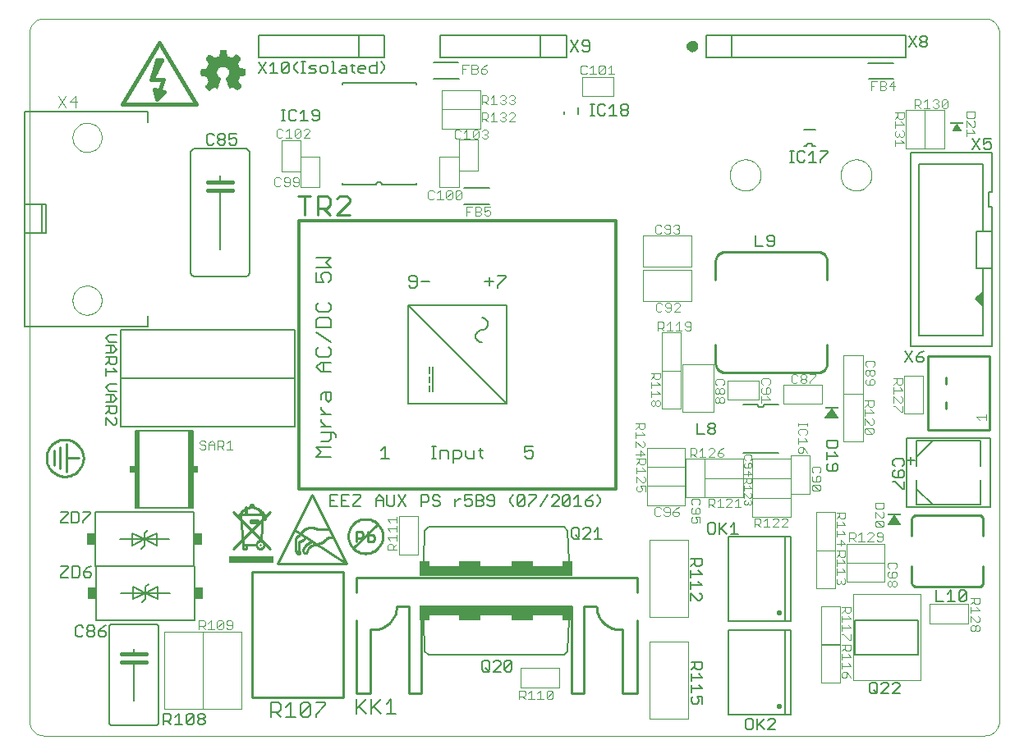
<source format=gto>
G75*
G70*
%OFA0B0*%
%FSLAX24Y24*%
%IPPOS*%
%LPD*%
%AMOC8*
5,1,8,0,0,1.08239X$1,22.5*
%
%ADD10C,0.0160*%
%ADD11C,0.0039*%
%ADD12R,0.0149X0.0001*%
%ADD13R,0.0004X0.0001*%
%ADD14R,0.0010X0.0001*%
%ADD15R,0.0017X0.0001*%
%ADD16R,0.0023X0.0001*%
%ADD17R,0.0029X0.0001*%
%ADD18R,0.0034X0.0001*%
%ADD19R,0.0040X0.0001*%
%ADD20R,0.0043X0.0002*%
%ADD21R,0.0047X0.0001*%
%ADD22R,0.0050X0.0001*%
%ADD23R,0.0054X0.0001*%
%ADD24R,0.0059X0.0001*%
%ADD25R,0.0064X0.0001*%
%ADD26R,0.0015X0.0001*%
%ADD27R,0.0067X0.0001*%
%ADD28R,0.0020X0.0001*%
%ADD29R,0.0070X0.0001*%
%ADD30R,0.0024X0.0001*%
%ADD31R,0.0074X0.0001*%
%ADD32R,0.0027X0.0001*%
%ADD33R,0.0076X0.0001*%
%ADD34R,0.0030X0.0001*%
%ADD35R,0.0081X0.0002*%
%ADD36R,0.0036X0.0002*%
%ADD37R,0.0086X0.0001*%
%ADD38R,0.0044X0.0001*%
%ADD39R,0.0091X0.0001*%
%ADD40R,0.0046X0.0001*%
%ADD41R,0.0094X0.0001*%
%ADD42R,0.0096X0.0001*%
%ADD43R,0.0053X0.0001*%
%ADD44R,0.0099X0.0001*%
%ADD45R,0.0056X0.0001*%
%ADD46R,0.0104X0.0001*%
%ADD47R,0.0060X0.0001*%
%ADD48R,0.0108X0.0001*%
%ADD49R,0.0112X0.0001*%
%ADD50R,0.0117X0.0001*%
%ADD51R,0.0072X0.0001*%
%ADD52R,0.0120X0.0002*%
%ADD53R,0.0075X0.0002*%
%ADD54R,0.0123X0.0001*%
%ADD55R,0.0078X0.0001*%
%ADD56R,0.0126X0.0001*%
%ADD57R,0.0081X0.0001*%
%ADD58R,0.0131X0.0001*%
%ADD59R,0.0136X0.0001*%
%ADD60R,0.0090X0.0001*%
%ADD61R,0.0139X0.0001*%
%ADD62R,0.0144X0.0001*%
%ADD63R,0.0147X0.0001*%
%ADD64R,0.0101X0.0001*%
%ADD65R,0.0150X0.0001*%
%ADD66R,0.0102X0.0001*%
%ADD67R,0.0153X0.0001*%
%ADD68R,0.0106X0.0001*%
%ADD69R,0.0158X0.0002*%
%ADD70R,0.0109X0.0002*%
%ADD71R,0.0164X0.0001*%
%ADD72R,0.0115X0.0001*%
%ADD73R,0.0168X0.0001*%
%ADD74R,0.0120X0.0001*%
%ADD75R,0.0171X0.0001*%
%ADD76R,0.0123X0.0001*%
%ADD77R,0.0172X0.0001*%
%ADD78R,0.0125X0.0001*%
%ADD79R,0.0175X0.0001*%
%ADD80R,0.0128X0.0001*%
%ADD81R,0.0180X0.0001*%
%ADD82R,0.0132X0.0001*%
%ADD83R,0.0186X0.0001*%
%ADD84R,0.0191X0.0001*%
%ADD85R,0.0141X0.0001*%
%ADD86R,0.0194X0.0001*%
%ADD87R,0.0145X0.0001*%
%ADD88R,0.0196X0.0002*%
%ADD89R,0.0149X0.0002*%
%ADD90R,0.0199X0.0001*%
%ADD91R,0.0151X0.0001*%
%ADD92R,0.0204X0.0001*%
%ADD93R,0.0153X0.0001*%
%ADD94R,0.0207X0.0001*%
%ADD95R,0.0158X0.0001*%
%ADD96R,0.0211X0.0001*%
%ADD97R,0.0162X0.0001*%
%ADD98R,0.0216X0.0001*%
%ADD99R,0.0166X0.0001*%
%ADD100R,0.0219X0.0001*%
%ADD101R,0.0007X0.0001*%
%ADD102R,0.0169X0.0001*%
%ADD103R,0.0222X0.0001*%
%ADD104R,0.0011X0.0001*%
%ADD105R,0.0224X0.0001*%
%ADD106R,0.0014X0.0001*%
%ADD107R,0.0176X0.0001*%
%ADD108R,0.0228X0.0001*%
%ADD109R,0.0018X0.0001*%
%ADD110R,0.0179X0.0001*%
%ADD111R,0.0234X0.0002*%
%ADD112R,0.0024X0.0002*%
%ADD113R,0.0183X0.0002*%
%ADD114R,0.0239X0.0001*%
%ADD115R,0.0189X0.0001*%
%ADD116R,0.0241X0.0001*%
%ADD117R,0.0033X0.0001*%
%ADD118R,0.0012X0.0001*%
%ADD119R,0.0192X0.0001*%
%ADD120R,0.0243X0.0001*%
%ADD121R,0.0038X0.0001*%
%ADD122R,0.0246X0.0001*%
%ADD123R,0.0041X0.0001*%
%ADD124R,0.0019X0.0001*%
%ADD125R,0.0196X0.0001*%
%ADD126R,0.0250X0.0001*%
%ADD127R,0.0021X0.0001*%
%ADD128R,0.0201X0.0001*%
%ADD129R,0.0254X0.0001*%
%ADD130R,0.0048X0.0001*%
%ADD131R,0.0258X0.0001*%
%ADD132R,0.0054X0.0001*%
%ADD133R,0.0209X0.0001*%
%ADD134R,0.0263X0.0001*%
%ADD135R,0.0213X0.0001*%
%ADD136R,0.0267X0.0001*%
%ADD137R,0.0063X0.0001*%
%ADD138R,0.0270X0.0002*%
%ADD139R,0.0066X0.0002*%
%ADD140R,0.0045X0.0002*%
%ADD141R,0.0219X0.0002*%
%ADD142R,0.0271X0.0001*%
%ADD143R,0.0220X0.0001*%
%ADD144R,0.0274X0.0001*%
%ADD145R,0.0051X0.0001*%
%ADD146R,0.0223X0.0001*%
%ADD147R,0.0278X0.0001*%
%ADD148R,0.0282X0.0001*%
%ADD149R,0.0231X0.0001*%
%ADD150R,0.0288X0.0001*%
%ADD151R,0.0085X0.0001*%
%ADD152R,0.0236X0.0001*%
%ADD153R,0.0289X0.0001*%
%ADD154R,0.0087X0.0001*%
%ADD155R,0.0066X0.0001*%
%ADD156R,0.0292X0.0001*%
%ADD157R,0.0069X0.0001*%
%ADD158R,0.0297X0.0001*%
%ADD159R,0.0300X0.0001*%
%ADD160R,0.0075X0.0001*%
%ADD161R,0.0305X0.0002*%
%ADD162R,0.0101X0.0002*%
%ADD163R,0.0078X0.0002*%
%ADD164R,0.0251X0.0002*%
%ADD165R,0.0309X0.0001*%
%ADD166R,0.0105X0.0001*%
%ADD167R,0.0083X0.0001*%
%ADD168R,0.0255X0.0001*%
%ADD169R,0.0314X0.0001*%
%ADD170R,0.0110X0.0001*%
%ADD171R,0.0087X0.0001*%
%ADD172R,0.0316X0.0001*%
%ADD173R,0.0113X0.0001*%
%ADD174R,0.0262X0.0001*%
%ADD175R,0.0319X0.0001*%
%ADD176R,0.0114X0.0001*%
%ADD177R,0.0093X0.0001*%
%ADD178R,0.0266X0.0001*%
%ADD179R,0.0321X0.0001*%
%ADD180R,0.0096X0.0001*%
%ADD181R,0.0324X0.0001*%
%ADD182R,0.0270X0.0001*%
%ADD183R,0.0329X0.0001*%
%ADD184R,0.0124X0.0001*%
%ADD185R,0.0275X0.0001*%
%ADD186R,0.0333X0.0001*%
%ADD187R,0.0279X0.0001*%
%ADD188R,0.0336X0.0001*%
%ADD189R,0.0111X0.0001*%
%ADD190R,0.0284X0.0001*%
%ADD191R,0.0339X0.0002*%
%ADD192R,0.0134X0.0002*%
%ADD193R,0.0114X0.0002*%
%ADD194R,0.0286X0.0002*%
%ADD195R,0.0342X0.0001*%
%ADD196R,0.0116X0.0001*%
%ADD197R,0.0491X0.0001*%
%ADD198R,0.0492X0.0001*%
%ADD199R,0.0294X0.0001*%
%ADD200R,0.0495X0.0001*%
%ADD201R,0.0299X0.0001*%
%ADD202R,0.0496X0.0001*%
%ADD203R,0.0127X0.0001*%
%ADD204R,0.0301X0.0001*%
%ADD205R,0.0498X0.0001*%
%ADD206R,0.0304X0.0001*%
%ADD207R,0.0501X0.0001*%
%ADD208R,0.0134X0.0001*%
%ADD209R,0.0308X0.0001*%
%ADD210R,0.0135X0.0001*%
%ADD211R,0.0311X0.0001*%
%ADD212R,0.0504X0.0001*%
%ADD213R,0.0138X0.0001*%
%ADD214R,0.0504X0.0002*%
%ADD215R,0.0141X0.0002*%
%ADD216R,0.0318X0.0002*%
%ADD217R,0.0507X0.0001*%
%ADD218R,0.0323X0.0001*%
%ADD219R,0.0326X0.0001*%
%ADD220R,0.0508X0.0001*%
%ADD221R,0.0152X0.0001*%
%ADD222R,0.0330X0.0001*%
%ADD223R,0.0510X0.0001*%
%ADD224R,0.0494X0.0001*%
%ADD225R,0.0512X0.0001*%
%ADD226R,0.0500X0.0001*%
%ADD227R,0.0513X0.0001*%
%ADD228R,0.0501X0.0001*%
%ADD229R,0.0513X0.0002*%
%ADD230R,0.0501X0.0002*%
%ADD231R,0.0503X0.0001*%
%ADD232R,0.0504X0.0001*%
%ADD233R,0.0506X0.0001*%
%ADD234R,0.0513X0.0001*%
%ADD235R,0.0509X0.0001*%
%ADD236R,0.0511X0.0001*%
%ADD237R,0.0514X0.0001*%
%ADD238R,0.0516X0.0001*%
%ADD239R,0.0513X0.0002*%
%ADD240R,0.0519X0.0002*%
%ADD241R,0.0519X0.0001*%
%ADD242R,0.0520X0.0001*%
%ADD243R,0.0522X0.0001*%
%ADD244R,0.0507X0.0001*%
%ADD245R,0.0509X0.0002*%
%ADD246R,0.0520X0.0002*%
%ADD247R,0.0522X0.0001*%
%ADD248R,0.0505X0.0001*%
%ADD249R,0.0502X0.0001*%
%ADD250R,0.0521X0.0001*%
%ADD251R,0.0503X0.0002*%
%ADD252R,0.0519X0.0002*%
%ADD253R,0.0519X0.0001*%
%ADD254R,0.0499X0.0001*%
%ADD255R,0.0517X0.0001*%
%ADD256R,0.0495X0.0002*%
%ADD257R,0.0514X0.0002*%
%ADD258R,0.0515X0.0001*%
%ADD259R,0.0492X0.0001*%
%ADD260R,0.0490X0.0001*%
%ADD261R,0.0490X0.0002*%
%ADD262R,0.0511X0.0002*%
%ADD263R,0.0489X0.0001*%
%ADD264R,0.0489X0.0001*%
%ADD265R,0.0488X0.0001*%
%ADD266R,0.0485X0.0001*%
%ADD267R,0.0483X0.0001*%
%ADD268R,0.0483X0.0002*%
%ADD269R,0.0507X0.0002*%
%ADD270R,0.0483X0.0001*%
%ADD271R,0.0481X0.0001*%
%ADD272R,0.0480X0.0001*%
%ADD273R,0.0480X0.0002*%
%ADD274R,0.0501X0.0002*%
%ADD275R,0.0479X0.0001*%
%ADD276R,0.0477X0.0001*%
%ADD277R,0.0477X0.0001*%
%ADD278R,0.0475X0.0001*%
%ADD279R,0.0474X0.0001*%
%ADD280R,0.0472X0.0001*%
%ADD281R,0.0472X0.0002*%
%ADD282R,0.0498X0.0002*%
%ADD283R,0.0471X0.0001*%
%ADD284R,0.0473X0.0001*%
%ADD285R,0.0471X0.0001*%
%ADD286R,0.0470X0.0001*%
%ADD287R,0.0468X0.0001*%
%ADD288R,0.0469X0.0001*%
%ADD289R,0.0468X0.0002*%
%ADD290R,0.0491X0.0002*%
%ADD291R,0.0466X0.0001*%
%ADD292R,0.0465X0.0001*%
%ADD293R,0.0464X0.0001*%
%ADD294R,0.0462X0.0001*%
%ADD295R,0.0462X0.0002*%
%ADD296R,0.0489X0.0002*%
%ADD297R,0.0461X0.0001*%
%ADD298R,0.0460X0.0001*%
%ADD299R,0.0459X0.0001*%
%ADD300R,0.0484X0.0001*%
%ADD301R,0.0457X0.0001*%
%ADD302R,0.0459X0.0001*%
%ADD303R,0.0458X0.0002*%
%ADD304R,0.0484X0.0002*%
%ADD305R,0.0456X0.0001*%
%ADD306R,0.0455X0.0001*%
%ADD307R,0.0453X0.0001*%
%ADD308R,0.0451X0.0001*%
%ADD309R,0.0453X0.0001*%
%ADD310R,0.0450X0.0001*%
%ADD311R,0.0451X0.0002*%
%ADD312R,0.0478X0.0001*%
%ADD313R,0.0449X0.0001*%
%ADD314R,0.0476X0.0001*%
%ADD315R,0.0447X0.0001*%
%ADD316R,0.0474X0.0001*%
%ADD317R,0.0449X0.0002*%
%ADD318R,0.0476X0.0002*%
%ADD319R,0.0454X0.0001*%
%ADD320R,0.0469X0.0002*%
%ADD321R,0.0468X0.0001*%
%ADD322R,0.0467X0.0001*%
%ADD323R,0.0473X0.0002*%
%ADD324R,0.0468X0.0002*%
%ADD325R,0.0486X0.0002*%
%ADD326R,0.0474X0.0002*%
%ADD327R,0.0487X0.0001*%
%ADD328R,0.0497X0.0001*%
%ADD329R,0.0486X0.0001*%
%ADD330R,0.0500X0.0002*%
%ADD331R,0.0487X0.0002*%
%ADD332R,0.0498X0.0001*%
%ADD333R,0.0524X0.0002*%
%ADD334R,0.0524X0.0001*%
%ADD335R,0.0525X0.0001*%
%ADD336R,0.0528X0.0001*%
%ADD337R,0.0529X0.0001*%
%ADD338R,0.0533X0.0001*%
%ADD339R,0.0534X0.0001*%
%ADD340R,0.0523X0.0001*%
%ADD341R,0.0536X0.0001*%
%ADD342R,0.0537X0.0002*%
%ADD343R,0.0527X0.0002*%
%ADD344R,0.0537X0.0001*%
%ADD345R,0.0528X0.0001*%
%ADD346R,0.0539X0.0001*%
%ADD347R,0.0530X0.0001*%
%ADD348R,0.0540X0.0001*%
%ADD349R,0.0541X0.0001*%
%ADD350R,0.0531X0.0001*%
%ADD351R,0.0543X0.0001*%
%ADD352R,0.0544X0.0001*%
%ADD353R,0.0546X0.0002*%
%ADD354R,0.0536X0.0002*%
%ADD355R,0.0547X0.0001*%
%ADD356R,0.0551X0.0001*%
%ADD357R,0.0552X0.0001*%
%ADD358R,0.0554X0.0001*%
%ADD359R,0.0555X0.0001*%
%ADD360R,0.0555X0.0002*%
%ADD361R,0.0547X0.0002*%
%ADD362R,0.0549X0.0001*%
%ADD363R,0.0548X0.0001*%
%ADD364R,0.0538X0.0001*%
%ADD365R,0.0537X0.0001*%
%ADD366R,0.0533X0.0002*%
%ADD367R,0.0531X0.0001*%
%ADD368R,0.0526X0.0001*%
%ADD369R,0.0518X0.0001*%
%ADD370R,0.0498X0.0002*%
%ADD371R,0.0496X0.0002*%
%ADD372R,0.0486X0.0001*%
%ADD373R,0.0485X0.0002*%
%ADD374R,0.0482X0.0001*%
%ADD375R,0.0477X0.0002*%
%ADD376R,0.0530X0.0002*%
%ADD377R,0.0464X0.0002*%
%ADD378R,0.0561X0.0001*%
%ADD379R,0.0570X0.0001*%
%ADD380R,0.0576X0.0001*%
%ADD381R,0.0581X0.0001*%
%ADD382R,0.0585X0.0001*%
%ADD383R,0.0589X0.0001*%
%ADD384R,0.0600X0.0002*%
%ADD385R,0.0614X0.0001*%
%ADD386R,0.0623X0.0001*%
%ADD387R,0.0630X0.0001*%
%ADD388R,0.0633X0.0001*%
%ADD389R,0.0638X0.0001*%
%ADD390R,0.0645X0.0001*%
%ADD391R,0.0657X0.0001*%
%ADD392R,0.0556X0.0001*%
%ADD393R,0.0669X0.0001*%
%ADD394R,0.0674X0.0001*%
%ADD395R,0.0579X0.0001*%
%ADD396R,0.0676X0.0002*%
%ADD397R,0.0585X0.0002*%
%ADD398R,0.0678X0.0001*%
%ADD399R,0.0590X0.0001*%
%ADD400R,0.0679X0.0001*%
%ADD401R,0.0596X0.0001*%
%ADD402R,0.0681X0.0001*%
%ADD403R,0.0606X0.0001*%
%ADD404R,0.0620X0.0001*%
%ADD405R,0.0682X0.0001*%
%ADD406R,0.0633X0.0001*%
%ADD407R,0.0684X0.0001*%
%ADD408R,0.0639X0.0001*%
%ADD409R,0.0649X0.0001*%
%ADD410R,0.0684X0.0001*%
%ADD411R,0.0655X0.0001*%
%ADD412R,0.0683X0.0002*%
%ADD413R,0.0664X0.0002*%
%ADD414R,0.0683X0.0001*%
%ADD415R,0.0670X0.0001*%
%ADD416R,0.0671X0.0001*%
%ADD417R,0.0681X0.0001*%
%ADD418R,0.0672X0.0001*%
%ADD419R,0.0680X0.0001*%
%ADD420R,0.0675X0.0001*%
%ADD421R,0.0676X0.0001*%
%ADD422R,0.0680X0.0002*%
%ADD423R,0.0678X0.0002*%
%ADD424R,0.0678X0.0001*%
%ADD425R,0.0675X0.0002*%
%ADD426R,0.0672X0.0002*%
%ADD427R,0.0672X0.0001*%
%ADD428R,0.0671X0.0002*%
%ADD429R,0.0670X0.0002*%
%ADD430R,0.0669X0.0001*%
%ADD431R,0.0667X0.0001*%
%ADD432R,0.0669X0.0002*%
%ADD433R,0.0667X0.0002*%
%ADD434R,0.0668X0.0001*%
%ADD435R,0.0666X0.0001*%
%ADD436R,0.0668X0.0002*%
%ADD437R,0.0666X0.0002*%
%ADD438R,0.0666X0.0001*%
%ADD439R,0.0664X0.0001*%
%ADD440R,0.0663X0.0001*%
%ADD441R,0.0666X0.0002*%
%ADD442R,0.0663X0.0002*%
%ADD443R,0.0665X0.0001*%
%ADD444R,0.0674X0.0002*%
%ADD445R,0.0677X0.0001*%
%ADD446R,0.0678X0.0002*%
%ADD447R,0.0682X0.0002*%
%ADD448R,0.0686X0.0001*%
%ADD449R,0.0686X0.0002*%
%ADD450R,0.0687X0.0001*%
%ADD451R,0.0689X0.0001*%
%ADD452R,0.0653X0.0001*%
%ADD453R,0.0641X0.0001*%
%ADD454R,0.0626X0.0001*%
%ADD455R,0.0616X0.0001*%
%ADD456R,0.0687X0.0001*%
%ADD457R,0.0612X0.0001*%
%ADD458R,0.0688X0.0001*%
%ADD459R,0.0606X0.0001*%
%ADD460R,0.0601X0.0001*%
%ADD461R,0.0591X0.0002*%
%ADD462R,0.0567X0.0001*%
%ADD463R,0.0560X0.0001*%
%ADD464R,0.0659X0.0001*%
%ADD465R,0.0516X0.0001*%
%ADD466R,0.0639X0.0001*%
%ADD467R,0.0502X0.0002*%
%ADD468R,0.0633X0.0002*%
%ADD469R,0.0608X0.0001*%
%ADD470R,0.0582X0.0001*%
%ADD471R,0.0577X0.0001*%
%ADD472R,0.0569X0.0002*%
%ADD473R,0.0546X0.0001*%
%ADD474R,0.0486X0.0002*%
%ADD475R,0.0493X0.0001*%
%ADD476R,0.0516X0.0002*%
%ADD477R,0.0532X0.0001*%
%ADD478R,0.0534X0.0002*%
%ADD479R,0.0535X0.0002*%
%ADD480R,0.0543X0.0001*%
%ADD481R,0.0553X0.0001*%
%ADD482R,0.0559X0.0001*%
%ADD483R,0.0564X0.0001*%
%ADD484R,0.0564X0.0001*%
%ADD485R,0.0567X0.0001*%
%ADD486R,0.0569X0.0001*%
%ADD487R,0.0570X0.0002*%
%ADD488R,0.0571X0.0002*%
%ADD489R,0.0571X0.0001*%
%ADD490R,0.0573X0.0001*%
%ADD491R,0.0574X0.0001*%
%ADD492R,0.0576X0.0001*%
%ADD493R,0.0600X0.0001*%
%ADD494R,0.0611X0.0001*%
%ADD495R,0.0618X0.0001*%
%ADD496R,0.0621X0.0001*%
%ADD497R,0.1269X0.0001*%
%ADD498R,0.1267X0.0001*%
%ADD499R,0.1266X0.0001*%
%ADD500R,0.1266X0.0002*%
%ADD501R,0.1264X0.0001*%
%ADD502R,0.1261X0.0001*%
%ADD503R,0.1260X0.0001*%
%ADD504R,0.1259X0.0001*%
%ADD505R,0.1256X0.0001*%
%ADD506R,0.1254X0.0001*%
%ADD507R,0.1253X0.0001*%
%ADD508R,0.1251X0.0001*%
%ADD509R,0.1251X0.0002*%
%ADD510R,0.1248X0.0001*%
%ADD511R,0.1245X0.0001*%
%ADD512R,0.1244X0.0001*%
%ADD513R,0.1242X0.0001*%
%ADD514R,0.1239X0.0001*%
%ADD515R,0.1237X0.0001*%
%ADD516R,0.1236X0.0002*%
%ADD517R,0.1233X0.0001*%
%ADD518R,0.1230X0.0001*%
%ADD519R,0.1229X0.0001*%
%ADD520R,0.1227X0.0001*%
%ADD521R,0.1226X0.0001*%
%ADD522R,0.1224X0.0001*%
%ADD523R,0.1223X0.0002*%
%ADD524R,0.1219X0.0001*%
%ADD525R,0.1216X0.0001*%
%ADD526R,0.1215X0.0001*%
%ADD527R,0.1214X0.0001*%
%ADD528R,0.1212X0.0001*%
%ADD529R,0.1209X0.0001*%
%ADD530R,0.1207X0.0002*%
%ADD531R,0.1206X0.0001*%
%ADD532R,0.1204X0.0001*%
%ADD533R,0.1201X0.0001*%
%ADD534R,0.1200X0.0001*%
%ADD535R,0.1199X0.0001*%
%ADD536R,0.1196X0.0001*%
%ADD537R,0.1194X0.0001*%
%ADD538R,0.1193X0.0001*%
%ADD539R,0.1191X0.0001*%
%ADD540R,0.1191X0.0002*%
%ADD541R,0.1188X0.0001*%
%ADD542R,0.1185X0.0001*%
%ADD543R,0.1184X0.0001*%
%ADD544R,0.1181X0.0001*%
%ADD545R,0.1177X0.0001*%
%ADD546R,0.1176X0.0001*%
%ADD547R,0.1174X0.0001*%
%ADD548R,0.1173X0.0001*%
%ADD549R,0.1170X0.0002*%
%ADD550R,0.1170X0.0001*%
%ADD551R,0.1169X0.0001*%
%ADD552R,0.1166X0.0001*%
%ADD553R,0.1164X0.0001*%
%ADD554R,0.1163X0.0001*%
%ADD555R,0.1163X0.0002*%
%ADD556R,0.1167X0.0001*%
%ADD557R,0.1171X0.0001*%
%ADD558R,0.1179X0.0001*%
%ADD559R,0.1182X0.0001*%
%ADD560R,0.1182X0.0002*%
%ADD561R,0.1188X0.0001*%
%ADD562R,0.1190X0.0001*%
%ADD563R,0.1197X0.0001*%
%ADD564R,0.1204X0.0002*%
%ADD565R,0.1207X0.0001*%
%ADD566R,0.1210X0.0001*%
%ADD567R,0.1213X0.0001*%
%ADD568R,0.1217X0.0001*%
%ADD569R,0.1218X0.0001*%
%ADD570R,0.1220X0.0001*%
%ADD571R,0.1221X0.0001*%
%ADD572R,0.1223X0.0001*%
%ADD573R,0.1226X0.0002*%
%ADD574R,0.1236X0.0001*%
%ADD575R,0.1239X0.0001*%
%ADD576R,0.1240X0.0001*%
%ADD577R,0.1243X0.0001*%
%ADD578R,0.1248X0.0002*%
%ADD579R,0.1248X0.0001*%
%ADD580R,0.1251X0.0001*%
%ADD581R,0.1257X0.0001*%
%ADD582R,0.1263X0.0001*%
%ADD583R,0.1267X0.0002*%
%ADD584R,0.1270X0.0001*%
%ADD585R,0.1274X0.0001*%
%ADD586R,0.1275X0.0001*%
%ADD587R,0.1278X0.0001*%
%ADD588R,0.1280X0.0001*%
%ADD589R,0.1281X0.0001*%
%ADD590R,0.1284X0.0001*%
%ADD591R,0.1286X0.0001*%
%ADD592R,0.1289X0.0001*%
%ADD593R,0.1290X0.0002*%
%ADD594R,0.1291X0.0001*%
%ADD595R,0.1294X0.0001*%
%ADD596R,0.1296X0.0001*%
%ADD597R,0.1299X0.0001*%
%ADD598R,0.1300X0.0001*%
%ADD599R,0.1302X0.0001*%
%ADD600R,0.1304X0.0001*%
%ADD601R,0.1306X0.0001*%
%ADD602R,0.1308X0.0001*%
%ADD603R,0.1311X0.0002*%
%ADD604R,0.1313X0.0001*%
%ADD605R,0.1316X0.0001*%
%ADD606R,0.1317X0.0001*%
%ADD607R,0.1320X0.0001*%
%ADD608R,0.1323X0.0001*%
%ADD609R,0.1326X0.0001*%
%ADD610R,0.1329X0.0001*%
%ADD611R,0.1332X0.0002*%
%ADD612R,0.1335X0.0001*%
%ADD613R,0.1336X0.0001*%
%ADD614R,0.1340X0.0001*%
%ADD615R,0.1343X0.0001*%
%ADD616R,0.1346X0.0001*%
%ADD617R,0.1347X0.0001*%
%ADD618R,0.1350X0.0001*%
%ADD619R,0.1353X0.0002*%
%ADD620R,0.1356X0.0001*%
%ADD621R,0.1357X0.0001*%
%ADD622R,0.1360X0.0001*%
%ADD623R,0.1364X0.0001*%
%ADD624R,0.1365X0.0001*%
%ADD625R,0.1368X0.0001*%
%ADD626R,0.1369X0.0001*%
%ADD627R,0.1373X0.0001*%
%ADD628R,0.1374X0.0002*%
%ADD629R,0.1377X0.0001*%
%ADD630R,0.1379X0.0001*%
%ADD631R,0.1380X0.0001*%
%ADD632R,0.1383X0.0001*%
%ADD633R,0.1386X0.0001*%
%ADD634R,0.1387X0.0001*%
%ADD635R,0.1391X0.0001*%
%ADD636R,0.1394X0.0001*%
%ADD637R,0.1395X0.0002*%
%ADD638R,0.1398X0.0001*%
%ADD639R,0.1401X0.0001*%
%ADD640R,0.1403X0.0001*%
%ADD641R,0.1406X0.0001*%
%ADD642R,0.1407X0.0001*%
%ADD643R,0.1409X0.0001*%
%ADD644R,0.1411X0.0001*%
%ADD645R,0.1414X0.0001*%
%ADD646R,0.1416X0.0002*%
%ADD647R,0.1419X0.0001*%
%ADD648R,0.1421X0.0001*%
%ADD649R,0.1422X0.0001*%
%ADD650R,0.1424X0.0001*%
%ADD651R,0.1426X0.0001*%
%ADD652R,0.1428X0.0001*%
%ADD653R,0.1429X0.0002*%
%ADD654R,0.1429X0.0001*%
%ADD655R,0.1425X0.0001*%
%ADD656R,0.1421X0.0002*%
%ADD657R,0.1418X0.0001*%
%ADD658R,0.1416X0.0001*%
%ADD659R,0.1413X0.0001*%
%ADD660R,0.1410X0.0001*%
%ADD661R,0.1404X0.0001*%
%ADD662R,0.1401X0.0001*%
%ADD663R,0.0346X0.0001*%
%ADD664R,0.1044X0.0001*%
%ADD665R,0.0342X0.0002*%
%ADD666R,0.1040X0.0002*%
%ADD667R,0.0337X0.0001*%
%ADD668R,0.1034X0.0001*%
%ADD669R,0.0357X0.0001*%
%ADD670R,0.0660X0.0001*%
%ADD671R,0.0353X0.0001*%
%ADD672R,0.0327X0.0001*%
%ADD673R,0.0349X0.0001*%
%ADD674R,0.0321X0.0001*%
%ADD675R,0.0648X0.0001*%
%ADD676R,0.0344X0.0001*%
%ADD677R,0.0317X0.0001*%
%ADD678R,0.0339X0.0001*%
%ADD679R,0.0312X0.0001*%
%ADD680R,0.0631X0.0001*%
%ADD681R,0.0334X0.0001*%
%ADD682R,0.0309X0.0001*%
%ADD683R,0.0307X0.0002*%
%ADD684R,0.0623X0.0002*%
%ADD685R,0.0327X0.0002*%
%ADD686R,0.0618X0.0001*%
%ADD687R,0.0297X0.0001*%
%ADD688R,0.0607X0.0001*%
%ADD689R,0.0320X0.0001*%
%ADD690R,0.0293X0.0001*%
%ADD691R,0.0599X0.0001*%
%ADD692R,0.0313X0.0001*%
%ADD693R,0.0285X0.0001*%
%ADD694R,0.0584X0.0001*%
%ADD695R,0.0303X0.0001*%
%ADD696R,0.0281X0.0001*%
%ADD697R,0.0273X0.0002*%
%ADD698R,0.0563X0.0002*%
%ADD699R,0.0293X0.0002*%
%ADD700R,0.0264X0.0001*%
%ADD701R,0.0259X0.0001*%
%ADD702R,0.0256X0.0001*%
%ADD703R,0.0276X0.0001*%
%ADD704R,0.0252X0.0001*%
%ADD705R,0.0273X0.0001*%
%ADD706R,0.0248X0.0001*%
%ADD707R,0.0269X0.0001*%
%ADD708R,0.0245X0.0001*%
%ADD709R,0.0240X0.0001*%
%ADD710R,0.0237X0.0002*%
%ADD711R,0.0256X0.0002*%
%ADD712R,0.0234X0.0001*%
%ADD713R,0.0232X0.0001*%
%ADD714R,0.0251X0.0001*%
%ADD715R,0.0228X0.0001*%
%ADD716R,0.0246X0.0001*%
%ADD717R,0.0456X0.0001*%
%ADD718R,0.0219X0.0001*%
%ADD719R,0.0444X0.0001*%
%ADD720R,0.0237X0.0001*%
%ADD721R,0.0214X0.0001*%
%ADD722R,0.0436X0.0001*%
%ADD723R,0.0432X0.0001*%
%ADD724R,0.0231X0.0001*%
%ADD725R,0.0210X0.0001*%
%ADD726R,0.0426X0.0001*%
%ADD727R,0.0420X0.0001*%
%ADD728R,0.0226X0.0001*%
%ADD729R,0.0204X0.0002*%
%ADD730R,0.0409X0.0002*%
%ADD731R,0.0222X0.0002*%
%ADD732R,0.0391X0.0001*%
%ADD733R,0.0217X0.0001*%
%ADD734R,0.0376X0.0001*%
%ADD735R,0.0368X0.0001*%
%ADD736R,0.0189X0.0001*%
%ADD737R,0.0361X0.0001*%
%ADD738R,0.0206X0.0001*%
%ADD739R,0.0186X0.0001*%
%ADD740R,0.0356X0.0001*%
%ADD741R,0.0181X0.0001*%
%ADD742R,0.0345X0.0001*%
%ADD743R,0.0173X0.0001*%
%ADD744R,0.0331X0.0001*%
%ADD745R,0.0190X0.0001*%
%ADD746R,0.0168X0.0001*%
%ADD747R,0.0165X0.0002*%
%ADD748R,0.0162X0.0001*%
%ADD749R,0.0159X0.0001*%
%ADD750R,0.0177X0.0001*%
%ADD751R,0.0156X0.0001*%
%ADD752R,0.0324X0.0001*%
%ADD753R,0.0174X0.0001*%
%ADD754R,0.0167X0.0001*%
%ADD755R,0.0146X0.0001*%
%ADD756R,0.0163X0.0001*%
%ADD757R,0.0141X0.0001*%
%ADD758R,0.0140X0.0001*%
%ADD759R,0.0137X0.0001*%
%ADD760R,0.0133X0.0001*%
%ADD761R,0.0129X0.0002*%
%ADD762R,0.0321X0.0002*%
%ADD763R,0.0146X0.0002*%
%ADD764R,0.0119X0.0001*%
%ADD765R,0.0129X0.0001*%
%ADD766R,0.0111X0.0001*%
%ADD767R,0.0126X0.0001*%
%ADD768R,0.0318X0.0001*%
%ADD769R,0.0097X0.0001*%
%ADD770R,0.0315X0.0001*%
%ADD771R,0.0089X0.0002*%
%ADD772R,0.0315X0.0002*%
%ADD773R,0.0105X0.0002*%
%ADD774R,0.0079X0.0001*%
%ADD775R,0.0089X0.0001*%
%ADD776R,0.0069X0.0001*%
%ADD777R,0.0084X0.0001*%
%ADD778R,0.0057X0.0001*%
%ADD779R,0.0052X0.0002*%
%ADD780R,0.0311X0.0002*%
%ADD781R,0.0066X0.0002*%
%ADD782R,0.0061X0.0001*%
%ADD783R,0.0042X0.0001*%
%ADD784R,0.0055X0.0001*%
%ADD785R,0.0039X0.0001*%
%ADD786R,0.0052X0.0001*%
%ADD787R,0.0036X0.0001*%
%ADD788R,0.0049X0.0001*%
%ADD789R,0.0307X0.0001*%
%ADD790R,0.0045X0.0001*%
%ADD791R,0.0022X0.0001*%
%ADD792R,0.0035X0.0001*%
%ADD793R,0.0025X0.0002*%
%ADD794R,0.0306X0.0001*%
%ADD795R,0.0018X0.0001*%
%ADD796R,0.0008X0.0001*%
%ADD797R,0.0300X0.0002*%
%ADD798R,0.0296X0.0001*%
%ADD799R,0.0294X0.0002*%
%ADD800R,0.0294X0.0001*%
%ADD801R,0.0291X0.0001*%
%ADD802R,0.0291X0.0002*%
%ADD803R,0.0286X0.0001*%
%ADD804R,0.0281X0.0002*%
%ADD805R,0.0277X0.0001*%
%ADD806R,0.0276X0.0001*%
%ADD807R,0.0266X0.0002*%
%ADD808R,0.0264X0.0001*%
%ADD809R,0.0261X0.0001*%
%ADD810R,0.0259X0.0002*%
%ADD811R,0.0254X0.0002*%
%ADD812R,0.0248X0.0002*%
%ADD813R,0.0218X0.0002*%
%ADD814R,0.0157X0.0001*%
%ADD815C,0.0050*%
%ADD816C,0.0100*%
%ADD817C,0.0040*%
%ADD818C,0.0070*%
%ADD819C,0.0030*%
%ADD820C,0.0090*%
%ADD821C,0.0020*%
%ADD822R,0.0551X0.0079*%
%ADD823C,0.0060*%
%ADD824R,0.0350X0.0500*%
%ADD825R,0.6200X0.0400*%
%ADD826R,0.0400X0.0200*%
%ADD827R,0.0850X0.0200*%
%ADD828C,0.0217*%
%ADD829R,0.0197X0.3150*%
%ADD830R,0.0225X0.0300*%
%ADD831C,0.0080*%
%ADD832C,0.0000*%
%ADD833R,0.1800X0.0300*%
%ADD834C,0.0120*%
D10*
X036193Y007825D02*
X036693Y007825D01*
X037193Y007825D01*
X037193Y008175D02*
X036693Y008175D01*
X036193Y008175D01*
X039693Y027000D02*
X040193Y027000D01*
X040693Y027000D01*
X040693Y027350D02*
X040193Y027350D01*
X039693Y027350D01*
X039228Y030500D02*
X036228Y030500D01*
X037728Y033000D01*
X039228Y030500D01*
X037928Y031000D02*
X037628Y030700D01*
X037528Y031100D01*
X037928Y031000D01*
X037918Y031003D02*
X037552Y031003D01*
X037592Y030844D02*
X037772Y030844D01*
X037628Y030750D02*
X037878Y031500D01*
X037378Y031500D01*
X037628Y032250D01*
X037621Y032271D02*
X037813Y032271D01*
X037828Y032300D02*
X037428Y031500D01*
X037628Y032300D01*
X037828Y032300D01*
X037734Y032112D02*
X037581Y032112D01*
X037541Y031954D02*
X037655Y031954D01*
X037576Y031795D02*
X037502Y031795D01*
X037496Y031637D02*
X037462Y031637D01*
D11*
X032449Y033393D02*
X032449Y005441D01*
X032451Y005395D01*
X032456Y005349D01*
X032465Y005303D01*
X032478Y005258D01*
X032494Y005215D01*
X032513Y005173D01*
X032536Y005132D01*
X032562Y005094D01*
X032591Y005057D01*
X032622Y005023D01*
X032656Y004992D01*
X032693Y004963D01*
X032731Y004937D01*
X032772Y004914D01*
X032814Y004895D01*
X032857Y004879D01*
X032902Y004866D01*
X032948Y004857D01*
X032994Y004852D01*
X033040Y004850D01*
X071229Y004850D01*
X071275Y004852D01*
X071321Y004857D01*
X071367Y004866D01*
X071412Y004879D01*
X071455Y004895D01*
X071497Y004914D01*
X071538Y004937D01*
X071576Y004963D01*
X071613Y004992D01*
X071647Y005023D01*
X071678Y005057D01*
X071707Y005094D01*
X071733Y005132D01*
X071756Y005173D01*
X071775Y005215D01*
X071791Y005258D01*
X071804Y005303D01*
X071813Y005349D01*
X071818Y005395D01*
X071820Y005441D01*
X071819Y005441D02*
X071819Y033393D01*
X071820Y033393D02*
X071818Y033439D01*
X071813Y033485D01*
X071804Y033531D01*
X071791Y033576D01*
X071775Y033619D01*
X071756Y033661D01*
X071733Y033702D01*
X071707Y033740D01*
X071678Y033777D01*
X071647Y033811D01*
X071613Y033842D01*
X071576Y033871D01*
X071538Y033897D01*
X071497Y033920D01*
X071455Y033939D01*
X071412Y033955D01*
X071367Y033968D01*
X071321Y033977D01*
X071275Y033982D01*
X071229Y033984D01*
X033040Y033984D01*
X032994Y033982D01*
X032948Y033977D01*
X032902Y033968D01*
X032857Y033955D01*
X032814Y033939D01*
X032772Y033920D01*
X032731Y033897D01*
X032693Y033871D01*
X032656Y033842D01*
X032622Y033811D01*
X032591Y033777D01*
X032562Y033740D01*
X032536Y033702D01*
X032513Y033661D01*
X032494Y033619D01*
X032478Y033576D01*
X032465Y033531D01*
X032456Y033485D01*
X032451Y033439D01*
X032449Y033393D01*
D12*
X040051Y031607D03*
D13*
X040583Y031123D03*
X039762Y031036D03*
D14*
X039762Y031038D03*
D15*
X039762Y031039D03*
D16*
X039762Y031041D03*
D17*
X039762Y031042D03*
X039771Y032481D03*
D18*
X039762Y031044D03*
X040587Y031132D03*
D19*
X040589Y031134D03*
X039762Y031045D03*
D20*
X039762Y031047D03*
D21*
X039762Y031048D03*
D22*
X039762Y031050D03*
X040901Y031066D03*
D23*
X039763Y031051D03*
D24*
X039764Y031053D03*
X040065Y031134D03*
X040596Y031143D03*
D25*
X040598Y031144D03*
X040899Y031072D03*
X039764Y031054D03*
D26*
X040582Y031126D03*
X040901Y031054D03*
D27*
X040899Y031074D03*
X040062Y031138D03*
X039764Y031056D03*
D28*
X040901Y031056D03*
D29*
X040601Y031149D03*
X040061Y031140D03*
X039764Y031057D03*
D30*
X040901Y031057D03*
D31*
X039764Y031059D03*
D32*
X040585Y031131D03*
X040901Y031059D03*
D33*
X040059Y031141D03*
X039764Y031060D03*
D34*
X040075Y031123D03*
X040901Y031060D03*
X040864Y032485D03*
D35*
X039764Y031062D03*
D36*
X040901Y031062D03*
D37*
X040898Y031081D03*
X039765Y031063D03*
D38*
X040071Y031129D03*
X040590Y031135D03*
X040901Y031063D03*
D39*
X040607Y031156D03*
X040053Y031149D03*
X039765Y031065D03*
X039774Y032455D03*
D40*
X039773Y032473D03*
X040901Y031065D03*
D41*
X040898Y031084D03*
X040052Y031150D03*
X039765Y031066D03*
X040304Y032673D03*
X040862Y032461D03*
D42*
X039766Y031068D03*
D43*
X040901Y031068D03*
D44*
X040897Y031086D03*
X040609Y031161D03*
X039766Y031069D03*
X040861Y032460D03*
D45*
X040901Y031069D03*
D46*
X039767Y031071D03*
D47*
X040900Y031071D03*
X039773Y032469D03*
D48*
X040861Y032455D03*
X040612Y031164D03*
X039766Y031072D03*
D49*
X039767Y031074D03*
D50*
X039767Y031075D03*
X040045Y031159D03*
X040615Y031170D03*
X040859Y032452D03*
D51*
X040862Y032470D03*
X040898Y031075D03*
D52*
X039767Y031077D03*
D53*
X040898Y031077D03*
D54*
X039767Y031078D03*
X039776Y032443D03*
X040859Y032451D03*
D55*
X040862Y032467D03*
X040898Y031078D03*
D56*
X039767Y031080D03*
D57*
X040057Y031143D03*
X040898Y031080D03*
X040862Y032466D03*
D58*
X040620Y031176D03*
X039768Y031081D03*
D59*
X039768Y031083D03*
X040038Y031168D03*
X040895Y031102D03*
D60*
X040897Y031083D03*
X040054Y031147D03*
D61*
X039768Y031084D03*
D62*
X039769Y031086D03*
D63*
X039769Y031087D03*
X040624Y031185D03*
D64*
X040896Y031087D03*
D65*
X039769Y031089D03*
X039778Y032433D03*
X040858Y032440D03*
D66*
X040861Y032458D03*
X039775Y032452D03*
X040897Y031089D03*
D67*
X039769Y031090D03*
D68*
X040896Y031090D03*
D69*
X039770Y031092D03*
D70*
X040896Y031092D03*
D71*
X039770Y031093D03*
D72*
X040896Y031093D03*
D73*
X039770Y031095D03*
D74*
X040045Y031161D03*
X040616Y031171D03*
X040895Y031095D03*
D75*
X039770Y031096D03*
D76*
X040895Y031096D03*
D77*
X040892Y031117D03*
X039771Y031098D03*
D78*
X040895Y031098D03*
D79*
X039771Y031099D03*
D80*
X040041Y031164D03*
X040895Y031099D03*
D81*
X039770Y031101D03*
X040856Y032428D03*
D82*
X040859Y032446D03*
X040894Y031101D03*
X040040Y031165D03*
D83*
X039772Y031102D03*
D84*
X039773Y031104D03*
X039780Y032416D03*
D85*
X040894Y031104D03*
D86*
X040890Y031126D03*
X039773Y031105D03*
X039780Y032415D03*
X040322Y032670D03*
D87*
X040623Y031183D03*
X040893Y031105D03*
D88*
X039773Y031107D03*
D89*
X040893Y031107D03*
D90*
X039773Y031108D03*
X039780Y032413D03*
D91*
X040893Y031108D03*
D92*
X040889Y031131D03*
X039773Y031110D03*
X040855Y032419D03*
D93*
X040858Y032439D03*
X040892Y031110D03*
D94*
X039773Y031111D03*
X039781Y032410D03*
D95*
X040893Y031111D03*
D96*
X039774Y031113D03*
D97*
X040892Y031113D03*
D98*
X040888Y031135D03*
X039775Y031114D03*
D99*
X040892Y031114D03*
D100*
X039775Y031116D03*
D101*
X040080Y031116D03*
D102*
X040892Y031116D03*
D103*
X039775Y031117D03*
D104*
X040080Y031117D03*
D105*
X039776Y031119D03*
X039782Y032403D03*
X040323Y032665D03*
D106*
X040080Y031119D03*
D107*
X040892Y031119D03*
D108*
X040886Y031141D03*
X039776Y031120D03*
D109*
X040078Y031120D03*
D110*
X040892Y031120D03*
X039779Y032422D03*
D111*
X039776Y031122D03*
D112*
X040076Y031122D03*
D113*
X040891Y031122D03*
X040856Y032427D03*
D114*
X040886Y031146D03*
X039777Y031123D03*
D115*
X040891Y031123D03*
D116*
X040886Y031147D03*
X039777Y031125D03*
X040851Y032403D03*
D117*
X039772Y032479D03*
X040073Y031125D03*
D118*
X040582Y031125D03*
X039772Y032484D03*
D119*
X040891Y031125D03*
D120*
X040885Y031149D03*
X039778Y031126D03*
X040322Y032658D03*
D121*
X040073Y031126D03*
D122*
X039778Y031128D03*
X040885Y031150D03*
D123*
X040073Y031128D03*
D124*
X040583Y031128D03*
D125*
X040890Y031128D03*
X040856Y032422D03*
D126*
X039779Y031129D03*
D127*
X040583Y031129D03*
D128*
X040889Y031129D03*
X040855Y032421D03*
D129*
X040850Y032398D03*
X040322Y032632D03*
X040322Y032634D03*
X040322Y032635D03*
X040322Y032638D03*
X039779Y031131D03*
D130*
X040070Y031131D03*
X040591Y031138D03*
X040864Y032479D03*
D131*
X040849Y032395D03*
X040322Y032625D03*
X040883Y031155D03*
X039779Y031132D03*
D132*
X040067Y031132D03*
X040594Y031141D03*
D133*
X040889Y031132D03*
X040854Y032416D03*
D134*
X039780Y031134D03*
D135*
X040888Y031134D03*
X040853Y032415D03*
X039781Y032407D03*
D136*
X039787Y032383D03*
X040321Y032604D03*
X040321Y032605D03*
X040882Y031159D03*
X039781Y031135D03*
D137*
X040064Y031135D03*
X039773Y032467D03*
D138*
X040321Y032592D03*
X039781Y031137D03*
D139*
X040063Y031137D03*
D140*
X040591Y031137D03*
D141*
X040888Y031137D03*
D142*
X039782Y031138D03*
X040322Y032581D03*
X040322Y032583D03*
X040322Y032584D03*
X040322Y032586D03*
X040322Y032587D03*
D143*
X040887Y031138D03*
D144*
X039782Y031140D03*
X040322Y032574D03*
D145*
X040592Y031140D03*
D146*
X040887Y031140D03*
D147*
X039782Y031141D03*
X039788Y032380D03*
X040847Y032388D03*
D148*
X040321Y032557D03*
X040321Y032559D03*
X039788Y032377D03*
X039782Y031143D03*
D149*
X040886Y031143D03*
D150*
X040880Y031168D03*
X039782Y031144D03*
X039788Y032374D03*
X040321Y032536D03*
X040321Y032538D03*
X040321Y032539D03*
X040321Y032541D03*
X040321Y032542D03*
X040321Y032544D03*
X040321Y032545D03*
X040846Y032383D03*
D151*
X040055Y031144D03*
D152*
X040886Y031144D03*
D153*
X040880Y031170D03*
X039783Y031146D03*
D154*
X040054Y031146D03*
D155*
X040598Y031146D03*
X039773Y032466D03*
D156*
X039783Y031147D03*
D157*
X040600Y031147D03*
D158*
X039784Y031149D03*
D159*
X039784Y031150D03*
X040319Y032500D03*
X040319Y032503D03*
X040319Y032505D03*
X040844Y032379D03*
D160*
X040862Y032469D03*
X039773Y032463D03*
X040601Y031150D03*
D161*
X039785Y031152D03*
D162*
X040050Y031152D03*
D163*
X040603Y031152D03*
D164*
X040884Y031152D03*
D165*
X039785Y031153D03*
X040321Y032476D03*
X040321Y032478D03*
X040321Y032479D03*
D166*
X039775Y032451D03*
X040048Y031153D03*
X040610Y031162D03*
D167*
X040605Y031153D03*
X039774Y032460D03*
D168*
X040322Y032631D03*
X040883Y031153D03*
D169*
X040877Y031180D03*
X039786Y031155D03*
X040320Y032460D03*
X040320Y032461D03*
X040320Y032463D03*
X040320Y032464D03*
X040320Y032466D03*
D170*
X040047Y031155D03*
D171*
X040606Y031155D03*
X039773Y032458D03*
D172*
X040319Y032454D03*
X040319Y032452D03*
X039786Y031156D03*
D173*
X040047Y031156D03*
X039776Y032448D03*
X040860Y032454D03*
D174*
X040848Y032394D03*
X040322Y032614D03*
X040322Y032616D03*
X040322Y032617D03*
X039786Y032386D03*
X040883Y031156D03*
D175*
X039786Y031158D03*
D176*
X040046Y031158D03*
D177*
X040607Y031158D03*
D178*
X040883Y031158D03*
X040322Y032608D03*
X040322Y032610D03*
X040322Y032611D03*
D179*
X039787Y031159D03*
D180*
X040607Y031159D03*
D181*
X039787Y031161D03*
D182*
X040882Y031161D03*
X040321Y032589D03*
X040321Y032590D03*
X040321Y032593D03*
X040321Y032595D03*
D183*
X040320Y032425D03*
X039788Y031162D03*
D184*
X040043Y031162D03*
X040617Y031173D03*
D185*
X040881Y031162D03*
D186*
X039788Y031164D03*
X039793Y032355D03*
D187*
X040321Y032563D03*
X040321Y032565D03*
X040880Y031164D03*
D188*
X039788Y031165D03*
X040321Y032422D03*
D189*
X040613Y031165D03*
D190*
X040880Y031165D03*
X040847Y032385D03*
X040320Y032554D03*
X040320Y032556D03*
D191*
X039788Y031167D03*
D192*
X040040Y031167D03*
D193*
X040613Y031167D03*
D194*
X040880Y031167D03*
X040320Y032547D03*
D195*
X039788Y031168D03*
D196*
X040614Y031168D03*
X039776Y032446D03*
D197*
X039879Y031609D03*
X039903Y031582D03*
X039900Y031275D03*
X039861Y031170D03*
X040733Y031344D03*
X040734Y031341D03*
X040794Y031188D03*
D198*
X040742Y031326D03*
X040741Y031329D03*
X040741Y031330D03*
X040739Y031333D03*
X040735Y031576D03*
X040733Y031953D03*
X040732Y031954D03*
X040730Y031956D03*
X039878Y031920D03*
X039904Y031581D03*
X039905Y031579D03*
X039895Y031267D03*
X039893Y031264D03*
X039892Y031261D03*
X039860Y031171D03*
D199*
X040879Y031171D03*
D200*
X040795Y031191D03*
X040744Y031323D03*
X040691Y031462D03*
X040729Y031959D03*
X039913Y031957D03*
X039907Y031576D03*
X039908Y031575D03*
X039958Y031446D03*
X039958Y031444D03*
X039890Y031258D03*
X039860Y031173D03*
D201*
X040878Y031173D03*
X040320Y032506D03*
D202*
X039915Y031960D03*
X039914Y031959D03*
X039875Y031611D03*
X039888Y031255D03*
X039888Y031254D03*
X039860Y031174D03*
X040691Y031464D03*
X040745Y031321D03*
X040746Y031320D03*
X040796Y031192D03*
X040727Y031960D03*
D203*
X040619Y031174D03*
D204*
X040877Y031174D03*
X039791Y032370D03*
D205*
X039875Y031918D03*
X039910Y031573D03*
X039887Y031252D03*
X039886Y031249D03*
X039859Y031176D03*
X040747Y031318D03*
X040748Y031315D03*
X040748Y031314D03*
X040750Y031312D03*
D206*
X040877Y031176D03*
X040844Y032376D03*
X040320Y032491D03*
X040320Y032493D03*
X040320Y032494D03*
X039791Y032368D03*
D207*
X039917Y031965D03*
X040727Y031567D03*
X040757Y031299D03*
X039859Y031179D03*
X039859Y031177D03*
D208*
X040620Y031177D03*
D209*
X040877Y031177D03*
D210*
X040621Y031179D03*
X040859Y032445D03*
D211*
X040320Y032467D03*
X040320Y032469D03*
X040320Y032470D03*
X040320Y032473D03*
X040320Y032475D03*
X040877Y031179D03*
D212*
X040760Y031293D03*
X040759Y031294D03*
X039877Y031234D03*
X039877Y031233D03*
X039875Y031231D03*
X039859Y031180D03*
X039919Y031966D03*
X039920Y031968D03*
D213*
X040621Y031180D03*
D214*
X039859Y031182D03*
D215*
X040622Y031182D03*
D216*
X040876Y031182D03*
D217*
X039874Y031228D03*
X039859Y031185D03*
X039859Y031183D03*
D218*
X040875Y031183D03*
X040842Y032370D03*
X040319Y032436D03*
X040319Y032437D03*
X040319Y032439D03*
X040319Y032440D03*
D219*
X040319Y032430D03*
X039792Y032359D03*
X040874Y031185D03*
D220*
X039860Y031186D03*
X039920Y031561D03*
D221*
X040625Y031186D03*
D222*
X040873Y031186D03*
X040841Y032365D03*
X039793Y032356D03*
D223*
X040715Y031974D03*
X040721Y031558D03*
X040691Y031480D03*
X040691Y031479D03*
X040691Y031477D03*
X040691Y031476D03*
X040771Y031275D03*
X040771Y031273D03*
X040772Y031270D03*
X039956Y031465D03*
X039920Y031560D03*
X039871Y031222D03*
X039871Y031221D03*
X039869Y031219D03*
X039869Y031218D03*
X039859Y031189D03*
X039859Y031188D03*
D224*
X039891Y031260D03*
X039893Y031263D03*
X039894Y031266D03*
X039906Y031578D03*
X040691Y031461D03*
X040733Y031573D03*
X040734Y031575D03*
X040742Y031327D03*
X040743Y031324D03*
X040794Y031189D03*
X040740Y031948D03*
X040730Y031957D03*
X040320Y032395D03*
D225*
X039860Y031194D03*
X039860Y031192D03*
X039860Y031191D03*
D226*
X039957Y031450D03*
X039957Y031453D03*
X040751Y031311D03*
X040752Y031309D03*
X040754Y031308D03*
X040754Y031306D03*
X040796Y031194D03*
D227*
X040775Y031264D03*
X040774Y031266D03*
X039860Y031201D03*
X039860Y031200D03*
X039860Y031198D03*
X039860Y031195D03*
X040714Y031975D03*
D228*
X039913Y031570D03*
X039956Y031456D03*
X039956Y031455D03*
X039884Y031245D03*
X039883Y031243D03*
X040754Y031305D03*
X040796Y031195D03*
D229*
X039860Y031197D03*
D230*
X040691Y031467D03*
X040796Y031197D03*
D231*
X040797Y031198D03*
X039957Y031458D03*
X039915Y031566D03*
X039915Y031567D03*
X039914Y031569D03*
X039881Y031240D03*
X040722Y031966D03*
X040724Y031965D03*
X040320Y032394D03*
D232*
X040721Y031968D03*
X040726Y031564D03*
X040724Y031563D03*
X040691Y031470D03*
X040691Y031468D03*
X040796Y031200D03*
X039956Y031459D03*
X039956Y031461D03*
X039880Y031239D03*
X039878Y031237D03*
D233*
X039917Y031564D03*
X040763Y031288D03*
X040764Y031285D03*
X040766Y031284D03*
X040797Y031201D03*
X040751Y031944D03*
X040721Y031969D03*
X040719Y031971D03*
D234*
X040691Y031485D03*
X040691Y031483D03*
X039956Y031468D03*
X039923Y031555D03*
X039866Y031213D03*
X039863Y031209D03*
X039862Y031206D03*
X039862Y031204D03*
X039862Y031203D03*
X039926Y031974D03*
D235*
X039924Y031972D03*
X039867Y031915D03*
X040718Y031972D03*
X040791Y031633D03*
X040722Y031560D03*
X040769Y031279D03*
X040769Y031278D03*
X040770Y031276D03*
X040799Y031203D03*
X039872Y031224D03*
D236*
X039869Y031216D03*
X039867Y031215D03*
X039921Y031558D03*
X040719Y031555D03*
X040773Y031269D03*
X040773Y031267D03*
X040799Y031206D03*
X040799Y031204D03*
D237*
X040799Y031207D03*
X040782Y031254D03*
X040781Y031255D03*
X040779Y031258D03*
X040778Y031261D03*
X040692Y031486D03*
X040718Y031554D03*
X040712Y031978D03*
X040710Y031980D03*
X040320Y032392D03*
X039929Y031975D03*
X039924Y031554D03*
X039864Y031210D03*
X039863Y031207D03*
D238*
X039956Y031470D03*
X039956Y031471D03*
X039931Y031978D03*
X040691Y031488D03*
X040778Y031260D03*
X040783Y031252D03*
X040798Y031210D03*
X040798Y031209D03*
D239*
X039956Y031467D03*
X039922Y031557D03*
X039865Y031212D03*
X040712Y031977D03*
D240*
X040798Y031212D03*
D241*
X040798Y031213D03*
X040798Y031215D03*
X039956Y031474D03*
X039956Y031476D03*
X039926Y031552D03*
D242*
X039956Y031479D03*
X039956Y031477D03*
X040692Y031491D03*
X040797Y031635D03*
X040797Y031221D03*
X040797Y031219D03*
X040797Y031218D03*
X040797Y031216D03*
D243*
X040796Y031222D03*
X040796Y031224D03*
X040796Y031225D03*
X040691Y031492D03*
X040706Y031983D03*
X039928Y031551D03*
X039956Y031480D03*
D244*
X039956Y031464D03*
X039956Y031462D03*
X039868Y031612D03*
X039922Y031971D03*
X040723Y031561D03*
X040691Y031474D03*
X040691Y031473D03*
X040691Y031471D03*
X040762Y031290D03*
X040766Y031282D03*
X040768Y031281D03*
X039872Y031225D03*
D245*
X039873Y031227D03*
D246*
X040796Y031227D03*
D247*
X040795Y031228D03*
X040795Y031230D03*
X040793Y031231D03*
X040793Y031233D03*
X040792Y031234D03*
X040790Y031236D03*
X040789Y031239D03*
X040712Y031549D03*
X040714Y031551D03*
X039935Y031983D03*
D248*
X039921Y031969D03*
X039918Y031563D03*
X039875Y031230D03*
X040761Y031291D03*
D249*
X040758Y031296D03*
X040758Y031297D03*
X040757Y031300D03*
X040727Y031566D03*
X039878Y031236D03*
D250*
X040787Y031243D03*
X040788Y031240D03*
X040790Y031237D03*
D251*
X039882Y031242D03*
D252*
X040787Y031242D03*
D253*
X040786Y031245D03*
X040786Y031246D03*
X039860Y031614D03*
X039934Y031981D03*
X040759Y031942D03*
D254*
X040746Y031945D03*
X040725Y031963D03*
X040730Y031570D03*
X040728Y031569D03*
X040755Y031303D03*
X039887Y031251D03*
X039885Y031248D03*
X039885Y031246D03*
X039917Y031963D03*
D255*
X039956Y031473D03*
X040692Y031489D03*
X040784Y031251D03*
X040785Y031249D03*
X040785Y031248D03*
X040709Y031981D03*
D256*
X040742Y031947D03*
X040783Y031632D03*
X039890Y031257D03*
D257*
X040781Y031257D03*
D258*
X040776Y031263D03*
D259*
X040691Y031458D03*
X040691Y031459D03*
X040736Y031578D03*
X039958Y031443D03*
X039896Y031269D03*
X039911Y031954D03*
D260*
X039911Y031953D03*
X040736Y031951D03*
X040737Y031950D03*
X040739Y031581D03*
X040737Y031579D03*
X040691Y031456D03*
X040691Y031455D03*
X040736Y031339D03*
X040736Y031338D03*
X040737Y031336D03*
X040739Y031335D03*
X039959Y031441D03*
X039897Y031270D03*
D261*
X039899Y031272D03*
D262*
X040692Y031482D03*
X040721Y031557D03*
X040772Y031272D03*
D263*
X040691Y031453D03*
X040739Y031582D03*
X039899Y031273D03*
D264*
X039901Y031276D03*
X039901Y031278D03*
X039902Y031281D03*
X039902Y031584D03*
X039908Y031951D03*
X040730Y031348D03*
X040732Y031345D03*
X040733Y031342D03*
D265*
X040730Y031350D03*
X040730Y031351D03*
X039903Y031282D03*
X039902Y031279D03*
X039902Y031585D03*
X039908Y031950D03*
D266*
X039905Y031945D03*
X039905Y031284D03*
X040728Y031353D03*
D267*
X040744Y031588D03*
X039905Y031285D03*
X039904Y031944D03*
D268*
X039905Y031287D03*
D269*
X040763Y031287D03*
D270*
X040727Y031354D03*
X040726Y031357D03*
X040724Y031360D03*
X040723Y031363D03*
X040721Y031365D03*
X040690Y031447D03*
X040777Y031630D03*
X039958Y031434D03*
X039958Y031432D03*
X039908Y031293D03*
X039907Y031290D03*
X039907Y031288D03*
X039898Y031591D03*
X039884Y031606D03*
X039902Y031942D03*
X040321Y032398D03*
D271*
X039897Y031593D03*
X039912Y031297D03*
X039911Y031296D03*
X039909Y031294D03*
X039908Y031291D03*
X040689Y031444D03*
X040689Y031446D03*
X040718Y031371D03*
X040719Y031369D03*
X040719Y031368D03*
X040721Y031366D03*
D272*
X040717Y031372D03*
X040717Y031374D03*
X040745Y031591D03*
X040745Y031593D03*
X039958Y031431D03*
X039958Y031429D03*
X039916Y031305D03*
X039914Y031300D03*
X039913Y031299D03*
X039896Y031594D03*
X039895Y031597D03*
X039887Y031605D03*
X039899Y031939D03*
X039901Y031941D03*
D273*
X039914Y031302D03*
X040715Y031377D03*
D274*
X040756Y031302D03*
D275*
X040716Y031375D03*
X040689Y031443D03*
X040746Y031594D03*
X040748Y031596D03*
X040748Y031597D03*
X039959Y031428D03*
X039917Y031308D03*
X039917Y031306D03*
X039915Y031303D03*
X039896Y031596D03*
X039894Y031599D03*
X039897Y031935D03*
X039899Y031936D03*
X039899Y031938D03*
D276*
X039896Y031933D03*
X039893Y031600D03*
X039959Y031426D03*
X039917Y031309D03*
X040690Y031441D03*
X040748Y031599D03*
X040321Y032400D03*
D277*
X040714Y031381D03*
X039919Y031311D03*
D278*
X039920Y031312D03*
X040773Y031629D03*
X039890Y031923D03*
D279*
X039920Y031314D03*
D280*
X039921Y031315D03*
X039923Y031318D03*
X040703Y031398D03*
X040703Y031399D03*
X039893Y031926D03*
X039891Y031924D03*
D281*
X039923Y031317D03*
D282*
X040747Y031317D03*
X040726Y031962D03*
X039916Y031962D03*
D283*
X039961Y031420D03*
X039923Y031320D03*
X040700Y031405D03*
X040702Y031402D03*
X040702Y031401D03*
D284*
X040704Y031396D03*
X040751Y031603D03*
X039924Y031321D03*
D285*
X039925Y031323D03*
X039926Y031324D03*
X040690Y031434D03*
X040690Y031435D03*
X040751Y031605D03*
X040753Y031606D03*
X040753Y031608D03*
X040769Y031627D03*
D286*
X040754Y031609D03*
X039929Y031327D03*
X039927Y031326D03*
D287*
X039929Y031329D03*
X039931Y031333D03*
X039932Y031335D03*
X039961Y031414D03*
X039961Y031416D03*
X039961Y031417D03*
X040690Y031426D03*
X040690Y031429D03*
X040690Y031431D03*
X040696Y031413D03*
X040699Y031408D03*
X040754Y031611D03*
D288*
X040689Y031432D03*
X040698Y031410D03*
X040701Y031404D03*
X039960Y031419D03*
X039930Y031330D03*
X040322Y032401D03*
D289*
X039931Y031332D03*
D290*
X040740Y031332D03*
D291*
X040697Y031411D03*
X040695Y031414D03*
X040694Y031416D03*
X040691Y031423D03*
X040691Y031425D03*
X040689Y031428D03*
X040755Y031612D03*
X040757Y031614D03*
X039933Y031338D03*
X039933Y031336D03*
D292*
X039934Y031339D03*
X039961Y031411D03*
X039961Y031413D03*
X040757Y031615D03*
X040759Y031618D03*
X040760Y031620D03*
X040762Y031621D03*
X040763Y031623D03*
X040765Y031624D03*
D293*
X039936Y031342D03*
X039935Y031341D03*
D294*
X039937Y031344D03*
X039937Y031345D03*
X039938Y031348D03*
X039961Y031410D03*
D295*
X039938Y031347D03*
D296*
X040732Y031347D03*
D297*
X039939Y031350D03*
D298*
X039941Y031351D03*
X039942Y031353D03*
D299*
X039943Y031354D03*
X039944Y031356D03*
X039944Y031357D03*
D300*
X039959Y031435D03*
X039899Y031590D03*
X039884Y031921D03*
X040725Y031359D03*
X040727Y031356D03*
D301*
X039945Y031359D03*
D302*
X039946Y031360D03*
X039961Y031408D03*
D303*
X039962Y031407D03*
X039947Y031362D03*
D304*
X040724Y031362D03*
D305*
X039949Y031365D03*
X039947Y031363D03*
D306*
X039950Y031366D03*
D307*
X039950Y031368D03*
X039950Y031369D03*
D308*
X039951Y031371D03*
X039953Y031374D03*
X039962Y031399D03*
X039962Y031401D03*
D309*
X039962Y031402D03*
X039952Y031372D03*
D310*
X039953Y031375D03*
X039955Y031378D03*
X039956Y031380D03*
X039962Y031396D03*
X039962Y031398D03*
D311*
X039954Y031377D03*
D312*
X039890Y031603D03*
X040715Y031380D03*
X040715Y031378D03*
D313*
X039962Y031390D03*
X039962Y031393D03*
X039962Y031395D03*
X039960Y031387D03*
X039960Y031386D03*
X039959Y031383D03*
X039957Y031381D03*
D314*
X040689Y031440D03*
X040706Y031393D03*
X040709Y031389D03*
X040710Y031386D03*
X040712Y031384D03*
X040712Y031383D03*
X040749Y031600D03*
X039896Y031930D03*
X039894Y031929D03*
D315*
X039961Y031389D03*
X039959Y031384D03*
D316*
X039959Y031423D03*
X039959Y031425D03*
X040690Y031438D03*
X040705Y031395D03*
X040708Y031390D03*
X040709Y031387D03*
X039893Y031927D03*
D317*
X039962Y031392D03*
D318*
X040707Y031392D03*
D319*
X039962Y031404D03*
X039962Y031405D03*
D320*
X040700Y031407D03*
D321*
X040693Y031417D03*
D322*
X040692Y031419D03*
X040692Y031420D03*
X040767Y031626D03*
D323*
X039960Y031422D03*
D324*
X040691Y031422D03*
D325*
X039958Y031437D03*
X039901Y031587D03*
D326*
X040690Y031437D03*
X040750Y031602D03*
D327*
X040691Y031450D03*
X039959Y031440D03*
X039959Y031438D03*
D328*
X039957Y031447D03*
X039957Y031449D03*
D329*
X039899Y031588D03*
X039883Y031608D03*
X040690Y031449D03*
X040741Y031584D03*
D330*
X039957Y031452D03*
D331*
X040691Y031452D03*
X040320Y032397D03*
D332*
X040691Y031465D03*
D333*
X039956Y031482D03*
D334*
X039956Y031483D03*
X040320Y032391D03*
D335*
X039856Y031615D03*
X039929Y031549D03*
X039955Y031485D03*
X040691Y031495D03*
X040711Y031548D03*
D336*
X040703Y031986D03*
X039940Y031986D03*
X039932Y031546D03*
X039955Y031488D03*
X039955Y031486D03*
D337*
X039954Y031489D03*
X039933Y031545D03*
X040701Y031987D03*
X040320Y032389D03*
D338*
X039942Y031990D03*
X039954Y031492D03*
X039954Y031491D03*
X040692Y031507D03*
X040692Y031509D03*
X040770Y031939D03*
D339*
X040691Y031510D03*
X039955Y031494D03*
D340*
X040692Y031494D03*
D341*
X040692Y031513D03*
X040808Y031639D03*
X039954Y031495D03*
X039849Y031618D03*
X040320Y032388D03*
D342*
X039955Y031497D03*
D343*
X040692Y031497D03*
D344*
X040702Y031540D03*
X039955Y031498D03*
X039940Y031540D03*
D345*
X040691Y031500D03*
X040691Y031498D03*
D346*
X040692Y031515D03*
X040695Y031993D03*
X040320Y032386D03*
X039846Y031620D03*
X039956Y031501D03*
X039956Y031500D03*
D347*
X039941Y031987D03*
X040707Y031543D03*
X040692Y031503D03*
X040692Y031501D03*
D348*
X040693Y031516D03*
X040697Y031536D03*
X039955Y031503D03*
X039944Y031536D03*
X039943Y031537D03*
X039941Y031539D03*
X039947Y031993D03*
D349*
X039846Y031911D03*
X039956Y031506D03*
X039956Y031504D03*
X040692Y031518D03*
X040697Y031534D03*
X040776Y031936D03*
X040694Y031995D03*
D350*
X040691Y031506D03*
X040691Y031504D03*
X039941Y031989D03*
X039853Y031912D03*
D351*
X039946Y031534D03*
X039955Y031509D03*
X039955Y031507D03*
D352*
X039954Y031510D03*
X040692Y031519D03*
X040692Y031521D03*
X040695Y031533D03*
X040812Y031641D03*
X040692Y031996D03*
X040320Y032385D03*
D353*
X039955Y031512D03*
D354*
X039938Y031542D03*
X040692Y031512D03*
D355*
X040692Y031522D03*
X040692Y031524D03*
X040692Y031525D03*
X040692Y031528D03*
X040694Y031531D03*
X039954Y031515D03*
X039954Y031513D03*
D356*
X039954Y031516D03*
X039954Y031518D03*
X039951Y031531D03*
X039842Y031909D03*
X039954Y031999D03*
D357*
X039952Y031530D03*
X039953Y031521D03*
X039953Y031519D03*
X040685Y032001D03*
X040321Y032383D03*
D358*
X039953Y031528D03*
X039954Y031524D03*
X039954Y031522D03*
D359*
X039953Y031525D03*
X039838Y031908D03*
D360*
X039953Y031527D03*
D361*
X040692Y031527D03*
D362*
X040693Y031530D03*
D363*
X040688Y031999D03*
X039953Y031998D03*
X039951Y031996D03*
X039842Y031621D03*
X039948Y031533D03*
D364*
X040700Y031537D03*
D365*
X040700Y031539D03*
X040774Y031938D03*
D366*
X040704Y031542D03*
D367*
X040804Y031638D03*
X040700Y031989D03*
X039935Y031543D03*
D368*
X039932Y031548D03*
X039938Y031984D03*
X040704Y031984D03*
X040766Y031941D03*
X040802Y031636D03*
X040710Y031546D03*
X040709Y031545D03*
D369*
X040716Y031552D03*
X039932Y031980D03*
D370*
X039911Y031572D03*
D371*
X040731Y031572D03*
D372*
X040742Y031585D03*
X039907Y031948D03*
D373*
X040743Y031587D03*
D374*
X040745Y031590D03*
D375*
X039892Y031602D03*
X039896Y031932D03*
D376*
X039852Y031617D03*
D377*
X040758Y031617D03*
D378*
X039833Y031623D03*
D379*
X039827Y031624D03*
X040828Y031644D03*
D380*
X039823Y031626D03*
X039824Y031903D03*
X040321Y032379D03*
D381*
X040320Y032377D03*
X039819Y031627D03*
D382*
X039817Y031629D03*
X040805Y031927D03*
D383*
X040809Y031926D03*
X040320Y032374D03*
X039813Y031630D03*
D384*
X039808Y031632D03*
D385*
X039800Y031633D03*
X040320Y032370D03*
D386*
X039795Y031635D03*
D387*
X039791Y031636D03*
X040640Y032016D03*
X040835Y031918D03*
D388*
X039788Y031638D03*
D389*
X039786Y031639D03*
D390*
X039781Y031641D03*
X040871Y031657D03*
X040846Y031914D03*
D391*
X040319Y032358D03*
X039773Y031642D03*
D392*
X040682Y032002D03*
X040785Y031933D03*
X040820Y031642D03*
D393*
X039767Y031644D03*
X039740Y031714D03*
X039740Y031716D03*
X039740Y031717D03*
X039740Y031719D03*
X039740Y031720D03*
X039740Y031723D03*
X039740Y031725D03*
X039740Y031726D03*
X039740Y031728D03*
X039740Y031803D03*
X039740Y031804D03*
X039740Y031806D03*
X039742Y031815D03*
X039742Y031816D03*
X039742Y031818D03*
X039742Y031819D03*
X039742Y031821D03*
X039742Y031822D03*
X040321Y032355D03*
D394*
X039765Y031885D03*
X039744Y031836D03*
X039744Y031834D03*
X039743Y031698D03*
X039743Y031696D03*
X039743Y031695D03*
X039764Y031645D03*
X040892Y031668D03*
X040893Y031669D03*
X040899Y031689D03*
X040899Y031690D03*
X040898Y031840D03*
X040896Y031845D03*
D395*
X040834Y031645D03*
D396*
X039761Y031647D03*
X039746Y031842D03*
D397*
X040837Y031647D03*
D398*
X040895Y031674D03*
X040895Y031675D03*
X040897Y031678D03*
X040897Y031680D03*
X040897Y031681D03*
X040889Y031869D03*
X040867Y031908D03*
X039760Y031882D03*
X039760Y031648D03*
D399*
X040841Y031648D03*
D400*
X039758Y031650D03*
X039750Y031864D03*
D401*
X040814Y031924D03*
X040844Y031650D03*
D402*
X039757Y031651D03*
X039755Y031653D03*
X039751Y031866D03*
X039755Y031875D03*
X039757Y031879D03*
X039758Y031881D03*
D403*
X040849Y031651D03*
D404*
X040857Y031653D03*
X040827Y031921D03*
D405*
X039756Y031878D03*
X039756Y031876D03*
X039755Y031873D03*
X039753Y031870D03*
X039753Y031869D03*
X039752Y031867D03*
X039755Y031654D03*
D406*
X040864Y031654D03*
D407*
X039754Y031656D03*
X039752Y031657D03*
X039752Y031659D03*
D408*
X040868Y031656D03*
D409*
X040875Y031659D03*
D410*
X040885Y031884D03*
X040871Y031905D03*
X039751Y031660D03*
D411*
X040880Y031660D03*
D412*
X039750Y031662D03*
D413*
X040886Y031662D03*
X040905Y031782D03*
X040904Y031797D03*
D414*
X040887Y031876D03*
X040887Y031878D03*
X040886Y031881D03*
X040886Y031882D03*
X039750Y031663D03*
X039749Y031665D03*
D415*
X040889Y031663D03*
X040901Y031696D03*
X040901Y031698D03*
X040901Y031699D03*
X040902Y031704D03*
X040902Y031705D03*
X040902Y031708D03*
X040902Y031710D03*
X040902Y031711D03*
X040901Y031825D03*
X040901Y031828D03*
X040901Y031830D03*
D416*
X040899Y031833D03*
X040899Y031834D03*
X040899Y031836D03*
X040890Y031665D03*
X039741Y031705D03*
X039741Y031708D03*
X039741Y031710D03*
X039741Y031711D03*
X039741Y031713D03*
X039743Y031824D03*
X039743Y031825D03*
X039743Y031828D03*
X039743Y031830D03*
D417*
X039749Y031863D03*
X039748Y031669D03*
X039748Y031668D03*
X039748Y031666D03*
X040870Y031906D03*
X040886Y031879D03*
X040888Y031875D03*
X040888Y031873D03*
D418*
X040898Y031839D03*
X040898Y031837D03*
X040900Y031695D03*
X040900Y031693D03*
X040891Y031666D03*
X039742Y031699D03*
X039742Y031701D03*
X039742Y031702D03*
X039742Y031704D03*
X039743Y031831D03*
X039743Y031833D03*
D419*
X039749Y031860D03*
X039749Y031861D03*
X039747Y031675D03*
X039747Y031674D03*
X039747Y031672D03*
X039747Y031671D03*
X040889Y031870D03*
D420*
X040892Y031863D03*
X040892Y031861D03*
X040892Y031860D03*
X040894Y031858D03*
X040894Y031855D03*
X040894Y031854D03*
X040894Y031852D03*
X040895Y031851D03*
X040895Y031849D03*
X040895Y031848D03*
X040895Y031846D03*
X040897Y031843D03*
X040864Y031909D03*
X040898Y031687D03*
X040898Y031686D03*
X040894Y031671D03*
X039745Y031689D03*
X039743Y031693D03*
X039745Y031837D03*
X039745Y031839D03*
X039746Y031843D03*
X039763Y031884D03*
D421*
X039746Y031840D03*
X039744Y031690D03*
X039746Y031687D03*
X039746Y031686D03*
X039746Y031684D03*
X040895Y031672D03*
X040898Y031683D03*
X040898Y031684D03*
X040892Y031864D03*
X040892Y031866D03*
X040890Y031867D03*
D422*
X040889Y031872D03*
X039747Y031677D03*
D423*
X040897Y031677D03*
D424*
X039746Y031678D03*
X039746Y031680D03*
X039746Y031681D03*
X039746Y031683D03*
X039748Y031852D03*
X039748Y031854D03*
X039748Y031855D03*
X039748Y031858D03*
D425*
X039743Y031692D03*
X040894Y031857D03*
D426*
X040900Y031692D03*
X039767Y031887D03*
D427*
X040901Y031702D03*
X040901Y031701D03*
D428*
X039741Y031707D03*
X039743Y031827D03*
D429*
X040901Y031827D03*
X040902Y031707D03*
D430*
X040903Y031713D03*
X040903Y031714D03*
X040903Y031716D03*
X040903Y031717D03*
X040903Y031719D03*
X040901Y031818D03*
X040901Y031819D03*
X040901Y031821D03*
X040901Y031822D03*
X040901Y031824D03*
X040900Y031831D03*
D431*
X040902Y031816D03*
X040902Y031815D03*
X040902Y031813D03*
X040902Y031810D03*
X040902Y031809D03*
X040904Y031729D03*
X040904Y031728D03*
X040904Y031726D03*
X040904Y031725D03*
X040904Y031723D03*
X040904Y031720D03*
X040860Y031911D03*
D432*
X039740Y031722D03*
D433*
X040904Y031722D03*
X040902Y031812D03*
D434*
X039770Y031888D03*
X039741Y031813D03*
X039741Y031810D03*
X039741Y031809D03*
X039741Y031807D03*
X039740Y031801D03*
X039740Y031800D03*
X039740Y031798D03*
X039740Y031795D03*
X039740Y031794D03*
X039740Y031792D03*
X039740Y031791D03*
X039740Y031738D03*
X039740Y031735D03*
X039740Y031734D03*
X039740Y031732D03*
X039740Y031731D03*
X039740Y031729D03*
D435*
X040904Y031731D03*
X040904Y031732D03*
X040904Y031734D03*
X040904Y031735D03*
X040904Y031738D03*
X040904Y031789D03*
X040904Y031791D03*
X040904Y031792D03*
X040903Y031798D03*
X040903Y031800D03*
X040903Y031801D03*
X040903Y031803D03*
X040903Y031804D03*
X040903Y031806D03*
X040903Y031807D03*
D436*
X039741Y031812D03*
X039740Y031797D03*
X039740Y031737D03*
D437*
X040904Y031737D03*
D438*
X039739Y031740D03*
X039739Y031741D03*
X039739Y031743D03*
X039739Y031744D03*
X039739Y031746D03*
X039739Y031747D03*
X039737Y031749D03*
X039737Y031750D03*
X039737Y031753D03*
X039737Y031755D03*
X039737Y031756D03*
X039737Y031758D03*
X039739Y031780D03*
X039739Y031783D03*
X039739Y031785D03*
X039739Y031786D03*
X039739Y031788D03*
X039739Y031789D03*
D439*
X039737Y031762D03*
X039737Y031761D03*
X039737Y031759D03*
X040904Y031794D03*
X040904Y031795D03*
X040905Y031788D03*
X040905Y031786D03*
X040905Y031785D03*
X040905Y031783D03*
X040905Y031780D03*
X040905Y031779D03*
X040905Y031749D03*
X040905Y031747D03*
X040905Y031746D03*
X040905Y031744D03*
X040905Y031743D03*
X040905Y031741D03*
X040905Y031740D03*
D440*
X040906Y031750D03*
X040906Y031753D03*
X040906Y031755D03*
X040906Y031756D03*
X040906Y031758D03*
X040906Y031759D03*
X040906Y031761D03*
X040906Y031762D03*
X040906Y031764D03*
X040906Y031765D03*
X040906Y031768D03*
X040906Y031770D03*
X040906Y031771D03*
X040906Y031773D03*
X040906Y031774D03*
X040906Y031776D03*
X040906Y031777D03*
X039773Y031890D03*
X039737Y031770D03*
X039737Y031768D03*
X039737Y031765D03*
X039737Y031764D03*
D441*
X039737Y031752D03*
X039739Y031782D03*
D442*
X039737Y031767D03*
X040906Y031767D03*
X040906Y031752D03*
D443*
X039738Y031771D03*
X039738Y031773D03*
X039738Y031774D03*
X039738Y031776D03*
X039738Y031777D03*
X039738Y031779D03*
D444*
X040898Y031842D03*
D445*
X039747Y031845D03*
X039747Y031846D03*
X039747Y031848D03*
X039747Y031849D03*
X039747Y031851D03*
D446*
X039748Y031857D03*
D447*
X039755Y031872D03*
D448*
X040874Y031903D03*
X040884Y031885D03*
D449*
X040884Y031887D03*
X040875Y031902D03*
D450*
X040877Y031900D03*
X040882Y031891D03*
X040883Y031888D03*
D451*
X040883Y031890D03*
X040881Y031893D03*
X040881Y031894D03*
D452*
X040320Y032359D03*
X039779Y031891D03*
D453*
X039786Y031893D03*
X040320Y032362D03*
D454*
X040320Y032365D03*
X040832Y031920D03*
X039794Y031894D03*
D455*
X039798Y031896D03*
D456*
X040879Y031899D03*
X040880Y031896D03*
D457*
X039802Y031897D03*
D458*
X040880Y031897D03*
D459*
X039805Y031899D03*
D460*
X039809Y031900D03*
D461*
X039815Y031902D03*
D462*
X039830Y031905D03*
D463*
X039836Y031906D03*
D464*
X040854Y031912D03*
D465*
X039862Y031914D03*
D466*
X040841Y031915D03*
D467*
X039872Y031917D03*
D468*
X040838Y031917D03*
D469*
X040820Y031923D03*
D470*
X040802Y031929D03*
X040666Y032011D03*
X039976Y032011D03*
D471*
X040799Y031930D03*
D472*
X040793Y031932D03*
D473*
X040780Y031935D03*
X040690Y031998D03*
D474*
X039905Y031947D03*
D475*
X039912Y031956D03*
D476*
X039929Y031977D03*
D477*
X040700Y031990D03*
D478*
X039944Y031992D03*
D479*
X040698Y031992D03*
D480*
X039949Y031995D03*
D481*
X039957Y032001D03*
D482*
X039960Y032002D03*
D483*
X039964Y032004D03*
D484*
X040676Y032004D03*
D485*
X039967Y032005D03*
D486*
X040674Y032005D03*
D487*
X039968Y032007D03*
D488*
X040673Y032007D03*
D489*
X040320Y032380D03*
X039971Y032008D03*
D490*
X040670Y032008D03*
D491*
X039972Y032010D03*
D492*
X040669Y032010D03*
D493*
X040657Y032013D03*
X039985Y032013D03*
D494*
X039992Y032014D03*
D495*
X040646Y032014D03*
D496*
X039997Y032016D03*
D497*
X040321Y032017D03*
D498*
X040320Y032019D03*
D499*
X040321Y032020D03*
X040318Y032200D03*
D500*
X040321Y032022D03*
D501*
X040320Y032023D03*
D502*
X040320Y032025D03*
X040317Y032197D03*
D503*
X040318Y032196D03*
X040319Y032026D03*
D504*
X040320Y032028D03*
X040317Y032194D03*
D505*
X040320Y032031D03*
X040320Y032029D03*
D506*
X040321Y032032D03*
X040318Y032191D03*
D507*
X040320Y032034D03*
D508*
X040321Y032035D03*
X040321Y032038D03*
D509*
X040321Y032037D03*
D510*
X040321Y032040D03*
X040321Y032041D03*
X040321Y032043D03*
D511*
X040321Y032044D03*
X040318Y032185D03*
D512*
X040320Y032046D03*
D513*
X040321Y032047D03*
D514*
X040321Y032049D03*
D515*
X040320Y032050D03*
X040317Y032179D03*
D516*
X040321Y032052D03*
D517*
X040321Y032053D03*
X040321Y032055D03*
X040318Y032176D03*
D518*
X040318Y032175D03*
X040321Y032059D03*
X040321Y032058D03*
X040321Y032056D03*
D519*
X040320Y032061D03*
X040317Y032173D03*
D520*
X040321Y032062D03*
D521*
X040320Y032064D03*
D522*
X040321Y032065D03*
D523*
X040320Y032067D03*
D524*
X040320Y032068D03*
X040320Y032070D03*
D525*
X040320Y032071D03*
D526*
X040321Y032073D03*
D527*
X040320Y032074D03*
D528*
X040321Y032076D03*
X040321Y032077D03*
D529*
X040321Y032079D03*
X040321Y032080D03*
D530*
X040320Y032082D03*
D531*
X040321Y032083D03*
D532*
X040320Y032085D03*
X040317Y032158D03*
D533*
X040317Y032155D03*
X040320Y032086D03*
D534*
X040319Y032088D03*
X040316Y032154D03*
D535*
X040317Y032152D03*
X040320Y032089D03*
D536*
X040320Y032091D03*
X040317Y032149D03*
D537*
X040321Y032092D03*
D538*
X040320Y032094D03*
X040317Y032148D03*
D539*
X040321Y032095D03*
D540*
X040321Y032097D03*
D541*
X040321Y032098D03*
X040321Y032100D03*
D542*
X040321Y032101D03*
X040316Y032143D03*
D543*
X040320Y032103D03*
D544*
X040320Y032104D03*
D545*
X040320Y032106D03*
D546*
X040321Y032107D03*
X040316Y032136D03*
D547*
X040317Y032134D03*
X040320Y032109D03*
D548*
X040321Y032110D03*
D549*
X040321Y032112D03*
D550*
X040321Y032113D03*
D551*
X040320Y032115D03*
X040320Y032116D03*
D552*
X040320Y032118D03*
X040320Y032119D03*
X040317Y032130D03*
D553*
X040316Y032128D03*
X040318Y032124D03*
X040318Y032122D03*
X040319Y032121D03*
D554*
X040317Y032125D03*
D555*
X040317Y032127D03*
D556*
X040316Y032131D03*
D557*
X040317Y032133D03*
D558*
X040316Y032137D03*
X040316Y032139D03*
D559*
X040316Y032140D03*
D560*
X040316Y032142D03*
D561*
X040316Y032145D03*
D562*
X040317Y032146D03*
D563*
X040316Y032151D03*
D564*
X040317Y032157D03*
D565*
X040317Y032160D03*
D566*
X040317Y032161D03*
D567*
X040317Y032163D03*
D568*
X040317Y032164D03*
D569*
X040316Y032166D03*
D570*
X040317Y032167D03*
D571*
X040316Y032169D03*
D572*
X040317Y032170D03*
D573*
X040317Y032172D03*
D574*
X040318Y032178D03*
D575*
X040318Y032181D03*
D576*
X040317Y032182D03*
D577*
X040317Y032184D03*
D578*
X040318Y032187D03*
D579*
X040318Y032188D03*
D580*
X040318Y032190D03*
D581*
X040318Y032193D03*
D582*
X040318Y032199D03*
D583*
X040319Y032202D03*
D584*
X040319Y032203D03*
D585*
X040319Y032205D03*
D586*
X040318Y032206D03*
D587*
X040318Y032208D03*
D588*
X040317Y032209D03*
D589*
X040318Y032211D03*
D590*
X040318Y032212D03*
D591*
X040319Y032214D03*
D592*
X040319Y032215D03*
D593*
X040319Y032217D03*
D594*
X040319Y032218D03*
D595*
X040319Y032220D03*
D596*
X040318Y032221D03*
D597*
X040318Y032223D03*
D598*
X040319Y032224D03*
D599*
X040318Y032226D03*
D600*
X040319Y032227D03*
D601*
X040319Y032229D03*
D602*
X040319Y032230D03*
D603*
X040319Y032232D03*
D604*
X040319Y032233D03*
D605*
X040319Y032235D03*
D606*
X040318Y032236D03*
D607*
X040318Y032238D03*
X040318Y032239D03*
D608*
X040318Y032241D03*
D609*
X040319Y032242D03*
D610*
X040319Y032244D03*
X040319Y032245D03*
D611*
X040319Y032247D03*
D612*
X040319Y032248D03*
D613*
X040319Y032250D03*
D614*
X040319Y032251D03*
X040319Y032253D03*
D615*
X040319Y032254D03*
D616*
X040319Y032256D03*
D617*
X040319Y032257D03*
D618*
X040319Y032259D03*
X040319Y032260D03*
D619*
X040319Y032262D03*
D620*
X040319Y032263D03*
D621*
X040319Y032265D03*
D622*
X040319Y032266D03*
X040319Y032268D03*
D623*
X040319Y032269D03*
D624*
X040319Y032271D03*
D625*
X040319Y032272D03*
D626*
X040320Y032274D03*
D627*
X040320Y032275D03*
D628*
X040319Y032277D03*
D629*
X040319Y032278D03*
D630*
X040319Y032280D03*
D631*
X040319Y032281D03*
D632*
X040319Y032283D03*
D633*
X040319Y032284D03*
D634*
X040320Y032286D03*
D635*
X040320Y032287D03*
X040320Y032289D03*
D636*
X040320Y032290D03*
D637*
X040319Y032292D03*
D638*
X040319Y032293D03*
D639*
X040319Y032295D03*
D640*
X040320Y032296D03*
D641*
X040320Y032298D03*
X040322Y032346D03*
D642*
X040321Y032299D03*
D643*
X040320Y032301D03*
X040322Y032344D03*
D644*
X040320Y032304D03*
X040320Y032302D03*
D645*
X040320Y032305D03*
D646*
X040319Y032307D03*
D647*
X040319Y032308D03*
D648*
X040320Y032310D03*
D649*
X040319Y032311D03*
X040321Y032335D03*
D650*
X040320Y032313D03*
D651*
X040320Y032314D03*
X040322Y032332D03*
D652*
X040321Y032331D03*
X040321Y032329D03*
X040321Y032320D03*
X040321Y032319D03*
X040321Y032317D03*
X040321Y032316D03*
D653*
X040322Y032322D03*
D654*
X040322Y032323D03*
X040322Y032325D03*
X040322Y032326D03*
X040322Y032328D03*
D655*
X040321Y032334D03*
D656*
X040322Y032337D03*
D657*
X040322Y032338D03*
D658*
X040321Y032340D03*
D659*
X040321Y032341D03*
D660*
X040321Y032343D03*
D661*
X040321Y032347D03*
D662*
X040321Y032349D03*
D663*
X040839Y032359D03*
X039795Y032350D03*
D664*
X040498Y032350D03*
D665*
X039794Y032352D03*
D666*
X040499Y032352D03*
D667*
X039794Y032353D03*
D668*
X040500Y032353D03*
D669*
X040837Y032355D03*
D670*
X040319Y032356D03*
D671*
X040839Y032356D03*
D672*
X040841Y032368D03*
X040319Y032428D03*
X039793Y032358D03*
D673*
X040839Y032358D03*
D674*
X039793Y032361D03*
D675*
X040319Y032361D03*
D676*
X040839Y032361D03*
D677*
X039792Y032362D03*
D678*
X040840Y032362D03*
D679*
X039791Y032364D03*
D680*
X040320Y032364D03*
D681*
X040841Y032364D03*
D682*
X040843Y032374D03*
X039791Y032365D03*
D683*
X039791Y032367D03*
X040320Y032487D03*
D684*
X040320Y032367D03*
D685*
X040319Y032427D03*
X040841Y032367D03*
D686*
X040319Y032368D03*
D687*
X040319Y032508D03*
X040319Y032509D03*
X040319Y032511D03*
X040844Y032380D03*
X039790Y032371D03*
D688*
X040320Y032371D03*
D689*
X040319Y032443D03*
X040319Y032445D03*
X040319Y032446D03*
X040319Y032448D03*
X040319Y032449D03*
X040842Y032371D03*
D690*
X040320Y032520D03*
X040320Y032521D03*
X040320Y032523D03*
X039789Y032373D03*
D691*
X040320Y032373D03*
D692*
X040842Y032373D03*
D693*
X040321Y032550D03*
X040321Y032551D03*
X040321Y032553D03*
X039788Y032376D03*
D694*
X040320Y032376D03*
D695*
X040319Y032496D03*
X040319Y032497D03*
X040319Y032499D03*
X040844Y032377D03*
D696*
X040847Y032386D03*
X040320Y032560D03*
X039788Y032379D03*
D697*
X039787Y032382D03*
X040321Y032577D03*
D698*
X040320Y032382D03*
D699*
X040845Y032382D03*
D700*
X039787Y032385D03*
D701*
X039786Y032388D03*
X040322Y032620D03*
X040322Y032623D03*
D702*
X040322Y032626D03*
X040322Y032628D03*
X040322Y032629D03*
X039786Y032389D03*
D703*
X040847Y032389D03*
D704*
X040322Y032640D03*
X039785Y032391D03*
D705*
X040321Y032575D03*
X040321Y032578D03*
X040321Y032580D03*
X040847Y032391D03*
D706*
X040322Y032653D03*
X039785Y032392D03*
D707*
X040322Y032596D03*
X040322Y032598D03*
X040322Y032599D03*
X040322Y032601D03*
X040322Y032602D03*
X040848Y032392D03*
D708*
X039785Y032394D03*
D709*
X039784Y032395D03*
X040322Y032659D03*
D710*
X039784Y032397D03*
D711*
X040850Y032397D03*
D712*
X040852Y032406D03*
X039784Y032398D03*
D713*
X039783Y032400D03*
X040322Y032662D03*
D714*
X040322Y032650D03*
X040322Y032649D03*
X040322Y032647D03*
X040322Y032646D03*
X040322Y032644D03*
X040322Y032643D03*
X040322Y032641D03*
X040850Y032400D03*
D715*
X040852Y032409D03*
X040322Y032664D03*
X039782Y032401D03*
D716*
X040322Y032655D03*
X040322Y032656D03*
X040850Y032401D03*
D717*
X040321Y032403D03*
D718*
X039782Y032404D03*
D719*
X040321Y032404D03*
D720*
X040322Y032661D03*
X040852Y032404D03*
D721*
X039782Y032406D03*
D722*
X040320Y032406D03*
D723*
X040321Y032407D03*
D724*
X040852Y032407D03*
D725*
X040324Y032668D03*
X039781Y032409D03*
D726*
X040321Y032409D03*
D727*
X040321Y032410D03*
D728*
X040853Y032410D03*
D729*
X039781Y032412D03*
D730*
X040320Y032412D03*
D731*
X040853Y032412D03*
D732*
X040322Y032413D03*
D733*
X040854Y032413D03*
D734*
X040322Y032415D03*
D735*
X040322Y032416D03*
D736*
X039779Y032418D03*
D737*
X040322Y032418D03*
D738*
X040854Y032418D03*
D739*
X040856Y032425D03*
X039779Y032419D03*
D740*
X040322Y032419D03*
D741*
X039779Y032421D03*
D742*
X040321Y032421D03*
D743*
X039779Y032424D03*
D744*
X040320Y032424D03*
D745*
X040856Y032424D03*
D746*
X039778Y032425D03*
D747*
X039778Y032427D03*
D748*
X039778Y032428D03*
D749*
X039778Y032430D03*
X040858Y032436D03*
D750*
X040856Y032430D03*
D751*
X040858Y032437D03*
X039778Y032431D03*
D752*
X040319Y032431D03*
X040319Y032433D03*
X040319Y032434D03*
D753*
X040856Y032431D03*
D754*
X040857Y032433D03*
D755*
X039777Y032434D03*
D756*
X040857Y032434D03*
D757*
X039776Y032436D03*
D758*
X039777Y032437D03*
X040859Y032443D03*
D759*
X039777Y032439D03*
D760*
X039777Y032440D03*
D761*
X039776Y032442D03*
D762*
X040318Y032442D03*
D763*
X040859Y032442D03*
D764*
X039776Y032445D03*
D765*
X040859Y032448D03*
D766*
X039775Y032449D03*
D767*
X040859Y032449D03*
D768*
X040319Y032451D03*
D769*
X039774Y032454D03*
D770*
X040319Y032455D03*
X040319Y032458D03*
D771*
X039774Y032457D03*
D772*
X040319Y032457D03*
D773*
X040861Y032457D03*
D774*
X039774Y032461D03*
D775*
X040862Y032463D03*
D776*
X039773Y032464D03*
D777*
X040862Y032464D03*
D778*
X039773Y032470D03*
D779*
X039773Y032472D03*
D780*
X040320Y032472D03*
D781*
X040862Y032472D03*
D782*
X040863Y032473D03*
D783*
X039772Y032475D03*
D784*
X040863Y032475D03*
D785*
X040864Y032482D03*
X039772Y032476D03*
D786*
X040863Y032476D03*
D787*
X039772Y032478D03*
D788*
X040863Y032478D03*
D789*
X040320Y032481D03*
X040320Y032482D03*
X040320Y032484D03*
X040320Y032485D03*
X040320Y032488D03*
D790*
X040864Y032481D03*
D791*
X040865Y032488D03*
X039771Y032482D03*
D792*
X040865Y032484D03*
D793*
X040865Y032487D03*
D794*
X040319Y032490D03*
D795*
X040865Y032490D03*
D796*
X040868Y032491D03*
D797*
X040319Y032502D03*
D798*
X040320Y032512D03*
X040320Y032514D03*
X040320Y032515D03*
D799*
X040321Y032517D03*
D800*
X040321Y032518D03*
D801*
X040321Y032524D03*
X040321Y032526D03*
X040321Y032527D03*
X040321Y032529D03*
X040321Y032530D03*
X040321Y032533D03*
X040321Y032535D03*
D802*
X040321Y032532D03*
D803*
X040320Y032548D03*
D804*
X040320Y032562D03*
D805*
X040320Y032566D03*
D806*
X040321Y032568D03*
X040321Y032569D03*
X040321Y032571D03*
X040321Y032572D03*
D807*
X040322Y032607D03*
D808*
X040321Y032613D03*
D809*
X040322Y032619D03*
D810*
X040322Y032622D03*
D811*
X040322Y032637D03*
D812*
X040322Y032652D03*
D813*
X040323Y032667D03*
D814*
X040314Y032671D03*
D815*
X041763Y032215D02*
X042063Y031765D01*
X042224Y031765D02*
X042524Y031765D01*
X042374Y031765D02*
X042374Y032215D01*
X042224Y032065D01*
X042063Y032215D02*
X041763Y031765D01*
X042684Y031840D02*
X042684Y032140D01*
X042759Y032215D01*
X042909Y032215D01*
X042984Y032140D01*
X042684Y031840D01*
X042759Y031765D01*
X042909Y031765D01*
X042984Y031840D01*
X042984Y032140D01*
X043193Y032075D02*
X043343Y032225D01*
X043500Y032225D02*
X043650Y032225D01*
X043575Y032225D02*
X043575Y031775D01*
X043500Y031775D02*
X043650Y031775D01*
X043807Y031775D02*
X044032Y031775D01*
X044107Y031850D01*
X044032Y031925D01*
X043882Y031925D01*
X043807Y032000D01*
X043882Y032075D01*
X044107Y032075D01*
X044267Y032000D02*
X044267Y031850D01*
X044342Y031775D01*
X044493Y031775D01*
X044568Y031850D01*
X044568Y032000D01*
X044493Y032075D01*
X044342Y032075D01*
X044267Y032000D01*
X044728Y031775D02*
X044878Y031775D01*
X044803Y031775D02*
X044803Y032225D01*
X044728Y032225D01*
X045110Y032075D02*
X045260Y032075D01*
X045335Y032000D01*
X045335Y031775D01*
X045110Y031775D01*
X045035Y031850D01*
X045110Y031925D01*
X045335Y031925D01*
X045495Y032075D02*
X045645Y032075D01*
X045570Y032150D02*
X045570Y031850D01*
X045645Y031775D01*
X045802Y031850D02*
X045802Y032000D01*
X045877Y032075D01*
X046027Y032075D01*
X046102Y032000D01*
X046102Y031925D01*
X045802Y031925D01*
X045802Y031850D02*
X045877Y031775D01*
X046027Y031775D01*
X046262Y031850D02*
X046262Y032000D01*
X046338Y032075D01*
X046563Y032075D01*
X046563Y032225D02*
X046563Y031775D01*
X046338Y031775D01*
X046262Y031850D01*
X046723Y031775D02*
X046873Y031925D01*
X046873Y032075D01*
X046723Y032225D01*
X048849Y032204D02*
X049862Y032204D01*
X049887Y031546D02*
X048849Y031546D01*
X044211Y030200D02*
X044136Y030275D01*
X043986Y030275D01*
X043911Y030200D01*
X043911Y030125D01*
X043986Y030050D01*
X044211Y030050D01*
X044211Y029900D02*
X044211Y030200D01*
X044211Y029900D02*
X044136Y029825D01*
X043986Y029825D01*
X043911Y029900D01*
X043751Y029825D02*
X043450Y029825D01*
X043601Y029825D02*
X043601Y030275D01*
X043450Y030125D01*
X043290Y030200D02*
X043215Y030275D01*
X043065Y030275D01*
X042990Y030200D01*
X042990Y029900D01*
X043065Y029825D01*
X043215Y029825D01*
X043290Y029900D01*
X042833Y029825D02*
X042683Y029825D01*
X042758Y029825D02*
X042758Y030275D01*
X042683Y030275D02*
X042833Y030275D01*
X043343Y031775D02*
X043193Y031925D01*
X043193Y032075D01*
X037274Y030213D02*
X037274Y029780D01*
X037274Y030213D02*
X032274Y030213D01*
X032274Y026433D01*
X032274Y025252D01*
X032944Y025252D01*
X033141Y025252D01*
X033141Y026433D01*
X032944Y026433D01*
X032944Y025252D01*
X032274Y025252D02*
X032274Y021473D01*
X037274Y021473D01*
X037274Y021906D01*
X036150Y021334D02*
X036150Y019366D01*
X043236Y019366D01*
X043236Y021334D01*
X036150Y021334D01*
X035994Y021150D02*
X035693Y021150D01*
X035543Y021000D01*
X035693Y020850D01*
X035994Y020850D01*
X035843Y020690D02*
X035543Y020690D01*
X035768Y020690D02*
X035768Y020389D01*
X035843Y020389D02*
X035543Y020389D01*
X035543Y020229D02*
X035994Y020229D01*
X035994Y020004D01*
X035918Y019929D01*
X035768Y019929D01*
X035693Y020004D01*
X035693Y020229D01*
X035693Y020079D02*
X035543Y019929D01*
X035543Y019769D02*
X035543Y019469D01*
X035543Y019619D02*
X035994Y019619D01*
X035843Y019769D01*
X036150Y019359D02*
X043236Y019359D01*
X043236Y017391D01*
X036150Y017391D01*
X036150Y019359D01*
X035994Y019150D02*
X035693Y019150D01*
X035543Y019000D01*
X035693Y018850D01*
X035994Y018850D01*
X035843Y018690D02*
X035994Y018539D01*
X035843Y018389D01*
X035543Y018389D01*
X035543Y018229D02*
X035994Y018229D01*
X035994Y018004D01*
X035918Y017929D01*
X035768Y017929D01*
X035693Y018004D01*
X035693Y018229D01*
X035693Y018079D02*
X035543Y017929D01*
X035543Y017769D02*
X035843Y017469D01*
X035918Y017469D01*
X035994Y017544D01*
X035994Y017694D01*
X035918Y017769D01*
X035543Y017769D02*
X035543Y017469D01*
X036744Y017240D02*
X039106Y017240D01*
X039106Y014090D01*
X036744Y014090D01*
X036744Y017240D01*
X035768Y018389D02*
X035768Y018690D01*
X035843Y018690D02*
X035543Y018690D01*
X035843Y020389D02*
X035994Y020539D01*
X035843Y020690D01*
X032944Y026433D02*
X032274Y026433D01*
X039643Y028925D02*
X039718Y028850D01*
X039868Y028850D01*
X039943Y028925D01*
X040104Y028925D02*
X040104Y029000D01*
X040179Y029075D01*
X040329Y029075D01*
X040404Y029000D01*
X040404Y028925D01*
X040329Y028850D01*
X040179Y028850D01*
X040104Y028925D01*
X040179Y029075D02*
X040104Y029150D01*
X040104Y029225D01*
X040179Y029300D01*
X040329Y029300D01*
X040404Y029225D01*
X040404Y029150D01*
X040329Y029075D01*
X040564Y029075D02*
X040714Y029150D01*
X040789Y029150D01*
X040864Y029075D01*
X040864Y028925D01*
X040789Y028850D01*
X040639Y028850D01*
X040564Y028925D01*
X040564Y029075D02*
X040564Y029300D01*
X040864Y029300D01*
X039943Y029225D02*
X039868Y029300D01*
X039718Y029300D01*
X039643Y029225D01*
X039643Y028925D01*
X050099Y027104D02*
X051112Y027104D01*
X051137Y026446D02*
X050099Y026446D01*
X055233Y030050D02*
X055383Y030050D01*
X055308Y030050D02*
X055308Y030500D01*
X055233Y030500D02*
X055383Y030500D01*
X055540Y030425D02*
X055540Y030125D01*
X055615Y030050D01*
X055765Y030050D01*
X055840Y030125D01*
X056000Y030050D02*
X056301Y030050D01*
X056151Y030050D02*
X056151Y030500D01*
X056000Y030350D01*
X055840Y030425D02*
X055765Y030500D01*
X055615Y030500D01*
X055540Y030425D01*
X056461Y030425D02*
X056461Y030350D01*
X056536Y030275D01*
X056686Y030275D01*
X056761Y030200D01*
X056761Y030125D01*
X056686Y030050D01*
X056536Y030050D01*
X056461Y030125D01*
X056461Y030200D01*
X056536Y030275D01*
X056686Y030275D02*
X056761Y030350D01*
X056761Y030425D01*
X056686Y030500D01*
X056536Y030500D01*
X056461Y030425D01*
X055124Y032640D02*
X055199Y032715D01*
X055199Y033015D01*
X055124Y033090D01*
X054974Y033090D01*
X054899Y033015D01*
X054899Y032940D01*
X054974Y032865D01*
X055199Y032865D01*
X055124Y032640D02*
X054974Y032640D01*
X054899Y032715D01*
X054738Y032640D02*
X054438Y033090D01*
X054738Y033090D02*
X054438Y032640D01*
X059168Y032850D02*
X059173Y032895D01*
X059188Y032937D01*
X059212Y032975D01*
X059243Y033006D01*
X059281Y033030D01*
X059324Y033045D01*
X059368Y033050D01*
X059413Y033045D01*
X059455Y033030D01*
X059493Y033006D01*
X059525Y032975D01*
X059548Y032937D01*
X059563Y032895D01*
X059568Y032850D01*
X059563Y032805D01*
X059548Y032763D01*
X059525Y032725D01*
X059493Y032694D01*
X059455Y032670D01*
X059413Y032655D01*
X059368Y032650D01*
X059324Y032655D01*
X059281Y032670D01*
X059243Y032694D01*
X059212Y032725D01*
X059188Y032763D01*
X059173Y032805D01*
X059168Y032850D01*
X059170Y032835D02*
X059566Y032835D01*
X059564Y032883D02*
X059172Y032883D01*
X059186Y032932D02*
X059550Y032932D01*
X059519Y032980D02*
X059217Y032980D01*
X059279Y033029D02*
X059457Y033029D01*
X059556Y032786D02*
X059180Y032786D01*
X059204Y032738D02*
X059532Y032738D01*
X059486Y032689D02*
X059251Y032689D01*
X066499Y032179D02*
X067537Y032179D01*
X067537Y031521D02*
X066524Y031521D01*
X068147Y032825D02*
X068448Y033275D01*
X068608Y033200D02*
X068608Y033125D01*
X068683Y033050D01*
X068833Y033050D01*
X068908Y032975D01*
X068908Y032900D01*
X068833Y032825D01*
X068683Y032825D01*
X068608Y032900D01*
X068608Y032975D01*
X068683Y033050D01*
X068833Y033050D02*
X068908Y033125D01*
X068908Y033200D01*
X068833Y033275D01*
X068683Y033275D01*
X068608Y033200D01*
X068448Y032825D02*
X068147Y033275D01*
X070731Y029106D02*
X071031Y028656D01*
X071191Y028731D02*
X071266Y028656D01*
X071416Y028656D01*
X071491Y028731D01*
X071491Y028881D01*
X071416Y028956D01*
X071341Y028956D01*
X071191Y028881D01*
X071191Y029106D01*
X071491Y029106D01*
X071031Y029106D02*
X070731Y028656D01*
X064861Y028600D02*
X064861Y028525D01*
X064561Y028225D01*
X064561Y028150D01*
X064401Y028150D02*
X064100Y028150D01*
X064251Y028150D02*
X064251Y028600D01*
X064100Y028450D01*
X063940Y028525D02*
X063865Y028600D01*
X063715Y028600D01*
X063640Y028525D01*
X063640Y028225D01*
X063715Y028150D01*
X063865Y028150D01*
X063940Y028225D01*
X063483Y028150D02*
X063333Y028150D01*
X063408Y028150D02*
X063408Y028600D01*
X063333Y028600D02*
X063483Y028600D01*
X064561Y028600D02*
X064861Y028600D01*
X062620Y025171D02*
X062470Y025171D01*
X062395Y025096D01*
X062395Y025021D01*
X062470Y024946D01*
X062695Y024946D01*
X062695Y025096D02*
X062620Y025171D01*
X062695Y025096D02*
X062695Y024796D01*
X062620Y024721D01*
X062470Y024721D01*
X062395Y024796D01*
X062235Y024721D02*
X061935Y024721D01*
X061935Y025171D01*
X070862Y022588D02*
X071112Y022338D01*
X071112Y022838D01*
X070862Y022588D01*
X070876Y022601D02*
X071112Y022601D01*
X071112Y022553D02*
X070897Y022553D01*
X070946Y022504D02*
X071112Y022504D01*
X071112Y022456D02*
X070994Y022456D01*
X071043Y022407D02*
X071112Y022407D01*
X071112Y022359D02*
X071091Y022359D01*
X071112Y022650D02*
X070924Y022650D01*
X070973Y022698D02*
X071112Y022698D01*
X071112Y022747D02*
X071021Y022747D01*
X071070Y022795D02*
X071112Y022795D01*
X068758Y020475D02*
X068608Y020400D01*
X068458Y020250D01*
X068683Y020250D01*
X068758Y020175D01*
X068758Y020100D01*
X068683Y020025D01*
X068533Y020025D01*
X068458Y020100D01*
X068458Y020250D01*
X068298Y020025D02*
X067997Y020475D01*
X068298Y020475D02*
X067997Y020025D01*
X060304Y017475D02*
X060304Y017400D01*
X060229Y017325D01*
X060079Y017325D01*
X060004Y017400D01*
X060004Y017475D01*
X060079Y017550D01*
X060229Y017550D01*
X060304Y017475D01*
X060229Y017325D02*
X060304Y017250D01*
X060304Y017175D01*
X060229Y017100D01*
X060079Y017100D01*
X060004Y017175D01*
X060004Y017250D01*
X060079Y017325D01*
X059843Y017100D02*
X059543Y017100D01*
X059543Y017550D01*
X064818Y016825D02*
X064818Y016600D01*
X064893Y016525D01*
X065193Y016525D01*
X065269Y016600D01*
X065269Y016825D01*
X064818Y016825D01*
X064818Y016365D02*
X064818Y016064D01*
X064818Y016214D02*
X065269Y016214D01*
X065118Y016365D01*
X065118Y015904D02*
X065043Y015829D01*
X065043Y015604D01*
X064893Y015604D02*
X065193Y015604D01*
X065269Y015679D01*
X065269Y015829D01*
X065193Y015904D01*
X065118Y015904D01*
X064893Y015904D02*
X064818Y015829D01*
X064818Y015679D01*
X064893Y015604D01*
X067508Y015555D02*
X067508Y015404D01*
X067583Y015329D01*
X067883Y015329D01*
X067959Y015404D01*
X067959Y015555D01*
X067883Y015630D01*
X067808Y015630D01*
X067733Y015555D01*
X067733Y015329D01*
X067583Y015169D02*
X067508Y015169D01*
X067583Y015169D02*
X067883Y014869D01*
X067959Y014869D01*
X067959Y015169D01*
X067508Y015555D02*
X067583Y015630D01*
X067583Y015790D02*
X067508Y015865D01*
X067508Y016015D01*
X067583Y016090D01*
X067883Y016090D01*
X067959Y016015D01*
X067959Y015865D01*
X067883Y015790D01*
X061064Y013500D02*
X061064Y013050D01*
X060914Y013050D02*
X061214Y013050D01*
X060914Y013350D02*
X061064Y013500D01*
X060754Y013500D02*
X060454Y013200D01*
X060529Y013275D02*
X060754Y013050D01*
X060454Y013050D02*
X060454Y013500D01*
X060293Y013425D02*
X060218Y013500D01*
X060068Y013500D01*
X059993Y013425D01*
X059993Y013125D01*
X060068Y013050D01*
X060218Y013050D01*
X060293Y013125D01*
X060293Y013425D01*
X059744Y012025D02*
X059293Y012025D01*
X059443Y012025D02*
X059443Y011800D01*
X059518Y011725D01*
X059668Y011725D01*
X059744Y011800D01*
X059744Y012025D01*
X059443Y011875D02*
X059293Y011725D01*
X059293Y011565D02*
X059293Y011264D01*
X059293Y011414D02*
X059744Y011414D01*
X059593Y011565D01*
X059593Y011104D02*
X059744Y010954D01*
X059293Y010954D01*
X059293Y011104D02*
X059293Y010804D01*
X059293Y010644D02*
X059593Y010344D01*
X059668Y010344D01*
X059744Y010419D01*
X059744Y010569D01*
X059668Y010644D01*
X059293Y010644D02*
X059293Y010344D01*
X059318Y007825D02*
X059769Y007825D01*
X059769Y007600D01*
X059693Y007525D01*
X059543Y007525D01*
X059468Y007600D01*
X059468Y007825D01*
X059468Y007675D02*
X059318Y007525D01*
X059318Y007365D02*
X059318Y007064D01*
X059318Y007214D02*
X059769Y007214D01*
X059618Y007365D01*
X059618Y006904D02*
X059769Y006754D01*
X059318Y006754D01*
X059318Y006904D02*
X059318Y006604D01*
X059393Y006444D02*
X059318Y006369D01*
X059318Y006219D01*
X059393Y006144D01*
X059543Y006144D01*
X059618Y006219D01*
X059618Y006294D01*
X059543Y006444D01*
X059769Y006444D01*
X059769Y006144D01*
X061518Y005475D02*
X061518Y005175D01*
X061593Y005100D01*
X061743Y005100D01*
X061818Y005175D01*
X061818Y005475D01*
X061743Y005550D01*
X061593Y005550D01*
X061518Y005475D01*
X061979Y005550D02*
X061979Y005100D01*
X061979Y005250D02*
X062279Y005550D01*
X062439Y005475D02*
X062514Y005550D01*
X062664Y005550D01*
X062739Y005475D01*
X062739Y005400D01*
X062439Y005100D01*
X062739Y005100D01*
X062279Y005100D02*
X062054Y005325D01*
X066562Y006630D02*
X066637Y006555D01*
X066787Y006555D01*
X066862Y006630D01*
X066862Y006930D01*
X066787Y007005D01*
X066637Y007005D01*
X066562Y006930D01*
X066562Y006630D01*
X066712Y006705D02*
X066862Y006555D01*
X067022Y006555D02*
X067323Y006855D01*
X067323Y006930D01*
X067248Y007005D01*
X067097Y007005D01*
X067022Y006930D01*
X067022Y006555D02*
X067323Y006555D01*
X067483Y006555D02*
X067783Y006855D01*
X067783Y006930D01*
X067708Y007005D01*
X067558Y007005D01*
X067483Y006930D01*
X067483Y006555D02*
X067783Y006555D01*
X069256Y010304D02*
X069556Y010304D01*
X069716Y010304D02*
X070017Y010304D01*
X069866Y010304D02*
X069866Y010755D01*
X069716Y010605D01*
X070177Y010680D02*
X070252Y010755D01*
X070402Y010755D01*
X070477Y010680D01*
X070177Y010379D01*
X070252Y010304D01*
X070402Y010304D01*
X070477Y010379D01*
X070477Y010680D01*
X070177Y010680D02*
X070177Y010379D01*
X069256Y010304D02*
X069256Y010755D01*
X055689Y012850D02*
X055389Y012850D01*
X055539Y012850D02*
X055539Y013300D01*
X055389Y013150D01*
X055229Y013150D02*
X055229Y013225D01*
X055154Y013300D01*
X055004Y013300D01*
X054929Y013225D01*
X054768Y013225D02*
X054693Y013300D01*
X054543Y013300D01*
X054468Y013225D01*
X054468Y012925D01*
X054543Y012850D01*
X054693Y012850D01*
X054768Y012925D01*
X054768Y013225D01*
X054618Y013000D02*
X054768Y012850D01*
X054929Y012850D02*
X055229Y013150D01*
X055229Y012850D02*
X054929Y012850D01*
X054867Y014175D02*
X054567Y014175D01*
X054717Y014175D02*
X054717Y014625D01*
X054567Y014475D01*
X054406Y014550D02*
X054106Y014250D01*
X054181Y014175D01*
X054331Y014175D01*
X054406Y014250D01*
X054406Y014550D01*
X054331Y014625D01*
X054181Y014625D01*
X054106Y014550D01*
X054106Y014250D01*
X053946Y014175D02*
X053646Y014175D01*
X053946Y014475D01*
X053946Y014550D01*
X053871Y014625D01*
X053721Y014625D01*
X053646Y014550D01*
X053486Y014625D02*
X053185Y014175D01*
X053025Y014550D02*
X052725Y014250D01*
X052725Y014175D01*
X052565Y014250D02*
X052490Y014175D01*
X052340Y014175D01*
X052265Y014250D01*
X052565Y014550D01*
X052565Y014250D01*
X052565Y014550D02*
X052490Y014625D01*
X052340Y014625D01*
X052265Y014550D01*
X052265Y014250D01*
X052108Y014175D02*
X051958Y014325D01*
X051958Y014475D01*
X052108Y014625D01*
X052725Y014625D02*
X053025Y014625D01*
X053025Y014550D01*
X051337Y014550D02*
X051337Y014250D01*
X051262Y014175D01*
X051112Y014175D01*
X051037Y014250D01*
X050877Y014250D02*
X050802Y014175D01*
X050577Y014175D01*
X050577Y014625D01*
X050802Y014625D01*
X050877Y014550D01*
X050877Y014475D01*
X050802Y014400D01*
X050577Y014400D01*
X050416Y014400D02*
X050416Y014250D01*
X050341Y014175D01*
X050191Y014175D01*
X050116Y014250D01*
X050116Y014400D02*
X050266Y014475D01*
X050341Y014475D01*
X050416Y014400D01*
X050416Y014625D02*
X050116Y014625D01*
X050116Y014400D01*
X049958Y014475D02*
X049883Y014475D01*
X049732Y014325D01*
X049732Y014175D02*
X049732Y014475D01*
X049112Y014550D02*
X049037Y014625D01*
X048887Y014625D01*
X048812Y014550D01*
X048812Y014475D01*
X048887Y014400D01*
X049037Y014400D01*
X049112Y014325D01*
X049112Y014250D01*
X049037Y014175D01*
X048887Y014175D01*
X048812Y014250D01*
X048652Y014400D02*
X048577Y014325D01*
X048351Y014325D01*
X048351Y014175D02*
X048351Y014625D01*
X048577Y014625D01*
X048652Y014550D01*
X048652Y014400D01*
X047731Y014175D02*
X047431Y014625D01*
X047270Y014625D02*
X047270Y014250D01*
X047195Y014175D01*
X047045Y014175D01*
X046970Y014250D01*
X046970Y014625D01*
X046810Y014475D02*
X046660Y014625D01*
X046510Y014475D01*
X046510Y014175D01*
X046510Y014400D02*
X046810Y014400D01*
X046810Y014475D02*
X046810Y014175D01*
X047431Y014175D02*
X047731Y014625D01*
X045889Y014625D02*
X045889Y014550D01*
X045589Y014250D01*
X045589Y014175D01*
X045889Y014175D01*
X045889Y014625D02*
X045589Y014625D01*
X045429Y014625D02*
X045129Y014625D01*
X045129Y014175D01*
X045429Y014175D01*
X045279Y014400D02*
X045129Y014400D01*
X044968Y014175D02*
X044668Y014175D01*
X044668Y014625D01*
X044968Y014625D01*
X044818Y014400D02*
X044668Y014400D01*
X050802Y014400D02*
X050877Y014325D01*
X050877Y014250D01*
X051037Y014475D02*
X051112Y014400D01*
X051337Y014400D01*
X051337Y014550D02*
X051262Y014625D01*
X051112Y014625D01*
X051037Y014550D01*
X051037Y014475D01*
X055027Y014400D02*
X055252Y014400D01*
X055327Y014325D01*
X055327Y014250D01*
X055252Y014175D01*
X055102Y014175D01*
X055027Y014250D01*
X055027Y014400D01*
X055177Y014550D01*
X055327Y014625D01*
X055487Y014625D02*
X055638Y014475D01*
X055638Y014325D01*
X055487Y014175D01*
X051964Y007900D02*
X052039Y007825D01*
X051739Y007525D01*
X051814Y007450D01*
X051964Y007450D01*
X052039Y007525D01*
X052039Y007825D01*
X051964Y007900D02*
X051814Y007900D01*
X051739Y007825D01*
X051739Y007525D01*
X051579Y007450D02*
X051279Y007450D01*
X051579Y007750D01*
X051579Y007825D01*
X051504Y007900D01*
X051354Y007900D01*
X051279Y007825D01*
X051118Y007825D02*
X051118Y007525D01*
X051043Y007450D01*
X050893Y007450D01*
X050818Y007525D01*
X050818Y007825D01*
X050893Y007900D01*
X051043Y007900D01*
X051118Y007825D01*
X050968Y007600D02*
X051118Y007450D01*
X039583Y005675D02*
X039583Y005600D01*
X039508Y005525D01*
X039358Y005525D01*
X039283Y005600D01*
X039283Y005675D01*
X039358Y005750D01*
X039508Y005750D01*
X039583Y005675D01*
X039508Y005525D02*
X039583Y005450D01*
X039583Y005375D01*
X039508Y005300D01*
X039358Y005300D01*
X039283Y005375D01*
X039283Y005450D01*
X039358Y005525D01*
X039123Y005675D02*
X039123Y005375D01*
X039048Y005300D01*
X038897Y005300D01*
X038822Y005375D01*
X039123Y005675D01*
X039048Y005750D01*
X038897Y005750D01*
X038822Y005675D01*
X038822Y005375D01*
X038662Y005300D02*
X038362Y005300D01*
X038512Y005300D02*
X038512Y005750D01*
X038362Y005600D01*
X038202Y005525D02*
X038127Y005450D01*
X037902Y005450D01*
X038052Y005450D02*
X038202Y005300D01*
X038202Y005525D02*
X038202Y005675D01*
X038127Y005750D01*
X037902Y005750D01*
X037902Y005300D01*
X035483Y008875D02*
X035558Y008950D01*
X035558Y009025D01*
X035483Y009100D01*
X035258Y009100D01*
X035258Y008950D01*
X035333Y008875D01*
X035483Y008875D01*
X035258Y009100D02*
X035408Y009250D01*
X035558Y009325D01*
X035098Y009250D02*
X035098Y009175D01*
X035023Y009100D01*
X034872Y009100D01*
X034797Y009175D01*
X034797Y009250D01*
X034872Y009325D01*
X035023Y009325D01*
X035098Y009250D01*
X035023Y009100D02*
X035098Y009025D01*
X035098Y008950D01*
X035023Y008875D01*
X034872Y008875D01*
X034797Y008950D01*
X034797Y009025D01*
X034872Y009100D01*
X034637Y008950D02*
X034562Y008875D01*
X034412Y008875D01*
X034337Y008950D01*
X034337Y009250D01*
X034412Y009325D01*
X034562Y009325D01*
X034637Y009250D01*
X036653Y010390D02*
X037153Y010640D01*
X037653Y010390D01*
X037653Y010890D01*
X037153Y010640D01*
X036653Y010890D01*
X036653Y010390D01*
X034959Y011356D02*
X034959Y011431D01*
X034883Y011506D01*
X034658Y011506D01*
X034658Y011356D01*
X034733Y011281D01*
X034883Y011281D01*
X034959Y011356D01*
X034808Y011657D02*
X034658Y011506D01*
X034808Y011657D02*
X034959Y011732D01*
X034498Y011657D02*
X034498Y011356D01*
X034423Y011281D01*
X034198Y011281D01*
X034198Y011732D01*
X034423Y011732D01*
X034498Y011657D01*
X034038Y011657D02*
X033737Y011356D01*
X033737Y011281D01*
X034038Y011281D01*
X034038Y011657D02*
X034038Y011732D01*
X033737Y011732D01*
X036628Y012570D02*
X037128Y012820D01*
X037628Y012570D01*
X037628Y013070D01*
X037128Y012820D01*
X036628Y013070D01*
X036628Y012570D01*
X034934Y013864D02*
X034633Y013564D01*
X034633Y013489D01*
X034473Y013564D02*
X034473Y013864D01*
X034398Y013940D01*
X034173Y013940D01*
X034173Y013489D01*
X034398Y013489D01*
X034473Y013564D01*
X034633Y013940D02*
X034934Y013940D01*
X034934Y013864D01*
X034013Y013864D02*
X033712Y013564D01*
X033712Y013489D01*
X034013Y013489D01*
X034013Y013864D02*
X034013Y013940D01*
X033712Y013940D01*
D816*
X033944Y015573D02*
X033944Y016123D01*
X033944Y016698D01*
X033694Y016573D02*
X033694Y015698D01*
X033444Y015823D02*
X033444Y016448D01*
X033144Y016128D02*
X033146Y016182D01*
X033152Y016236D01*
X033162Y016289D01*
X033175Y016342D01*
X033192Y016393D01*
X033213Y016443D01*
X033238Y016491D01*
X033266Y016538D01*
X033297Y016582D01*
X033331Y016624D01*
X033368Y016663D01*
X033408Y016700D01*
X033451Y016733D01*
X033496Y016764D01*
X033543Y016791D01*
X033591Y016814D01*
X033642Y016834D01*
X033693Y016851D01*
X033746Y016863D01*
X033799Y016872D01*
X033853Y016877D01*
X033908Y016878D01*
X033962Y016875D01*
X034015Y016868D01*
X034068Y016857D01*
X034121Y016843D01*
X034172Y016825D01*
X034221Y016803D01*
X034269Y016778D01*
X034315Y016749D01*
X034359Y016717D01*
X034400Y016682D01*
X034438Y016644D01*
X034474Y016603D01*
X034507Y016560D01*
X034537Y016515D01*
X034563Y016467D01*
X034586Y016418D01*
X034605Y016367D01*
X034620Y016316D01*
X034632Y016263D01*
X034640Y016209D01*
X034644Y016155D01*
X034644Y016101D01*
X034640Y016047D01*
X034632Y015993D01*
X034620Y015940D01*
X034605Y015889D01*
X034586Y015838D01*
X034563Y015789D01*
X034537Y015741D01*
X034507Y015696D01*
X034474Y015653D01*
X034438Y015612D01*
X034400Y015574D01*
X034359Y015539D01*
X034315Y015507D01*
X034269Y015478D01*
X034221Y015453D01*
X034172Y015431D01*
X034121Y015413D01*
X034068Y015399D01*
X034015Y015388D01*
X033962Y015381D01*
X033908Y015378D01*
X033853Y015379D01*
X033799Y015384D01*
X033746Y015393D01*
X033693Y015405D01*
X033642Y015422D01*
X033591Y015442D01*
X033543Y015465D01*
X033496Y015492D01*
X033451Y015523D01*
X033408Y015556D01*
X033368Y015593D01*
X033331Y015632D01*
X033297Y015674D01*
X033266Y015718D01*
X033238Y015765D01*
X033213Y015813D01*
X033192Y015863D01*
X033175Y015914D01*
X033162Y015967D01*
X033152Y016020D01*
X033146Y016074D01*
X033144Y016128D01*
X033944Y016123D02*
X034444Y016123D01*
X040720Y013950D02*
X042220Y012450D01*
X041662Y012600D02*
X041664Y012625D01*
X041670Y012649D01*
X041679Y012672D01*
X041692Y012693D01*
X041708Y012712D01*
X041727Y012728D01*
X041748Y012741D01*
X041771Y012750D01*
X041795Y012756D01*
X041820Y012758D01*
X041845Y012756D01*
X041869Y012750D01*
X041892Y012741D01*
X041913Y012728D01*
X041932Y012712D01*
X041948Y012693D01*
X041961Y012672D01*
X041970Y012649D01*
X041976Y012625D01*
X041978Y012600D01*
X041976Y012575D01*
X041970Y012551D01*
X041961Y012528D01*
X041948Y012507D01*
X041932Y012488D01*
X041913Y012472D01*
X041892Y012459D01*
X041869Y012450D01*
X041845Y012444D01*
X041820Y012442D01*
X041795Y012444D01*
X041771Y012450D01*
X041748Y012459D01*
X041727Y012472D01*
X041708Y012488D01*
X041692Y012507D01*
X041679Y012528D01*
X041670Y012551D01*
X041664Y012575D01*
X041662Y012600D01*
X041660Y012600D02*
X041270Y012600D01*
X041270Y012450D01*
X041120Y012450D01*
X041120Y012600D01*
X041020Y013850D01*
X041220Y013850D01*
X041220Y014150D01*
X041270Y014150D01*
X041270Y013850D01*
X041920Y013850D01*
X041850Y012760D01*
X041810Y012600D02*
X041812Y012605D01*
X041816Y012609D01*
X041821Y012610D01*
X041827Y012608D01*
X041830Y012603D01*
X041830Y012597D01*
X041827Y012592D01*
X041821Y012590D01*
X041816Y012591D01*
X041812Y012595D01*
X041810Y012600D01*
X041270Y012600D02*
X041120Y012600D01*
X040720Y012450D02*
X041920Y013650D01*
X042220Y013950D01*
X042020Y013800D02*
X042020Y013650D01*
X041920Y013650D01*
X042020Y013800D02*
X041970Y013850D01*
X041920Y013850D01*
X041820Y013900D02*
X041822Y013913D01*
X041827Y013926D01*
X041836Y013937D01*
X041847Y013944D01*
X041860Y013949D01*
X041873Y013950D01*
X041887Y013947D01*
X041899Y013941D01*
X041909Y013932D01*
X041916Y013920D01*
X041920Y013907D01*
X041920Y013893D01*
X041916Y013880D01*
X041909Y013868D01*
X041899Y013859D01*
X041887Y013853D01*
X041873Y013850D01*
X041860Y013851D01*
X041847Y013856D01*
X041836Y013863D01*
X041827Y013874D01*
X041822Y013887D01*
X041820Y013900D01*
X041720Y013600D02*
X041420Y013600D01*
X041420Y013500D01*
X041720Y013500D01*
X041720Y013600D01*
X041920Y013850D02*
X041899Y013887D01*
X041875Y013923D01*
X041848Y013956D01*
X041819Y013987D01*
X041787Y014016D01*
X041752Y014041D01*
X041716Y014064D01*
X041678Y014083D01*
X041638Y014099D01*
X041597Y014112D01*
X041555Y014121D01*
X041513Y014126D01*
X041470Y014128D01*
X041427Y014126D01*
X041385Y014121D01*
X041343Y014112D01*
X041302Y014099D01*
X041262Y014083D01*
X041224Y014064D01*
X041188Y014041D01*
X041153Y014016D01*
X041121Y013987D01*
X041092Y013956D01*
X041065Y013923D01*
X041041Y013887D01*
X041020Y013850D01*
X040970Y013850D01*
X041220Y013850D02*
X041270Y013850D01*
X041420Y014150D02*
X041520Y014150D01*
X041520Y014250D01*
X041420Y014250D01*
X041420Y014150D01*
X043331Y012942D02*
X043361Y012962D01*
X043388Y012984D01*
X043414Y013010D01*
X043436Y013037D01*
X043456Y013067D01*
X043681Y012916D02*
X043659Y012886D01*
X043634Y012858D01*
X043607Y012833D01*
X043578Y012810D01*
X043546Y012790D01*
X043513Y012773D01*
X043479Y012759D01*
X043443Y012749D01*
X043406Y012741D01*
X043406Y012742D02*
X043406Y012342D01*
X043381Y012342D01*
X043406Y012342D02*
X043414Y012341D01*
X043421Y012337D01*
X043426Y012332D01*
X043430Y012325D01*
X043431Y012317D01*
X043431Y012267D01*
X043430Y012259D01*
X043426Y012252D01*
X043421Y012247D01*
X043414Y012243D01*
X043406Y012242D01*
X043331Y012292D02*
X043333Y012305D01*
X043338Y012317D01*
X043346Y012327D01*
X043356Y012335D01*
X043368Y012340D01*
X043381Y012342D01*
X043406Y012242D02*
X043383Y012244D01*
X043360Y012249D01*
X043338Y012258D01*
X043318Y012271D01*
X043300Y012286D01*
X043285Y012304D01*
X043272Y012324D01*
X043263Y012346D01*
X043258Y012369D01*
X043256Y012392D01*
X043256Y012817D01*
X043258Y012839D01*
X043263Y012860D01*
X043271Y012880D01*
X043282Y012899D01*
X043296Y012916D01*
X043313Y012931D01*
X043331Y012942D01*
X043231Y013217D02*
X045331Y011842D01*
X044806Y012892D01*
X044681Y012892D01*
X044806Y012892D02*
X044631Y013242D01*
X044166Y013242D01*
X044148Y013241D01*
X044130Y013243D01*
X044113Y013249D01*
X044096Y013256D01*
X044081Y013267D01*
X044481Y012817D02*
X044453Y012786D01*
X044422Y012758D01*
X044389Y012732D01*
X044354Y012709D01*
X044317Y012689D01*
X044278Y012672D01*
X044239Y012659D01*
X044198Y012649D01*
X044156Y012642D01*
X044081Y013266D02*
X044039Y013280D01*
X043996Y013290D01*
X043952Y013296D01*
X043908Y013299D01*
X043864Y013298D01*
X043820Y013293D01*
X043777Y013285D01*
X043734Y013274D01*
X043693Y013258D01*
X043653Y013240D01*
X043614Y013218D01*
X043578Y013193D01*
X043544Y013165D01*
X043512Y013135D01*
X043483Y013102D01*
X043456Y013066D01*
X044631Y013242D02*
X043931Y014642D01*
X042531Y011842D01*
X045331Y011842D01*
X045193Y011500D02*
X045193Y006400D01*
X041493Y006400D01*
X041493Y011500D01*
X045193Y011500D01*
X045710Y011281D02*
X045710Y010651D01*
X046378Y009155D02*
X046439Y009156D01*
X046499Y009160D01*
X046559Y009169D01*
X046619Y009181D01*
X046677Y009196D01*
X046735Y009216D01*
X046791Y009239D01*
X046846Y009265D01*
X046898Y009295D01*
X046949Y009328D01*
X046998Y009364D01*
X047044Y009403D01*
X047088Y009445D01*
X047129Y009490D01*
X047167Y009537D01*
X047202Y009586D01*
X047234Y009638D01*
X047263Y009691D01*
X047288Y009747D01*
X047309Y009803D01*
X047328Y009861D01*
X047342Y009920D01*
X047353Y009980D01*
X047360Y010040D01*
X047363Y010100D01*
X047875Y010100D01*
X047875Y006557D01*
X048367Y006557D01*
X048367Y010100D01*
X054469Y010100D01*
X054469Y006557D01*
X054961Y006557D01*
X054961Y010100D01*
X055473Y010100D01*
X055476Y010040D01*
X055483Y009980D01*
X055494Y009920D01*
X055508Y009861D01*
X055527Y009803D01*
X055548Y009747D01*
X055573Y009691D01*
X055602Y009638D01*
X055634Y009586D01*
X055669Y009537D01*
X055707Y009490D01*
X055748Y009445D01*
X055792Y009403D01*
X055838Y009364D01*
X055887Y009328D01*
X055938Y009295D01*
X055990Y009265D01*
X056045Y009239D01*
X056101Y009216D01*
X056159Y009196D01*
X056217Y009181D01*
X056277Y009169D01*
X056337Y009160D01*
X056397Y009156D01*
X056458Y009155D01*
X056536Y009155D01*
X056536Y006557D01*
X057127Y006557D01*
X057127Y009549D01*
X057127Y010651D02*
X057127Y011281D01*
X045710Y011281D01*
X044106Y012617D02*
X044047Y012602D01*
X043989Y012586D01*
X043931Y012567D01*
X043581Y012442D02*
X043573Y012422D01*
X043568Y012401D01*
X043566Y012379D01*
X043568Y012357D01*
X043573Y012336D01*
X043581Y012316D01*
X043631Y012267D02*
X043691Y012267D01*
X043631Y012267D02*
X043618Y012273D01*
X043606Y012281D01*
X043595Y012292D01*
X043587Y012304D01*
X043581Y012317D01*
X043706Y012267D02*
X043709Y012303D01*
X043717Y012338D01*
X043729Y012372D01*
X043744Y012405D01*
X043762Y012436D01*
X043784Y012465D01*
X043808Y012491D01*
X043836Y012515D01*
X043865Y012536D01*
X043897Y012553D01*
X043931Y012567D01*
X043956Y012742D02*
X043912Y012731D01*
X043869Y012716D01*
X043828Y012697D01*
X043788Y012675D01*
X043751Y012650D01*
X043715Y012622D01*
X043682Y012591D01*
X043652Y012557D01*
X043625Y012521D01*
X043601Y012482D01*
X043580Y012442D01*
X044481Y012817D02*
X044501Y012836D01*
X044523Y012853D01*
X044547Y012867D01*
X044572Y012878D01*
X044599Y012886D01*
X044626Y012891D01*
X044653Y012893D01*
X044681Y012892D01*
X045597Y012452D02*
X046593Y013448D01*
X046386Y013013D02*
X046186Y013013D01*
X045395Y012950D02*
X045397Y013002D01*
X045403Y013054D01*
X045413Y013106D01*
X045426Y013156D01*
X045443Y013206D01*
X045464Y013254D01*
X045489Y013300D01*
X045517Y013344D01*
X045548Y013386D01*
X045582Y013426D01*
X045619Y013463D01*
X045659Y013497D01*
X045701Y013528D01*
X045745Y013556D01*
X045791Y013581D01*
X045839Y013602D01*
X045889Y013619D01*
X045939Y013632D01*
X045991Y013642D01*
X046043Y013648D01*
X046095Y013650D01*
X046147Y013648D01*
X046199Y013642D01*
X046251Y013632D01*
X046301Y013619D01*
X046351Y013602D01*
X046399Y013581D01*
X046445Y013556D01*
X046489Y013528D01*
X046531Y013497D01*
X046571Y013463D01*
X046608Y013426D01*
X046642Y013386D01*
X046673Y013344D01*
X046701Y013300D01*
X046726Y013254D01*
X046747Y013206D01*
X046764Y013156D01*
X046777Y013106D01*
X046787Y013054D01*
X046793Y013002D01*
X046795Y012950D01*
X046793Y012898D01*
X046787Y012846D01*
X046777Y012794D01*
X046764Y012744D01*
X046747Y012694D01*
X046726Y012646D01*
X046701Y012600D01*
X046673Y012556D01*
X046642Y012514D01*
X046608Y012474D01*
X046571Y012437D01*
X046531Y012403D01*
X046489Y012372D01*
X046445Y012344D01*
X046399Y012319D01*
X046351Y012298D01*
X046301Y012281D01*
X046251Y012268D01*
X046199Y012258D01*
X046147Y012252D01*
X046095Y012250D01*
X046043Y012252D01*
X045991Y012258D01*
X045939Y012268D01*
X045889Y012281D01*
X045839Y012298D01*
X045791Y012319D01*
X045745Y012344D01*
X045701Y012372D01*
X045659Y012403D01*
X045619Y012437D01*
X045582Y012474D01*
X045548Y012514D01*
X045517Y012556D01*
X045489Y012600D01*
X045464Y012646D01*
X045443Y012694D01*
X045426Y012744D01*
X045413Y012794D01*
X045403Y012846D01*
X045397Y012898D01*
X045395Y012950D01*
X045726Y012880D02*
X045926Y012880D01*
X045993Y012946D01*
X045993Y013080D01*
X045926Y013146D01*
X045726Y013146D01*
X045726Y012746D01*
X046186Y012746D02*
X046386Y012746D01*
X046453Y012813D01*
X046453Y012946D01*
X046386Y013013D01*
X046186Y013146D02*
X046186Y012746D01*
X045710Y009549D02*
X045710Y006557D01*
X046300Y006557D01*
X046300Y009155D01*
X046379Y009155D01*
X068261Y011090D02*
X068261Y011720D01*
X068261Y011090D02*
X068263Y011064D01*
X068268Y011039D01*
X068276Y011015D01*
X068287Y010992D01*
X068302Y010970D01*
X068319Y010951D01*
X068338Y010934D01*
X068359Y010919D01*
X068383Y010908D01*
X068407Y010900D01*
X068432Y010895D01*
X068458Y010893D01*
X070978Y010893D01*
X071004Y010895D01*
X071029Y010900D01*
X071053Y010908D01*
X071076Y010919D01*
X071098Y010934D01*
X071117Y010951D01*
X071134Y010970D01*
X071149Y010991D01*
X071160Y011015D01*
X071168Y011039D01*
X071173Y011064D01*
X071175Y011090D01*
X071175Y011720D01*
X071175Y012980D02*
X071175Y013610D01*
X071173Y013636D01*
X071168Y013661D01*
X071160Y013685D01*
X071149Y013708D01*
X071134Y013730D01*
X071117Y013749D01*
X071098Y013766D01*
X071077Y013781D01*
X071053Y013792D01*
X071029Y013800D01*
X071004Y013805D01*
X070978Y013807D01*
X068458Y013807D01*
X068432Y013805D01*
X068407Y013800D01*
X068383Y013792D01*
X068359Y013781D01*
X068338Y013766D01*
X068319Y013749D01*
X068302Y013730D01*
X068287Y013709D01*
X068276Y013685D01*
X068268Y013661D01*
X068263Y013636D01*
X068261Y013610D01*
X068261Y012980D01*
X068918Y017275D02*
X071418Y017275D01*
X071418Y020275D01*
X068918Y020275D01*
X068918Y017275D01*
X069668Y018150D02*
X069668Y018400D01*
X069668Y019150D02*
X069668Y019400D01*
X064832Y019983D02*
X064832Y020744D01*
X064832Y019983D02*
X064830Y019944D01*
X064824Y019906D01*
X064815Y019869D01*
X064802Y019832D01*
X064785Y019797D01*
X064766Y019764D01*
X064743Y019733D01*
X064717Y019704D01*
X064688Y019678D01*
X064657Y019655D01*
X064624Y019636D01*
X064589Y019619D01*
X064552Y019606D01*
X064515Y019597D01*
X064477Y019591D01*
X064438Y019589D01*
X060698Y019589D01*
X060659Y019591D01*
X060621Y019597D01*
X060584Y019606D01*
X060547Y019619D01*
X060512Y019636D01*
X060479Y019655D01*
X060448Y019678D01*
X060419Y019704D01*
X060393Y019733D01*
X060370Y019764D01*
X060351Y019797D01*
X060334Y019832D01*
X060321Y019869D01*
X060312Y019906D01*
X060306Y019944D01*
X060304Y019983D01*
X060304Y020744D01*
X060304Y023356D02*
X060304Y024117D01*
X060306Y024156D01*
X060312Y024194D01*
X060321Y024231D01*
X060334Y024268D01*
X060351Y024303D01*
X060370Y024336D01*
X060393Y024367D01*
X060419Y024396D01*
X060448Y024422D01*
X060479Y024445D01*
X060512Y024464D01*
X060547Y024481D01*
X060584Y024494D01*
X060621Y024503D01*
X060659Y024509D01*
X060698Y024511D01*
X064438Y024511D01*
X064477Y024509D01*
X064515Y024503D01*
X064552Y024494D01*
X064589Y024481D01*
X064624Y024464D01*
X064657Y024445D01*
X064688Y024422D01*
X064717Y024396D01*
X064743Y024367D01*
X064766Y024336D01*
X064785Y024303D01*
X064802Y024268D01*
X064815Y024231D01*
X064824Y024194D01*
X064830Y024156D01*
X064832Y024117D01*
X064832Y023356D01*
D817*
X059308Y021595D02*
X059308Y021355D01*
X059248Y021295D01*
X059128Y021295D01*
X059068Y021355D01*
X059128Y021475D02*
X059308Y021475D01*
X059308Y021595D02*
X059248Y021655D01*
X059128Y021655D01*
X059068Y021595D01*
X059068Y021535D01*
X059128Y021475D01*
X058940Y021295D02*
X058700Y021295D01*
X058820Y021295D02*
X058820Y021655D01*
X058700Y021535D01*
X058572Y021295D02*
X058331Y021295D01*
X058452Y021295D02*
X058452Y021655D01*
X058331Y021535D01*
X058203Y021595D02*
X058203Y021475D01*
X058143Y021415D01*
X057963Y021415D01*
X057963Y021295D02*
X057963Y021655D01*
X058143Y021655D01*
X058203Y021595D01*
X058083Y021415D02*
X058203Y021295D01*
X058317Y022070D02*
X058437Y022070D01*
X058497Y022130D01*
X058497Y022370D01*
X058437Y022430D01*
X058317Y022430D01*
X058256Y022370D01*
X058256Y022310D01*
X058317Y022250D01*
X058497Y022250D01*
X058625Y022370D02*
X058685Y022430D01*
X058805Y022430D01*
X058865Y022370D01*
X058865Y022310D01*
X058625Y022070D01*
X058865Y022070D01*
X058317Y022070D02*
X058256Y022130D01*
X058128Y022130D02*
X058068Y022070D01*
X057948Y022070D01*
X057888Y022130D01*
X057888Y022370D01*
X057948Y022430D01*
X058068Y022430D01*
X058128Y022370D01*
X058043Y025245D02*
X058103Y025305D01*
X058043Y025245D02*
X057923Y025245D01*
X057863Y025305D01*
X057863Y025545D01*
X057923Y025605D01*
X058043Y025605D01*
X058103Y025545D01*
X058231Y025545D02*
X058231Y025485D01*
X058292Y025425D01*
X058472Y025425D01*
X058472Y025305D02*
X058472Y025545D01*
X058412Y025605D01*
X058292Y025605D01*
X058231Y025545D01*
X058231Y025305D02*
X058292Y025245D01*
X058412Y025245D01*
X058472Y025305D01*
X058600Y025305D02*
X058660Y025245D01*
X058780Y025245D01*
X058840Y025305D01*
X058840Y025365D01*
X058780Y025425D01*
X058720Y025425D01*
X058780Y025425D02*
X058840Y025485D01*
X058840Y025545D01*
X058780Y025605D01*
X058660Y025605D01*
X058600Y025545D01*
X051167Y026023D02*
X051107Y025963D01*
X050987Y025963D01*
X050927Y026023D01*
X050927Y026143D02*
X051047Y026203D01*
X051107Y026203D01*
X051167Y026143D01*
X051167Y026023D01*
X050927Y026143D02*
X050927Y026323D01*
X051167Y026323D01*
X050799Y026263D02*
X050799Y026203D01*
X050739Y026143D01*
X050558Y026143D01*
X050558Y026323D02*
X050739Y026323D01*
X050799Y026263D01*
X050739Y026143D02*
X050799Y026083D01*
X050799Y026023D01*
X050739Y025963D01*
X050558Y025963D01*
X050558Y026323D01*
X050430Y026323D02*
X050190Y026323D01*
X050190Y025963D01*
X050190Y026143D02*
X050310Y026143D01*
X049923Y026645D02*
X049803Y026645D01*
X049743Y026705D01*
X049983Y026945D01*
X049983Y026705D01*
X049923Y026645D01*
X049743Y026705D02*
X049743Y026945D01*
X049803Y027005D01*
X049923Y027005D01*
X049983Y026945D01*
X049615Y026945D02*
X049375Y026705D01*
X049435Y026645D01*
X049555Y026645D01*
X049615Y026705D01*
X049615Y026945D01*
X049555Y027005D01*
X049435Y027005D01*
X049375Y026945D01*
X049375Y026705D01*
X049247Y026645D02*
X049006Y026645D01*
X049127Y026645D02*
X049127Y027005D01*
X049006Y026885D01*
X048878Y026945D02*
X048818Y027005D01*
X048698Y027005D01*
X048638Y026945D01*
X048638Y026705D01*
X048698Y026645D01*
X048818Y026645D01*
X048878Y026705D01*
X043385Y027230D02*
X043385Y027470D01*
X043325Y027530D01*
X043205Y027530D01*
X043145Y027470D01*
X043145Y027410D01*
X043205Y027350D01*
X043385Y027350D01*
X043385Y027230D02*
X043325Y027170D01*
X043205Y027170D01*
X043145Y027230D01*
X043017Y027230D02*
X043017Y027470D01*
X042957Y027530D01*
X042837Y027530D01*
X042777Y027470D01*
X042777Y027410D01*
X042837Y027350D01*
X043017Y027350D01*
X043017Y027230D02*
X042957Y027170D01*
X042837Y027170D01*
X042777Y027230D01*
X042648Y027230D02*
X042588Y027170D01*
X042468Y027170D01*
X042408Y027230D01*
X042408Y027470D01*
X042468Y027530D01*
X042588Y027530D01*
X042648Y027470D01*
X042668Y029145D02*
X042728Y029205D01*
X042668Y029145D02*
X042548Y029145D01*
X042488Y029205D01*
X042488Y029445D01*
X042548Y029505D01*
X042668Y029505D01*
X042728Y029445D01*
X042856Y029385D02*
X042977Y029505D01*
X042977Y029145D01*
X043097Y029145D02*
X042856Y029145D01*
X043225Y029205D02*
X043465Y029445D01*
X043465Y029205D01*
X043405Y029145D01*
X043285Y029145D01*
X043225Y029205D01*
X043225Y029445D01*
X043285Y029505D01*
X043405Y029505D01*
X043465Y029445D01*
X043593Y029445D02*
X043653Y029505D01*
X043773Y029505D01*
X043833Y029445D01*
X043833Y029385D01*
X043593Y029145D01*
X043833Y029145D01*
X049713Y029155D02*
X049773Y029095D01*
X049893Y029095D01*
X049953Y029155D01*
X050081Y029095D02*
X050322Y029095D01*
X050202Y029095D02*
X050202Y029455D01*
X050081Y029335D01*
X049953Y029395D02*
X049893Y029455D01*
X049773Y029455D01*
X049713Y029395D01*
X049713Y029155D01*
X050450Y029155D02*
X050690Y029395D01*
X050690Y029155D01*
X050630Y029095D01*
X050510Y029095D01*
X050450Y029155D01*
X050450Y029395D01*
X050510Y029455D01*
X050630Y029455D01*
X050690Y029395D01*
X050818Y029395D02*
X050878Y029455D01*
X050998Y029455D01*
X051058Y029395D01*
X051058Y029335D01*
X050998Y029275D01*
X051058Y029215D01*
X051058Y029155D01*
X050998Y029095D01*
X050878Y029095D01*
X050818Y029155D01*
X050938Y029275D02*
X050998Y029275D01*
X051053Y029795D02*
X050933Y029915D01*
X050993Y029915D02*
X050813Y029915D01*
X050813Y029795D02*
X050813Y030155D01*
X050993Y030155D01*
X051053Y030095D01*
X051053Y029975D01*
X050993Y029915D01*
X051181Y029795D02*
X051422Y029795D01*
X051302Y029795D02*
X051302Y030155D01*
X051181Y030035D01*
X051550Y030095D02*
X051610Y030155D01*
X051730Y030155D01*
X051790Y030095D01*
X051790Y030035D01*
X051730Y029975D01*
X051790Y029915D01*
X051790Y029855D01*
X051730Y029795D01*
X051610Y029795D01*
X051550Y029855D01*
X051670Y029975D02*
X051730Y029975D01*
X051918Y030095D02*
X051978Y030155D01*
X052098Y030155D01*
X052158Y030095D01*
X052158Y030035D01*
X051918Y029795D01*
X052158Y029795D01*
X052098Y030495D02*
X051978Y030495D01*
X051918Y030555D01*
X051790Y030555D02*
X051730Y030495D01*
X051610Y030495D01*
X051550Y030555D01*
X051422Y030495D02*
X051181Y030495D01*
X051302Y030495D02*
X051302Y030855D01*
X051181Y030735D01*
X051053Y030675D02*
X050993Y030615D01*
X050813Y030615D01*
X050813Y030495D02*
X050813Y030855D01*
X050993Y030855D01*
X051053Y030795D01*
X051053Y030675D01*
X050933Y030615D02*
X051053Y030495D01*
X051550Y030795D02*
X051610Y030855D01*
X051730Y030855D01*
X051790Y030795D01*
X051790Y030735D01*
X051730Y030675D01*
X051790Y030615D01*
X051790Y030555D01*
X051730Y030675D02*
X051670Y030675D01*
X051918Y030795D02*
X051978Y030855D01*
X052098Y030855D01*
X052158Y030795D01*
X052158Y030735D01*
X052098Y030675D01*
X052158Y030615D01*
X052158Y030555D01*
X052098Y030495D01*
X052098Y030675D02*
X052038Y030675D01*
X050957Y031738D02*
X051017Y031798D01*
X051017Y031858D01*
X050957Y031918D01*
X050777Y031918D01*
X050777Y031798D01*
X050837Y031738D01*
X050957Y031738D01*
X050777Y031918D02*
X050897Y032038D01*
X051017Y032098D01*
X050649Y032038D02*
X050649Y031978D01*
X050589Y031918D01*
X050408Y031918D01*
X050408Y032098D02*
X050589Y032098D01*
X050649Y032038D01*
X050589Y031918D02*
X050649Y031858D01*
X050649Y031798D01*
X050589Y031738D01*
X050408Y031738D01*
X050408Y032098D01*
X050280Y032098D02*
X050040Y032098D01*
X050040Y031738D01*
X050040Y031918D02*
X050160Y031918D01*
X054838Y032020D02*
X054838Y031780D01*
X054898Y031720D01*
X055018Y031720D01*
X055078Y031780D01*
X055206Y031720D02*
X055447Y031720D01*
X055327Y031720D02*
X055327Y032080D01*
X055206Y031960D01*
X055078Y032020D02*
X055018Y032080D01*
X054898Y032080D01*
X054838Y032020D01*
X055575Y032020D02*
X055575Y031780D01*
X055815Y032020D01*
X055815Y031780D01*
X055755Y031720D01*
X055635Y031720D01*
X055575Y031780D01*
X055575Y032020D02*
X055635Y032080D01*
X055755Y032080D01*
X055815Y032020D01*
X055943Y031960D02*
X056063Y032080D01*
X056063Y031720D01*
X055943Y031720D02*
X056183Y031720D01*
X066615Y031423D02*
X066855Y031423D01*
X066983Y031423D02*
X067164Y031423D01*
X067224Y031363D01*
X067224Y031303D01*
X067164Y031243D01*
X066983Y031243D01*
X066983Y031063D02*
X066983Y031423D01*
X067164Y031243D02*
X067224Y031183D01*
X067224Y031123D01*
X067164Y031063D01*
X066983Y031063D01*
X066735Y031243D02*
X066615Y031243D01*
X066615Y031063D02*
X066615Y031423D01*
X067352Y031243D02*
X067592Y031243D01*
X067532Y031423D02*
X067352Y031243D01*
X067532Y031063D02*
X067532Y031423D01*
X068388Y030705D02*
X068568Y030705D01*
X068628Y030645D01*
X068628Y030525D01*
X068568Y030465D01*
X068388Y030465D01*
X068388Y030345D02*
X068388Y030705D01*
X068508Y030465D02*
X068628Y030345D01*
X068756Y030345D02*
X068997Y030345D01*
X068877Y030345D02*
X068877Y030705D01*
X068756Y030585D01*
X069125Y030645D02*
X069185Y030705D01*
X069305Y030705D01*
X069365Y030645D01*
X069365Y030585D01*
X069305Y030525D01*
X069365Y030465D01*
X069365Y030405D01*
X069305Y030345D01*
X069185Y030345D01*
X069125Y030405D01*
X069245Y030525D02*
X069305Y030525D01*
X069493Y030405D02*
X069733Y030645D01*
X069733Y030405D01*
X069673Y030345D01*
X069553Y030345D01*
X069493Y030405D01*
X069493Y030645D01*
X069553Y030705D01*
X069673Y030705D01*
X069733Y030645D01*
X070482Y030188D02*
X070482Y030008D01*
X070542Y029948D01*
X070782Y029948D01*
X070842Y030008D01*
X070842Y030188D01*
X070482Y030188D01*
X070482Y029820D02*
X070722Y029580D01*
X070782Y029580D01*
X070842Y029640D01*
X070842Y029760D01*
X070782Y029820D01*
X070482Y029820D02*
X070482Y029580D01*
X070482Y029451D02*
X070482Y029211D01*
X070482Y029331D02*
X070842Y029331D01*
X070722Y029451D01*
X067948Y029358D02*
X067948Y029238D01*
X067888Y029178D01*
X067828Y029178D01*
X067768Y029238D01*
X067708Y029178D01*
X067648Y029178D01*
X067588Y029238D01*
X067588Y029358D01*
X067648Y029418D01*
X067588Y029546D02*
X067588Y029787D01*
X067588Y029667D02*
X067948Y029667D01*
X067828Y029787D01*
X067768Y029915D02*
X067708Y029975D01*
X067708Y030155D01*
X067588Y030155D02*
X067948Y030155D01*
X067948Y029975D01*
X067888Y029915D01*
X067768Y029915D01*
X067708Y030035D02*
X067588Y029915D01*
X067888Y029418D02*
X067948Y029358D01*
X067768Y029298D02*
X067768Y029238D01*
X067828Y029050D02*
X067948Y028930D01*
X067588Y028930D01*
X067588Y029050D02*
X067588Y028810D01*
X066688Y020080D02*
X066448Y020080D01*
X066388Y020020D01*
X066388Y019900D01*
X066448Y019840D01*
X066448Y019712D02*
X066508Y019712D01*
X066568Y019652D01*
X066568Y019532D01*
X066508Y019471D01*
X066448Y019471D01*
X066388Y019532D01*
X066388Y019652D01*
X066448Y019712D01*
X066568Y019652D02*
X066628Y019712D01*
X066688Y019712D01*
X066748Y019652D01*
X066748Y019532D01*
X066688Y019471D01*
X066628Y019471D01*
X066568Y019532D01*
X066628Y019343D02*
X066568Y019283D01*
X066568Y019103D01*
X066448Y019103D02*
X066688Y019103D01*
X066748Y019163D01*
X066748Y019283D01*
X066688Y019343D01*
X066628Y019343D01*
X066448Y019343D02*
X066388Y019283D01*
X066388Y019163D01*
X066448Y019103D01*
X066688Y019840D02*
X066748Y019900D01*
X066748Y020020D01*
X066688Y020080D01*
X067538Y019355D02*
X067898Y019355D01*
X067898Y019175D01*
X067838Y019115D01*
X067718Y019115D01*
X067658Y019175D01*
X067658Y019355D01*
X067658Y019235D02*
X067538Y019115D01*
X067538Y018987D02*
X067538Y018746D01*
X067538Y018867D02*
X067898Y018867D01*
X067778Y018987D01*
X067838Y018618D02*
X067898Y018558D01*
X067898Y018438D01*
X067838Y018378D01*
X067778Y018378D01*
X067538Y018618D01*
X067538Y018378D01*
X067538Y018250D02*
X067598Y018250D01*
X067838Y018010D01*
X067898Y018010D01*
X067898Y018250D01*
X066723Y018275D02*
X066663Y018215D01*
X066543Y018215D01*
X066483Y018275D01*
X066483Y018455D01*
X066363Y018455D02*
X066723Y018455D01*
X066723Y018275D01*
X066603Y018087D02*
X066723Y017967D01*
X066363Y017967D01*
X066363Y018087D02*
X066363Y017846D01*
X066363Y017718D02*
X066603Y017478D01*
X066663Y017478D01*
X066723Y017538D01*
X066723Y017658D01*
X066663Y017718D01*
X066363Y017718D02*
X066363Y017478D01*
X066423Y017350D02*
X066663Y017110D01*
X066423Y017110D01*
X066363Y017170D01*
X066363Y017290D01*
X066423Y017350D01*
X066663Y017350D01*
X066723Y017290D01*
X066723Y017170D01*
X066663Y017110D01*
X064033Y017119D02*
X064033Y017239D01*
X063973Y017299D01*
X063733Y017299D01*
X063673Y017239D01*
X063673Y017119D01*
X063733Y017059D01*
X063673Y016931D02*
X063673Y016691D01*
X063673Y016811D02*
X064033Y016811D01*
X063913Y016931D01*
X063973Y017059D02*
X064033Y017119D01*
X064033Y017425D02*
X064033Y017545D01*
X064033Y017485D02*
X063673Y017485D01*
X063673Y017545D02*
X063673Y017425D01*
X063733Y016563D02*
X063673Y016503D01*
X063673Y016383D01*
X063733Y016323D01*
X063793Y016323D01*
X063853Y016383D01*
X063853Y016563D01*
X063733Y016563D01*
X063853Y016563D02*
X063973Y016443D01*
X064033Y016323D01*
X064273Y015780D02*
X064213Y015720D01*
X064213Y015600D01*
X064273Y015540D01*
X064273Y015412D02*
X064213Y015352D01*
X064213Y015232D01*
X064273Y015171D01*
X064513Y015171D01*
X064573Y015232D01*
X064573Y015352D01*
X064513Y015412D01*
X064453Y015412D01*
X064393Y015352D01*
X064393Y015171D01*
X064273Y015043D02*
X064513Y014803D01*
X064273Y014803D01*
X064213Y014863D01*
X064213Y014983D01*
X064273Y015043D01*
X064513Y015043D01*
X064573Y014983D01*
X064573Y014863D01*
X064513Y014803D01*
X066782Y014313D02*
X066782Y014133D01*
X066842Y014073D01*
X067082Y014073D01*
X067142Y014133D01*
X067142Y014313D01*
X066782Y014313D01*
X066782Y013945D02*
X067022Y013705D01*
X067082Y013705D01*
X067142Y013765D01*
X067142Y013885D01*
X067082Y013945D01*
X066782Y013945D02*
X066782Y013705D01*
X066842Y013576D02*
X067082Y013336D01*
X066842Y013336D01*
X066782Y013396D01*
X066782Y013516D01*
X066842Y013576D01*
X067082Y013576D01*
X067142Y013516D01*
X067142Y013396D01*
X067082Y013336D01*
X067023Y013105D02*
X066903Y013105D01*
X066843Y013045D01*
X066843Y012985D01*
X066903Y012925D01*
X067083Y012925D01*
X067083Y012805D02*
X067083Y013045D01*
X067023Y013105D01*
X067083Y012805D02*
X067023Y012745D01*
X066903Y012745D01*
X066843Y012805D01*
X066715Y012745D02*
X066475Y012745D01*
X066715Y012985D01*
X066715Y013045D01*
X066655Y013105D01*
X066535Y013105D01*
X066475Y013045D01*
X066227Y013105D02*
X066227Y012745D01*
X066347Y012745D02*
X066106Y012745D01*
X065978Y012745D02*
X065858Y012865D01*
X065918Y012865D02*
X065738Y012865D01*
X065738Y012745D02*
X065738Y013105D01*
X065918Y013105D01*
X065978Y013045D01*
X065978Y012925D01*
X065918Y012865D01*
X066106Y012985D02*
X066227Y013105D01*
X065573Y013048D02*
X065213Y013048D01*
X065213Y013168D02*
X065213Y012928D01*
X065393Y012800D02*
X065393Y012560D01*
X065213Y012620D02*
X065573Y012620D01*
X065393Y012800D01*
X065573Y013048D02*
X065453Y013168D01*
X065213Y013296D02*
X065213Y013537D01*
X065213Y013417D02*
X065573Y013417D01*
X065453Y013537D01*
X065393Y013665D02*
X065333Y013725D01*
X065333Y013905D01*
X065213Y013905D02*
X065573Y013905D01*
X065573Y013725D01*
X065513Y013665D01*
X065393Y013665D01*
X065333Y013785D02*
X065213Y013665D01*
X063233Y013620D02*
X063173Y013680D01*
X063053Y013680D01*
X062993Y013620D01*
X062865Y013620D02*
X062805Y013680D01*
X062685Y013680D01*
X062625Y013620D01*
X062865Y013620D02*
X062865Y013560D01*
X062625Y013320D01*
X062865Y013320D01*
X062993Y013320D02*
X063233Y013560D01*
X063233Y013620D01*
X063233Y013320D02*
X062993Y013320D01*
X062497Y013320D02*
X062256Y013320D01*
X062377Y013320D02*
X062377Y013680D01*
X062256Y013560D01*
X062128Y013500D02*
X062068Y013440D01*
X061888Y013440D01*
X061888Y013320D02*
X061888Y013680D01*
X062068Y013680D01*
X062128Y013620D01*
X062128Y013500D01*
X062008Y013440D02*
X062128Y013320D01*
X061334Y014130D02*
X061100Y014130D01*
X061217Y014130D02*
X061217Y014480D01*
X061100Y014364D01*
X060975Y014364D02*
X060975Y014422D01*
X060917Y014480D01*
X060800Y014480D01*
X060741Y014422D01*
X060975Y014364D02*
X060741Y014130D01*
X060975Y014130D01*
X060616Y014130D02*
X060382Y014130D01*
X060499Y014130D02*
X060499Y014480D01*
X060382Y014364D01*
X060257Y014422D02*
X060257Y014305D01*
X060198Y014247D01*
X060023Y014247D01*
X060140Y014247D02*
X060257Y014130D01*
X060023Y014130D02*
X060023Y014480D01*
X060198Y014480D01*
X060257Y014422D01*
X059673Y014405D02*
X059613Y014465D01*
X059373Y014465D01*
X059313Y014405D01*
X059313Y014285D01*
X059373Y014225D01*
X059373Y014097D02*
X059313Y014037D01*
X059313Y013917D01*
X059373Y013856D01*
X059613Y013856D01*
X059673Y013917D01*
X059673Y014037D01*
X059613Y014097D01*
X059553Y014097D01*
X059493Y014037D01*
X059493Y013856D01*
X059493Y013728D02*
X059553Y013608D01*
X059553Y013548D01*
X059493Y013488D01*
X059373Y013488D01*
X059313Y013548D01*
X059313Y013668D01*
X059373Y013728D01*
X059493Y013728D02*
X059673Y013728D01*
X059673Y013488D01*
X058815Y013830D02*
X058815Y013890D01*
X058755Y013950D01*
X058575Y013950D01*
X058575Y013830D01*
X058635Y013770D01*
X058755Y013770D01*
X058815Y013830D01*
X058695Y014070D02*
X058575Y013950D01*
X058447Y013950D02*
X058267Y013950D01*
X058206Y014010D01*
X058206Y014070D01*
X058267Y014130D01*
X058387Y014130D01*
X058447Y014070D01*
X058447Y013830D01*
X058387Y013770D01*
X058267Y013770D01*
X058206Y013830D01*
X058078Y013830D02*
X058018Y013770D01*
X057898Y013770D01*
X057838Y013830D01*
X057838Y014070D01*
X057898Y014130D01*
X058018Y014130D01*
X058078Y014070D01*
X058695Y014070D02*
X058815Y014130D01*
X059613Y014225D02*
X059673Y014285D01*
X059673Y014405D01*
X057448Y014760D02*
X057448Y015000D01*
X057268Y015000D01*
X057328Y014880D01*
X057328Y014820D01*
X057268Y014760D01*
X057148Y014760D01*
X057088Y014820D01*
X057088Y014940D01*
X057148Y015000D01*
X057088Y015128D02*
X057088Y015368D01*
X057328Y015128D01*
X057388Y015128D01*
X057448Y015188D01*
X057448Y015308D01*
X057388Y015368D01*
X057448Y015617D02*
X057088Y015617D01*
X057088Y015737D02*
X057088Y015496D01*
X057328Y015737D02*
X057448Y015617D01*
X057388Y015865D02*
X057268Y015865D01*
X057208Y015925D01*
X057208Y016105D01*
X057253Y016200D02*
X057253Y016440D01*
X057433Y016260D01*
X057073Y016260D01*
X057088Y016105D02*
X057448Y016105D01*
X057448Y015925D01*
X057388Y015865D01*
X057208Y015985D02*
X057088Y015865D01*
X057073Y016568D02*
X057073Y016808D01*
X057313Y016568D01*
X057373Y016568D01*
X057433Y016628D01*
X057433Y016748D01*
X057373Y016808D01*
X057433Y017057D02*
X057073Y017057D01*
X057073Y017177D02*
X057073Y016936D01*
X057313Y017177D02*
X057433Y017057D01*
X057373Y017305D02*
X057253Y017305D01*
X057193Y017365D01*
X057193Y017545D01*
X057073Y017545D02*
X057433Y017545D01*
X057433Y017365D01*
X057373Y017305D01*
X057193Y017425D02*
X057073Y017305D01*
X059280Y016520D02*
X059460Y016520D01*
X059520Y016460D01*
X059520Y016340D01*
X059460Y016280D01*
X059280Y016280D01*
X059280Y016160D02*
X059280Y016520D01*
X059400Y016280D02*
X059520Y016160D01*
X059648Y016160D02*
X059888Y016160D01*
X059768Y016160D02*
X059768Y016520D01*
X059648Y016400D01*
X060017Y016460D02*
X060077Y016520D01*
X060197Y016520D01*
X060257Y016460D01*
X060257Y016400D01*
X060017Y016160D01*
X060257Y016160D01*
X060385Y016220D02*
X060445Y016160D01*
X060565Y016160D01*
X060625Y016220D01*
X060625Y016280D01*
X060565Y016340D01*
X060385Y016340D01*
X060385Y016220D01*
X060385Y016340D02*
X060505Y016460D01*
X060625Y016520D01*
X061463Y016203D02*
X061463Y016100D01*
X061515Y016048D01*
X061515Y015933D02*
X061463Y015881D01*
X061463Y015778D01*
X061515Y015726D01*
X061722Y015726D01*
X061773Y015778D01*
X061773Y015881D01*
X061722Y015933D01*
X061670Y015933D01*
X061618Y015881D01*
X061618Y015726D01*
X061618Y015610D02*
X061618Y015404D01*
X061463Y015455D02*
X061773Y015455D01*
X061618Y015610D01*
X061722Y016048D02*
X061773Y016100D01*
X061773Y016203D01*
X061722Y016255D01*
X061515Y016255D01*
X061463Y016203D01*
X064273Y015780D02*
X064513Y015780D01*
X064573Y015720D01*
X064573Y015600D01*
X064513Y015540D01*
X066363Y018215D02*
X066483Y018335D01*
X064365Y019470D02*
X064125Y019230D01*
X064125Y019170D01*
X063997Y019230D02*
X063937Y019170D01*
X063817Y019170D01*
X063756Y019230D01*
X063756Y019290D01*
X063817Y019350D01*
X063937Y019350D01*
X063997Y019290D01*
X063997Y019230D01*
X063937Y019350D02*
X063997Y019410D01*
X063997Y019470D01*
X063937Y019530D01*
X063817Y019530D01*
X063756Y019470D01*
X063756Y019410D01*
X063817Y019350D01*
X063628Y019230D02*
X063568Y019170D01*
X063448Y019170D01*
X063388Y019230D01*
X063388Y019470D01*
X063448Y019530D01*
X063568Y019530D01*
X063628Y019470D01*
X064125Y019530D02*
X064365Y019530D01*
X064365Y019470D01*
X062523Y019295D02*
X062463Y019355D01*
X062223Y019355D01*
X062163Y019295D01*
X062163Y019175D01*
X062223Y019115D01*
X062223Y018987D02*
X062163Y018927D01*
X062163Y018807D01*
X062223Y018746D01*
X062463Y018746D01*
X062523Y018807D01*
X062523Y018927D01*
X062463Y018987D01*
X062403Y018987D01*
X062343Y018927D01*
X062343Y018746D01*
X062403Y018618D02*
X062523Y018498D01*
X062163Y018498D01*
X062163Y018618D02*
X062163Y018378D01*
X062463Y019115D02*
X062523Y019175D01*
X062523Y019295D01*
X060648Y019270D02*
X060588Y019330D01*
X060348Y019330D01*
X060288Y019270D01*
X060288Y019150D01*
X060348Y019090D01*
X060348Y018962D02*
X060408Y018962D01*
X060468Y018902D01*
X060468Y018782D01*
X060408Y018721D01*
X060348Y018721D01*
X060288Y018782D01*
X060288Y018902D01*
X060348Y018962D01*
X060468Y018902D02*
X060528Y018962D01*
X060588Y018962D01*
X060648Y018902D01*
X060648Y018782D01*
X060588Y018721D01*
X060528Y018721D01*
X060468Y018782D01*
X060408Y018593D02*
X060468Y018533D01*
X060468Y018413D01*
X060408Y018353D01*
X060348Y018353D01*
X060288Y018413D01*
X060288Y018533D01*
X060348Y018593D01*
X060408Y018593D01*
X060468Y018533D02*
X060528Y018593D01*
X060588Y018593D01*
X060648Y018533D01*
X060648Y018413D01*
X060588Y018353D01*
X060528Y018353D01*
X060468Y018413D01*
X060588Y019090D02*
X060648Y019150D01*
X060648Y019270D01*
X058048Y019400D02*
X057988Y019340D01*
X057868Y019340D01*
X057808Y019400D01*
X057808Y019580D01*
X057688Y019580D02*
X058048Y019580D01*
X058048Y019400D01*
X057928Y019212D02*
X058048Y019092D01*
X057688Y019092D01*
X057688Y019212D02*
X057688Y018971D01*
X057688Y018843D02*
X057688Y018603D01*
X057688Y018723D02*
X058048Y018723D01*
X057928Y018843D01*
X057928Y018475D02*
X057988Y018475D01*
X058048Y018415D01*
X058048Y018295D01*
X057988Y018235D01*
X057928Y018235D01*
X057868Y018295D01*
X057868Y018415D01*
X057928Y018475D01*
X057868Y018415D02*
X057808Y018475D01*
X057748Y018475D01*
X057688Y018415D01*
X057688Y018295D01*
X057748Y018235D01*
X057808Y018235D01*
X057868Y018295D01*
X057688Y019340D02*
X057808Y019460D01*
X047348Y013742D02*
X047348Y013502D01*
X047348Y013622D02*
X046988Y013622D01*
X047108Y013502D01*
X047348Y013374D02*
X047348Y013133D01*
X047348Y013253D02*
X046988Y013253D01*
X047108Y013133D01*
X047348Y013005D02*
X047348Y012765D01*
X047348Y012885D02*
X046988Y012885D01*
X047108Y012765D01*
X047168Y012637D02*
X047228Y012577D01*
X047228Y012397D01*
X047228Y012517D02*
X047348Y012637D01*
X047168Y012637D02*
X047048Y012637D01*
X046988Y012577D01*
X046988Y012397D01*
X047348Y012397D01*
X040683Y009470D02*
X040623Y009530D01*
X040503Y009530D01*
X040443Y009470D01*
X040443Y009410D01*
X040503Y009350D01*
X040683Y009350D01*
X040683Y009230D02*
X040683Y009470D01*
X040683Y009230D02*
X040623Y009170D01*
X040503Y009170D01*
X040443Y009230D01*
X040315Y009230D02*
X040255Y009170D01*
X040135Y009170D01*
X040075Y009230D01*
X040315Y009470D01*
X040315Y009230D01*
X040075Y009230D02*
X040075Y009470D01*
X040135Y009530D01*
X040255Y009530D01*
X040315Y009470D01*
X039947Y009170D02*
X039706Y009170D01*
X039827Y009170D02*
X039827Y009530D01*
X039706Y009410D01*
X039578Y009350D02*
X039518Y009290D01*
X039338Y009290D01*
X039338Y009170D02*
X039338Y009530D01*
X039518Y009530D01*
X039578Y009470D01*
X039578Y009350D01*
X039458Y009290D02*
X039578Y009170D01*
X052338Y006680D02*
X052338Y006320D01*
X052338Y006440D02*
X052518Y006440D01*
X052578Y006500D01*
X052578Y006620D01*
X052518Y006680D01*
X052338Y006680D01*
X052458Y006440D02*
X052578Y006320D01*
X052706Y006320D02*
X052947Y006320D01*
X052827Y006320D02*
X052827Y006680D01*
X052706Y006560D01*
X053075Y006560D02*
X053195Y006680D01*
X053195Y006320D01*
X053075Y006320D02*
X053315Y006320D01*
X053443Y006380D02*
X053683Y006620D01*
X053683Y006380D01*
X053623Y006320D01*
X053503Y006320D01*
X053443Y006380D01*
X053443Y006620D01*
X053503Y006680D01*
X053623Y006680D01*
X053683Y006620D01*
X065438Y007245D02*
X065498Y007185D01*
X065558Y007185D01*
X065618Y007245D01*
X065618Y007425D01*
X065498Y007425D01*
X065438Y007365D01*
X065438Y007245D01*
X065618Y007425D02*
X065738Y007305D01*
X065798Y007185D01*
X065798Y007673D02*
X065438Y007673D01*
X065438Y007793D02*
X065438Y007553D01*
X065678Y007793D02*
X065798Y007673D01*
X065798Y008042D02*
X065438Y008042D01*
X065438Y008162D02*
X065438Y007921D01*
X065678Y008162D02*
X065798Y008042D01*
X065738Y008290D02*
X065618Y008290D01*
X065558Y008350D01*
X065558Y008530D01*
X065438Y008530D02*
X065798Y008530D01*
X065798Y008350D01*
X065738Y008290D01*
X065558Y008410D02*
X065438Y008290D01*
X065738Y008735D02*
X065498Y008975D01*
X065438Y008975D01*
X065438Y009103D02*
X065438Y009343D01*
X065438Y009223D02*
X065798Y009223D01*
X065678Y009343D01*
X065438Y009471D02*
X065438Y009712D01*
X065438Y009592D02*
X065798Y009592D01*
X065678Y009712D01*
X065738Y009840D02*
X065618Y009840D01*
X065558Y009900D01*
X065558Y010080D01*
X065438Y010080D02*
X065798Y010080D01*
X065798Y009900D01*
X065738Y009840D01*
X065558Y009960D02*
X065438Y009840D01*
X065798Y008975D02*
X065798Y008735D01*
X065738Y008735D01*
X070663Y009145D02*
X070723Y009085D01*
X070783Y009085D01*
X070843Y009145D01*
X070843Y009265D01*
X070903Y009325D01*
X070963Y009325D01*
X071023Y009265D01*
X071023Y009145D01*
X070963Y009085D01*
X070903Y009085D01*
X070843Y009145D01*
X070843Y009265D02*
X070783Y009325D01*
X070723Y009325D01*
X070663Y009265D01*
X070663Y009145D01*
X070663Y009453D02*
X070663Y009693D01*
X070903Y009453D01*
X070963Y009453D01*
X071023Y009513D01*
X071023Y009633D01*
X070963Y009693D01*
X071023Y009942D02*
X070663Y009942D01*
X070663Y010062D02*
X070663Y009821D01*
X070903Y010062D02*
X071023Y009942D01*
X070963Y010190D02*
X070843Y010190D01*
X070783Y010250D01*
X070783Y010430D01*
X070663Y010430D02*
X071023Y010430D01*
X071023Y010250D01*
X070963Y010190D01*
X070783Y010310D02*
X070663Y010190D01*
X067648Y010963D02*
X067588Y010903D01*
X067528Y010903D01*
X067468Y010963D01*
X067468Y011083D01*
X067528Y011143D01*
X067588Y011143D01*
X067648Y011083D01*
X067648Y010963D01*
X067468Y010963D02*
X067408Y010903D01*
X067348Y010903D01*
X067288Y010963D01*
X067288Y011083D01*
X067348Y011143D01*
X067408Y011143D01*
X067468Y011083D01*
X067468Y011271D02*
X067468Y011452D01*
X067528Y011512D01*
X067588Y011512D01*
X067648Y011452D01*
X067648Y011332D01*
X067588Y011271D01*
X067348Y011271D01*
X067288Y011332D01*
X067288Y011452D01*
X067348Y011512D01*
X067348Y011640D02*
X067288Y011700D01*
X067288Y011820D01*
X067348Y011880D01*
X067588Y011880D01*
X067648Y011820D01*
X067648Y011700D01*
X067588Y011640D01*
X065573Y011498D02*
X065213Y011498D01*
X065213Y011618D02*
X065213Y011378D01*
X065273Y011250D02*
X065213Y011190D01*
X065213Y011070D01*
X065273Y011010D01*
X065333Y011010D01*
X065393Y011070D01*
X065393Y011130D01*
X065393Y011070D02*
X065453Y011010D01*
X065513Y011010D01*
X065573Y011070D01*
X065573Y011190D01*
X065513Y011250D01*
X065573Y011498D02*
X065453Y011618D01*
X065213Y011746D02*
X065213Y011987D01*
X065213Y011867D02*
X065573Y011867D01*
X065453Y011987D01*
X065393Y012115D02*
X065333Y012175D01*
X065333Y012355D01*
X065213Y012355D02*
X065573Y012355D01*
X065573Y012175D01*
X065513Y012115D01*
X065393Y012115D01*
X065333Y012235D02*
X065213Y012115D01*
X040708Y016480D02*
X040468Y016480D01*
X040588Y016480D02*
X040588Y016840D01*
X040468Y016720D01*
X040340Y016660D02*
X040280Y016600D01*
X040100Y016600D01*
X040220Y016600D02*
X040340Y016480D01*
X040340Y016660D02*
X040340Y016780D01*
X040280Y016840D01*
X040100Y016840D01*
X040100Y016480D01*
X039972Y016480D02*
X039972Y016720D01*
X039852Y016840D01*
X039731Y016720D01*
X039731Y016480D01*
X039603Y016540D02*
X039543Y016480D01*
X039423Y016480D01*
X039363Y016540D01*
X039423Y016660D02*
X039363Y016720D01*
X039363Y016780D01*
X039423Y016840D01*
X039543Y016840D01*
X039603Y016780D01*
X039543Y016660D02*
X039603Y016600D01*
X039603Y016540D01*
X039543Y016660D02*
X039423Y016660D01*
X039731Y016660D02*
X039972Y016660D01*
X034320Y030367D02*
X034320Y030827D01*
X034090Y030597D01*
X034396Y030597D01*
X033936Y030367D02*
X033629Y030827D01*
X033936Y030827D02*
X033629Y030367D01*
D818*
X044103Y024271D02*
X044693Y024271D01*
X044496Y024074D01*
X044693Y023877D01*
X044103Y023877D01*
X044103Y023663D02*
X044103Y023270D01*
X044398Y023270D01*
X044300Y023466D01*
X044300Y023565D01*
X044398Y023663D01*
X044595Y023663D01*
X044693Y023565D01*
X044693Y023368D01*
X044595Y023270D01*
X044595Y022448D02*
X044693Y022349D01*
X044693Y022153D01*
X044595Y022054D01*
X044201Y022054D01*
X044103Y022153D01*
X044103Y022349D01*
X044201Y022448D01*
X044201Y021840D02*
X044103Y021742D01*
X044103Y021446D01*
X044693Y021446D01*
X044693Y021742D01*
X044595Y021840D01*
X044201Y021840D01*
X044103Y021232D02*
X044693Y020839D01*
X044595Y020625D02*
X044693Y020526D01*
X044693Y020329D01*
X044595Y020231D01*
X044201Y020231D01*
X044103Y020329D01*
X044103Y020526D01*
X044201Y020625D01*
X044300Y020017D02*
X044693Y020017D01*
X044398Y020017D02*
X044398Y019623D01*
X044300Y019623D02*
X044103Y019820D01*
X044300Y020017D01*
X044300Y019623D02*
X044693Y019623D01*
X044693Y018801D02*
X044693Y018506D01*
X044595Y018408D01*
X044496Y018506D01*
X044496Y018801D01*
X044398Y018801D02*
X044693Y018801D01*
X044398Y018801D02*
X044300Y018703D01*
X044300Y018506D01*
X044300Y018197D02*
X044300Y018098D01*
X044496Y017901D01*
X044300Y017901D02*
X044693Y017901D01*
X044300Y017690D02*
X044300Y017592D01*
X044496Y017395D01*
X044300Y017395D02*
X044693Y017395D01*
X044693Y017181D02*
X044693Y016886D01*
X044595Y016787D01*
X044300Y016787D01*
X044103Y016573D02*
X044693Y016573D01*
X044693Y016180D02*
X044103Y016180D01*
X044300Y016376D01*
X044103Y016573D01*
X044300Y017181D02*
X044792Y017181D01*
X044890Y017082D01*
X044890Y016984D01*
X045728Y006330D02*
X045728Y005740D01*
X045728Y005937D02*
X046122Y006330D01*
X046336Y006330D02*
X046336Y005740D01*
X046336Y005937D02*
X046730Y006330D01*
X046944Y006133D02*
X047140Y006330D01*
X047140Y005740D01*
X046944Y005740D02*
X047337Y005740D01*
X046730Y005740D02*
X046434Y006035D01*
X046122Y005740D02*
X045827Y006035D01*
X044470Y006087D02*
X044076Y005693D01*
X044076Y005595D01*
X043862Y005693D02*
X043764Y005595D01*
X043567Y005595D01*
X043469Y005693D01*
X043862Y006087D01*
X043862Y005693D01*
X043469Y005693D02*
X043469Y006087D01*
X043567Y006186D01*
X043764Y006186D01*
X043862Y006087D01*
X044076Y006186D02*
X044470Y006186D01*
X044470Y006087D01*
X043255Y005595D02*
X042861Y005595D01*
X043058Y005595D02*
X043058Y006186D01*
X042861Y005989D01*
X042647Y006087D02*
X042647Y005890D01*
X042548Y005792D01*
X042253Y005792D01*
X042253Y005595D02*
X042253Y006186D01*
X042548Y006186D01*
X042647Y006087D01*
X042450Y005792D02*
X042647Y005595D01*
D819*
X061468Y014271D02*
X061468Y014368D01*
X061517Y014416D01*
X061468Y014517D02*
X061468Y014711D01*
X061662Y014517D01*
X061710Y014517D01*
X061758Y014566D01*
X061758Y014662D01*
X061710Y014711D01*
X061758Y014909D02*
X061468Y014909D01*
X061468Y015005D02*
X061468Y014812D01*
X061662Y015005D02*
X061758Y014909D01*
X061710Y015107D02*
X061613Y015107D01*
X061565Y015155D01*
X061565Y015300D01*
X061565Y015203D02*
X061468Y015107D01*
X061468Y015300D02*
X061758Y015300D01*
X061758Y015155D01*
X061710Y015107D01*
X061710Y014416D02*
X061758Y014368D01*
X061758Y014271D01*
X061710Y014223D01*
X061662Y014223D01*
X061613Y014271D01*
X061565Y014223D01*
X061517Y014223D01*
X061468Y014271D01*
X061613Y014271D02*
X061613Y014319D01*
X070908Y017788D02*
X071278Y017788D01*
X071278Y017665D02*
X071278Y017912D01*
X071031Y017665D02*
X070908Y017788D01*
D820*
X045455Y026012D02*
X044942Y026012D01*
X045455Y026526D01*
X045455Y026654D01*
X045327Y026782D01*
X045070Y026782D01*
X044942Y026654D01*
X044664Y026654D02*
X044664Y026397D01*
X044535Y026269D01*
X044150Y026269D01*
X044407Y026269D02*
X044664Y026012D01*
X044150Y026012D02*
X044150Y026782D01*
X044535Y026782D01*
X044664Y026654D01*
X043872Y026782D02*
X043358Y026782D01*
X043615Y026782D02*
X043615Y026012D01*
D821*
X043456Y027120D02*
X044230Y027120D01*
X044230Y028380D01*
X043456Y028380D01*
X043456Y027120D01*
X043455Y027770D02*
X042681Y027770D01*
X042681Y029030D01*
X043455Y029030D01*
X043455Y027770D01*
X049106Y028380D02*
X049106Y027120D01*
X049880Y027120D01*
X049880Y028380D01*
X049106Y028380D01*
X049881Y027795D02*
X049881Y029055D01*
X050655Y029055D01*
X050655Y027795D01*
X049881Y027795D01*
X049191Y029513D02*
X049191Y030287D01*
X050745Y030287D01*
X050745Y029513D01*
X049191Y029513D01*
X049191Y030288D02*
X049191Y031062D01*
X050745Y031062D01*
X050745Y030288D01*
X049191Y030288D01*
X054888Y030838D02*
X054888Y031612D01*
X056148Y031612D01*
X056148Y030838D01*
X054888Y030838D01*
X068031Y030252D02*
X068031Y028698D01*
X068805Y028698D01*
X068805Y030252D01*
X068031Y030252D01*
X068806Y030252D02*
X069580Y030252D01*
X069580Y028698D01*
X068806Y028698D01*
X068806Y030252D01*
X059317Y025159D02*
X057370Y025159D01*
X057370Y023891D01*
X059317Y023891D01*
X059317Y025159D01*
X059317Y023784D02*
X057370Y023784D01*
X057370Y022516D01*
X059317Y022516D01*
X059317Y023784D01*
X058905Y021227D02*
X058131Y021227D01*
X058131Y019673D01*
X058905Y019673D01*
X058905Y021227D01*
X058959Y019949D02*
X060227Y019949D01*
X060227Y018001D01*
X058959Y018001D01*
X058959Y019949D01*
X058905Y019677D02*
X058131Y019677D01*
X058131Y018123D01*
X058905Y018123D01*
X058905Y019677D01*
X060788Y019262D02*
X062048Y019262D01*
X062048Y018488D01*
X060788Y018488D01*
X060788Y019262D01*
X063066Y019112D02*
X063066Y018338D01*
X064620Y018338D01*
X064620Y019112D01*
X063066Y019112D01*
X065506Y018749D02*
X066280Y018749D01*
X066280Y016801D01*
X065506Y016801D01*
X065506Y018749D01*
X065506Y018748D02*
X066280Y018748D01*
X066280Y020302D01*
X065506Y020302D01*
X065506Y018748D01*
X067956Y019477D02*
X067956Y017923D01*
X068730Y017923D01*
X068730Y019477D01*
X067956Y019477D01*
X064130Y016227D02*
X063356Y016227D01*
X063356Y014673D01*
X064130Y014673D01*
X064130Y016227D01*
X063345Y016087D02*
X063345Y015313D01*
X061791Y015313D01*
X061791Y016087D01*
X063345Y016087D01*
X063345Y015287D02*
X061791Y015287D01*
X061791Y014513D01*
X063345Y014513D01*
X063345Y015287D01*
X063345Y014512D02*
X063345Y013738D01*
X061791Y013738D01*
X061791Y014512D01*
X063345Y014512D01*
X064381Y013927D02*
X065155Y013927D01*
X065155Y012373D01*
X064381Y012373D01*
X064381Y013927D01*
X061420Y014538D02*
X061420Y015312D01*
X059866Y015312D01*
X059866Y014538D01*
X061420Y014538D01*
X059855Y014533D02*
X059081Y014533D01*
X059081Y016087D01*
X059855Y016087D01*
X059855Y014533D01*
X059070Y014213D02*
X059070Y014987D01*
X057516Y014987D01*
X057516Y014213D01*
X059070Y014213D01*
X059070Y014988D02*
X057516Y014988D01*
X057516Y015762D01*
X059070Y015762D01*
X059070Y014988D01*
X059866Y015313D02*
X059866Y016087D01*
X061420Y016087D01*
X061420Y015313D01*
X059866Y015313D01*
X059070Y015763D02*
X059070Y016537D01*
X057516Y016537D01*
X057516Y015763D01*
X059070Y015763D01*
X059199Y012789D02*
X057637Y012789D01*
X057637Y009661D01*
X059199Y009661D01*
X059199Y012789D01*
X064381Y012377D02*
X064381Y010823D01*
X065155Y010823D01*
X065155Y012377D01*
X064381Y012377D01*
X065616Y012637D02*
X065616Y011863D01*
X067170Y011863D01*
X067170Y012637D01*
X065616Y012637D01*
X065616Y011862D02*
X065616Y011088D01*
X067170Y011088D01*
X067170Y011862D01*
X065616Y011862D01*
X065876Y010615D02*
X065876Y007085D01*
X068610Y007085D01*
X068610Y010615D01*
X065876Y010615D01*
X065355Y010102D02*
X065355Y008548D01*
X064581Y008548D01*
X064581Y010102D01*
X065355Y010102D01*
X068991Y010187D02*
X068991Y009413D01*
X070545Y009413D01*
X070545Y010187D01*
X068991Y010187D01*
X065355Y008552D02*
X065355Y006998D01*
X064581Y006998D01*
X064581Y008552D01*
X065355Y008552D01*
X059199Y008664D02*
X059199Y005536D01*
X057637Y005536D01*
X057637Y008664D01*
X059199Y008664D01*
X053945Y007587D02*
X053945Y006813D01*
X052391Y006813D01*
X052391Y007587D01*
X053945Y007587D01*
X048230Y012198D02*
X047456Y012198D01*
X047456Y013752D01*
X048230Y013752D01*
X048230Y012198D01*
X041049Y009064D02*
X039487Y009064D01*
X039487Y005936D01*
X041049Y005936D01*
X041049Y009064D01*
X039499Y009064D02*
X037937Y009064D01*
X037937Y005936D01*
X039499Y005936D01*
X039499Y009064D01*
D822*
X065018Y018161D03*
X067568Y013836D03*
X070093Y029736D03*
D823*
X070093Y029675D02*
X069943Y029450D01*
X070243Y029450D01*
X070093Y029675D01*
X070079Y029654D02*
X070107Y029654D01*
X070146Y029596D02*
X070040Y029596D01*
X070001Y029537D02*
X070185Y029537D01*
X070224Y029479D02*
X069962Y029479D01*
X064348Y029455D02*
X063898Y029455D01*
X063898Y028795D02*
X063998Y028795D01*
X064000Y028816D01*
X064005Y028836D01*
X064014Y028855D01*
X064026Y028872D01*
X064041Y028887D01*
X064058Y028899D01*
X064077Y028908D01*
X064097Y028913D01*
X064118Y028915D01*
X064139Y028913D01*
X064159Y028908D01*
X064178Y028899D01*
X064195Y028887D01*
X064210Y028872D01*
X064222Y028855D01*
X064231Y028836D01*
X064236Y028816D01*
X064238Y028795D01*
X064348Y028795D01*
X064238Y028795D02*
X064236Y028816D01*
X064231Y028836D01*
X064222Y028855D01*
X064210Y028872D01*
X064195Y028887D01*
X064178Y028899D01*
X064159Y028908D01*
X064139Y028913D01*
X064118Y028915D01*
X064097Y028913D01*
X064077Y028908D01*
X064058Y028899D01*
X064041Y028887D01*
X064026Y028872D01*
X064014Y028855D01*
X064005Y028836D01*
X064000Y028816D01*
X063998Y028795D01*
X054723Y030085D02*
X054723Y030365D01*
X054163Y030215D02*
X054163Y030085D01*
X048143Y031290D02*
X048143Y031370D01*
X045143Y031370D01*
X045143Y031290D01*
X041193Y028700D02*
X039193Y028700D01*
X039167Y028698D01*
X039141Y028693D01*
X039116Y028685D01*
X039093Y028673D01*
X039071Y028659D01*
X039052Y028641D01*
X039034Y028622D01*
X039020Y028600D01*
X039008Y028577D01*
X039000Y028552D01*
X038995Y028526D01*
X038993Y028500D01*
X038993Y023700D01*
X038995Y023674D01*
X039000Y023648D01*
X039008Y023623D01*
X039020Y023600D01*
X039034Y023578D01*
X039052Y023559D01*
X039071Y023541D01*
X039093Y023527D01*
X039116Y023515D01*
X039141Y023507D01*
X039167Y023502D01*
X039193Y023500D01*
X041193Y023500D01*
X041219Y023502D01*
X041245Y023507D01*
X041270Y023515D01*
X041293Y023527D01*
X041315Y023541D01*
X041334Y023559D01*
X041352Y023578D01*
X041366Y023600D01*
X041378Y023623D01*
X041386Y023648D01*
X041391Y023674D01*
X041393Y023700D01*
X041393Y028500D01*
X041391Y028526D01*
X041386Y028552D01*
X041378Y028577D01*
X041366Y028600D01*
X041352Y028622D01*
X041334Y028641D01*
X041315Y028659D01*
X041293Y028673D01*
X041270Y028685D01*
X041245Y028693D01*
X041219Y028698D01*
X041193Y028700D01*
X040193Y027600D02*
X040193Y027350D01*
X040193Y027000D02*
X040193Y024600D01*
X045143Y027230D02*
X046523Y027230D01*
X046525Y027251D01*
X046530Y027271D01*
X046539Y027290D01*
X046551Y027307D01*
X046566Y027322D01*
X046583Y027334D01*
X046602Y027343D01*
X046622Y027348D01*
X046643Y027350D01*
X046664Y027348D01*
X046684Y027343D01*
X046703Y027334D01*
X046720Y027322D01*
X046735Y027307D01*
X046747Y027290D01*
X046756Y027271D01*
X046761Y027251D01*
X046763Y027230D01*
X048143Y027230D01*
X048143Y027310D01*
X045143Y027310D02*
X045143Y027230D01*
X047931Y023545D02*
X047848Y023462D01*
X047848Y023379D01*
X047931Y023295D01*
X048182Y023295D01*
X048182Y023128D02*
X048182Y023462D01*
X048098Y023545D01*
X047931Y023545D01*
X047848Y023128D02*
X047931Y023045D01*
X048098Y023045D01*
X048182Y023128D01*
X048364Y023295D02*
X048697Y023295D01*
X050942Y023295D02*
X051276Y023295D01*
X051109Y023462D02*
X051109Y023128D01*
X051458Y023128D02*
X051791Y023462D01*
X051791Y023545D01*
X051458Y023545D01*
X051458Y023128D02*
X051458Y023045D01*
X051818Y022325D02*
X047818Y022325D01*
X051818Y018325D01*
X047818Y018325D01*
X047818Y022325D01*
X050818Y021325D02*
X050848Y021327D01*
X050878Y021332D01*
X050907Y021341D01*
X050934Y021354D01*
X050960Y021369D01*
X050984Y021388D01*
X051005Y021409D01*
X051024Y021433D01*
X051039Y021459D01*
X051052Y021486D01*
X051061Y021515D01*
X051066Y021545D01*
X051068Y021575D01*
X051066Y021605D01*
X051061Y021635D01*
X051052Y021664D01*
X051039Y021691D01*
X051024Y021717D01*
X051005Y021741D01*
X050984Y021762D01*
X050960Y021781D01*
X050934Y021796D01*
X050907Y021809D01*
X050878Y021818D01*
X050848Y021823D01*
X050818Y021825D01*
X051818Y022325D02*
X051818Y018325D01*
X048818Y018825D02*
X048818Y019825D01*
X048693Y019825D02*
X048693Y019575D01*
X048693Y019450D02*
X048693Y019200D01*
X048693Y019075D02*
X048693Y018825D01*
X048786Y016605D02*
X048953Y016605D01*
X048869Y016605D02*
X048869Y016105D01*
X048786Y016105D02*
X048953Y016105D01*
X049129Y016105D02*
X049129Y016439D01*
X049380Y016439D01*
X049463Y016355D01*
X049463Y016105D01*
X049645Y016105D02*
X049895Y016105D01*
X049979Y016188D01*
X049979Y016355D01*
X049895Y016439D01*
X049645Y016439D01*
X049645Y015938D01*
X050161Y016188D02*
X050244Y016105D01*
X050494Y016105D01*
X050494Y016439D01*
X050676Y016439D02*
X050843Y016439D01*
X050760Y016522D02*
X050760Y016188D01*
X050843Y016105D01*
X050161Y016188D02*
X050161Y016439D01*
X052567Y016355D02*
X052734Y016439D01*
X052817Y016439D01*
X052901Y016355D01*
X052901Y016188D01*
X052817Y016105D01*
X052650Y016105D01*
X052567Y016188D01*
X052567Y016355D02*
X052567Y016605D01*
X052901Y016605D01*
X047057Y016105D02*
X046723Y016105D01*
X046890Y016105D02*
X046890Y016605D01*
X046723Y016439D01*
X048643Y013325D02*
X048493Y013175D01*
X048443Y011925D01*
X048643Y013325D02*
X054143Y013325D01*
X054293Y013175D01*
X054343Y011925D01*
X054343Y009525D02*
X054293Y008275D01*
X054143Y008125D01*
X048643Y008125D01*
X048493Y008275D01*
X048443Y009525D01*
X039153Y009540D02*
X035153Y009540D01*
X035153Y011740D01*
X039153Y011740D01*
X039153Y009540D01*
X037693Y009275D02*
X037693Y005375D01*
X037691Y005358D01*
X037687Y005341D01*
X037680Y005325D01*
X037670Y005311D01*
X037657Y005298D01*
X037643Y005288D01*
X037627Y005281D01*
X037610Y005277D01*
X037593Y005275D01*
X035793Y005275D01*
X035776Y005277D01*
X035759Y005281D01*
X035743Y005288D01*
X035729Y005298D01*
X035716Y005311D01*
X035706Y005325D01*
X035699Y005341D01*
X035695Y005358D01*
X035693Y005375D01*
X035693Y009275D01*
X035695Y009292D01*
X035699Y009309D01*
X035706Y009325D01*
X035716Y009339D01*
X035729Y009352D01*
X035743Y009362D01*
X035759Y009369D01*
X035776Y009373D01*
X035793Y009375D01*
X037593Y009375D01*
X037610Y009373D01*
X037627Y009369D01*
X037643Y009362D01*
X037657Y009352D01*
X037670Y009339D01*
X037680Y009325D01*
X037687Y009309D01*
X037691Y009292D01*
X037693Y009275D01*
X037028Y010265D02*
X037153Y010390D01*
X037153Y010890D01*
X037278Y011015D01*
X038153Y010640D02*
X036153Y010640D01*
X035128Y011720D02*
X039128Y011720D01*
X039128Y013920D01*
X035128Y013920D01*
X035128Y011720D01*
X036128Y012820D02*
X038128Y012820D01*
X037253Y013195D02*
X037128Y013070D01*
X037128Y012570D01*
X037003Y012445D01*
X036693Y008375D02*
X036693Y008175D01*
X036693Y007825D02*
X036693Y006275D01*
X060841Y005699D02*
X063345Y005699D01*
X063345Y009142D01*
X063142Y009142D01*
X063142Y005738D01*
X060841Y005699D02*
X060841Y009142D01*
X063142Y009142D01*
X063142Y009538D02*
X063142Y012942D01*
X063345Y012942D01*
X063345Y009499D01*
X060841Y009499D01*
X060841Y012942D01*
X063142Y012942D01*
X067318Y013450D02*
X067568Y013775D01*
X067793Y013450D01*
X067318Y013450D01*
X067363Y013508D02*
X067753Y013508D01*
X067712Y013567D02*
X067408Y013567D01*
X067453Y013625D02*
X067672Y013625D01*
X067631Y013684D02*
X067498Y013684D01*
X067543Y013742D02*
X067591Y013742D01*
X068068Y014125D02*
X068068Y016925D01*
X071468Y016925D01*
X071468Y014125D01*
X068068Y014125D01*
X068468Y014225D02*
X071068Y014225D01*
X071068Y015245D01*
X071068Y015805D02*
X071068Y016825D01*
X068468Y016825D01*
X068468Y015805D01*
X068378Y016025D02*
X068078Y016025D01*
X068228Y016175D02*
X068228Y015875D01*
X068468Y016175D02*
X069118Y016825D01*
X065243Y017775D02*
X065018Y018100D01*
X064768Y017775D01*
X065243Y017775D01*
X065241Y017779D02*
X064771Y017779D01*
X064816Y017837D02*
X065200Y017837D01*
X065160Y017896D02*
X064861Y017896D01*
X064906Y017954D02*
X065119Y017954D01*
X065079Y018013D02*
X064951Y018013D01*
X064996Y018071D02*
X065038Y018071D01*
X062853Y018305D02*
X062263Y018305D01*
X062261Y018284D01*
X062256Y018264D01*
X062247Y018245D01*
X062235Y018228D01*
X062220Y018213D01*
X062203Y018201D01*
X062184Y018192D01*
X062164Y018187D01*
X062143Y018185D01*
X062122Y018187D01*
X062102Y018192D01*
X062083Y018201D01*
X062066Y018213D01*
X062051Y018228D01*
X062039Y018245D01*
X062030Y018264D01*
X062025Y018284D01*
X062023Y018305D01*
X061433Y018305D01*
X061433Y016345D02*
X062853Y016345D01*
X068468Y015245D02*
X068468Y014875D01*
X069118Y014225D01*
X068468Y014225D02*
X068468Y014875D01*
X050818Y020825D02*
X050788Y020827D01*
X050758Y020832D01*
X050729Y020841D01*
X050702Y020854D01*
X050676Y020869D01*
X050652Y020888D01*
X050631Y020909D01*
X050612Y020933D01*
X050597Y020959D01*
X050584Y020986D01*
X050575Y021015D01*
X050570Y021045D01*
X050568Y021075D01*
X050570Y021105D01*
X050575Y021135D01*
X050584Y021164D01*
X050597Y021191D01*
X050612Y021217D01*
X050631Y021241D01*
X050652Y021262D01*
X050676Y021281D01*
X050702Y021296D01*
X050729Y021309D01*
X050758Y021318D01*
X050788Y021323D01*
X050818Y021325D01*
D824*
X039303Y012820D03*
X034953Y012820D03*
X034978Y010640D03*
X039328Y010640D03*
D825*
X051393Y009925D03*
X051393Y011525D03*
D826*
X054293Y011825D03*
X054293Y009625D03*
X048493Y009625D03*
X048493Y011825D03*
D827*
X050318Y011825D03*
X052468Y011825D03*
X052468Y009625D03*
X050318Y009625D03*
D828*
X062881Y009847D03*
X062881Y006047D03*
D829*
X039007Y015665D03*
X036842Y015665D03*
D830*
X036631Y015665D03*
X039206Y015665D03*
D831*
X065953Y009550D02*
X065953Y008150D01*
X068533Y008150D01*
X068533Y009550D01*
X065953Y009550D01*
X068209Y020651D02*
X071516Y020651D01*
X071516Y023846D01*
X071516Y025329D01*
X070906Y025329D01*
X070906Y023846D01*
X071516Y023846D01*
X071152Y023846D02*
X071152Y021094D01*
X068573Y021094D01*
X068573Y028082D01*
X071152Y028082D01*
X071152Y025329D01*
X071516Y025329D02*
X071516Y026343D01*
X071398Y026343D01*
X071398Y026925D01*
X071516Y026925D01*
X071516Y028525D01*
X068209Y028525D01*
X068209Y020651D01*
X068019Y032395D02*
X060967Y032395D01*
X060967Y033305D01*
X068019Y033305D01*
X068019Y032395D01*
X060967Y032395D02*
X059917Y032395D01*
X059917Y033305D01*
X060967Y033305D01*
X054244Y033305D02*
X054244Y032395D01*
X053184Y032395D01*
X053184Y033305D01*
X054244Y033305D01*
X053184Y033305D02*
X049142Y033305D01*
X049142Y032395D01*
X053184Y032395D01*
X046869Y032395D02*
X046869Y033305D01*
X045809Y033305D01*
X045809Y032395D01*
X041767Y032395D01*
X041767Y033305D01*
X045809Y033305D01*
X045809Y032395D02*
X046869Y032395D01*
D832*
X034203Y029150D02*
X034205Y029198D01*
X034211Y029246D01*
X034221Y029293D01*
X034234Y029339D01*
X034252Y029384D01*
X034272Y029428D01*
X034297Y029470D01*
X034325Y029509D01*
X034355Y029546D01*
X034389Y029580D01*
X034426Y029612D01*
X034464Y029641D01*
X034505Y029666D01*
X034548Y029688D01*
X034593Y029706D01*
X034639Y029720D01*
X034686Y029731D01*
X034734Y029738D01*
X034782Y029741D01*
X034830Y029740D01*
X034878Y029735D01*
X034926Y029726D01*
X034972Y029714D01*
X035017Y029697D01*
X035061Y029677D01*
X035103Y029654D01*
X035143Y029627D01*
X035181Y029597D01*
X035216Y029564D01*
X035248Y029528D01*
X035278Y029490D01*
X035304Y029449D01*
X035326Y029406D01*
X035346Y029362D01*
X035361Y029317D01*
X035373Y029270D01*
X035381Y029222D01*
X035385Y029174D01*
X035385Y029126D01*
X035381Y029078D01*
X035373Y029030D01*
X035361Y028983D01*
X035346Y028938D01*
X035326Y028894D01*
X035304Y028851D01*
X035278Y028810D01*
X035248Y028772D01*
X035216Y028736D01*
X035181Y028703D01*
X035143Y028673D01*
X035103Y028646D01*
X035061Y028623D01*
X035017Y028603D01*
X034972Y028586D01*
X034926Y028574D01*
X034878Y028565D01*
X034830Y028560D01*
X034782Y028559D01*
X034734Y028562D01*
X034686Y028569D01*
X034639Y028580D01*
X034593Y028594D01*
X034548Y028612D01*
X034505Y028634D01*
X034464Y028659D01*
X034426Y028688D01*
X034389Y028720D01*
X034355Y028754D01*
X034325Y028791D01*
X034297Y028830D01*
X034272Y028872D01*
X034252Y028916D01*
X034234Y028961D01*
X034221Y029007D01*
X034211Y029054D01*
X034205Y029102D01*
X034203Y029150D01*
X034203Y022536D02*
X034205Y022584D01*
X034211Y022632D01*
X034221Y022679D01*
X034234Y022725D01*
X034252Y022770D01*
X034272Y022814D01*
X034297Y022856D01*
X034325Y022895D01*
X034355Y022932D01*
X034389Y022966D01*
X034426Y022998D01*
X034464Y023027D01*
X034505Y023052D01*
X034548Y023074D01*
X034593Y023092D01*
X034639Y023106D01*
X034686Y023117D01*
X034734Y023124D01*
X034782Y023127D01*
X034830Y023126D01*
X034878Y023121D01*
X034926Y023112D01*
X034972Y023100D01*
X035017Y023083D01*
X035061Y023063D01*
X035103Y023040D01*
X035143Y023013D01*
X035181Y022983D01*
X035216Y022950D01*
X035248Y022914D01*
X035278Y022876D01*
X035304Y022835D01*
X035326Y022792D01*
X035346Y022748D01*
X035361Y022703D01*
X035373Y022656D01*
X035381Y022608D01*
X035385Y022560D01*
X035385Y022512D01*
X035381Y022464D01*
X035373Y022416D01*
X035361Y022369D01*
X035346Y022324D01*
X035326Y022280D01*
X035304Y022237D01*
X035278Y022196D01*
X035248Y022158D01*
X035216Y022122D01*
X035181Y022089D01*
X035143Y022059D01*
X035103Y022032D01*
X035061Y022009D01*
X035017Y021989D01*
X034972Y021972D01*
X034926Y021960D01*
X034878Y021951D01*
X034830Y021946D01*
X034782Y021945D01*
X034734Y021948D01*
X034686Y021955D01*
X034639Y021966D01*
X034593Y021980D01*
X034548Y021998D01*
X034505Y022020D01*
X034464Y022045D01*
X034426Y022074D01*
X034389Y022106D01*
X034355Y022140D01*
X034325Y022177D01*
X034297Y022216D01*
X034272Y022258D01*
X034252Y022302D01*
X034234Y022347D01*
X034221Y022393D01*
X034211Y022440D01*
X034205Y022488D01*
X034203Y022536D01*
X060879Y027624D02*
X060881Y027674D01*
X060887Y027724D01*
X060897Y027773D01*
X060911Y027821D01*
X060928Y027868D01*
X060949Y027913D01*
X060974Y027957D01*
X061002Y027998D01*
X061034Y028037D01*
X061068Y028074D01*
X061105Y028108D01*
X061145Y028138D01*
X061187Y028165D01*
X061231Y028189D01*
X061277Y028210D01*
X061324Y028226D01*
X061372Y028239D01*
X061422Y028248D01*
X061471Y028253D01*
X061522Y028254D01*
X061572Y028251D01*
X061621Y028244D01*
X061670Y028233D01*
X061718Y028218D01*
X061764Y028200D01*
X061809Y028178D01*
X061852Y028152D01*
X061893Y028123D01*
X061932Y028091D01*
X061968Y028056D01*
X062000Y028018D01*
X062030Y027978D01*
X062057Y027935D01*
X062080Y027891D01*
X062099Y027845D01*
X062115Y027797D01*
X062127Y027748D01*
X062135Y027699D01*
X062139Y027649D01*
X062139Y027599D01*
X062135Y027549D01*
X062127Y027500D01*
X062115Y027451D01*
X062099Y027403D01*
X062080Y027357D01*
X062057Y027313D01*
X062030Y027270D01*
X062000Y027230D01*
X061968Y027192D01*
X061932Y027157D01*
X061893Y027125D01*
X061852Y027096D01*
X061809Y027070D01*
X061764Y027048D01*
X061718Y027030D01*
X061670Y027015D01*
X061621Y027004D01*
X061572Y026997D01*
X061522Y026994D01*
X061471Y026995D01*
X061422Y027000D01*
X061372Y027009D01*
X061324Y027022D01*
X061277Y027038D01*
X061231Y027059D01*
X061187Y027083D01*
X061145Y027110D01*
X061105Y027140D01*
X061068Y027174D01*
X061034Y027211D01*
X061002Y027250D01*
X060974Y027291D01*
X060949Y027335D01*
X060928Y027380D01*
X060911Y027427D01*
X060897Y027475D01*
X060887Y027524D01*
X060881Y027574D01*
X060879Y027624D01*
X065379Y027624D02*
X065381Y027674D01*
X065387Y027724D01*
X065397Y027773D01*
X065411Y027821D01*
X065428Y027868D01*
X065449Y027913D01*
X065474Y027957D01*
X065502Y027998D01*
X065534Y028037D01*
X065568Y028074D01*
X065605Y028108D01*
X065645Y028138D01*
X065687Y028165D01*
X065731Y028189D01*
X065777Y028210D01*
X065824Y028226D01*
X065872Y028239D01*
X065922Y028248D01*
X065971Y028253D01*
X066022Y028254D01*
X066072Y028251D01*
X066121Y028244D01*
X066170Y028233D01*
X066218Y028218D01*
X066264Y028200D01*
X066309Y028178D01*
X066352Y028152D01*
X066393Y028123D01*
X066432Y028091D01*
X066468Y028056D01*
X066500Y028018D01*
X066530Y027978D01*
X066557Y027935D01*
X066580Y027891D01*
X066599Y027845D01*
X066615Y027797D01*
X066627Y027748D01*
X066635Y027699D01*
X066639Y027649D01*
X066639Y027599D01*
X066635Y027549D01*
X066627Y027500D01*
X066615Y027451D01*
X066599Y027403D01*
X066580Y027357D01*
X066557Y027313D01*
X066530Y027270D01*
X066500Y027230D01*
X066468Y027192D01*
X066432Y027157D01*
X066393Y027125D01*
X066352Y027096D01*
X066309Y027070D01*
X066264Y027048D01*
X066218Y027030D01*
X066170Y027015D01*
X066121Y027004D01*
X066072Y026997D01*
X066022Y026994D01*
X065971Y026995D01*
X065922Y027000D01*
X065872Y027009D01*
X065824Y027022D01*
X065777Y027038D01*
X065731Y027059D01*
X065687Y027083D01*
X065645Y027110D01*
X065605Y027140D01*
X065568Y027174D01*
X065534Y027211D01*
X065502Y027250D01*
X065474Y027291D01*
X065449Y027335D01*
X065428Y027380D01*
X065411Y027427D01*
X065397Y027475D01*
X065387Y027524D01*
X065381Y027574D01*
X065379Y027624D01*
D833*
X041470Y012000D03*
D834*
X043381Y014872D02*
X056255Y014872D01*
X056255Y025778D01*
X043381Y025778D01*
X043381Y014872D01*
M02*

</source>
